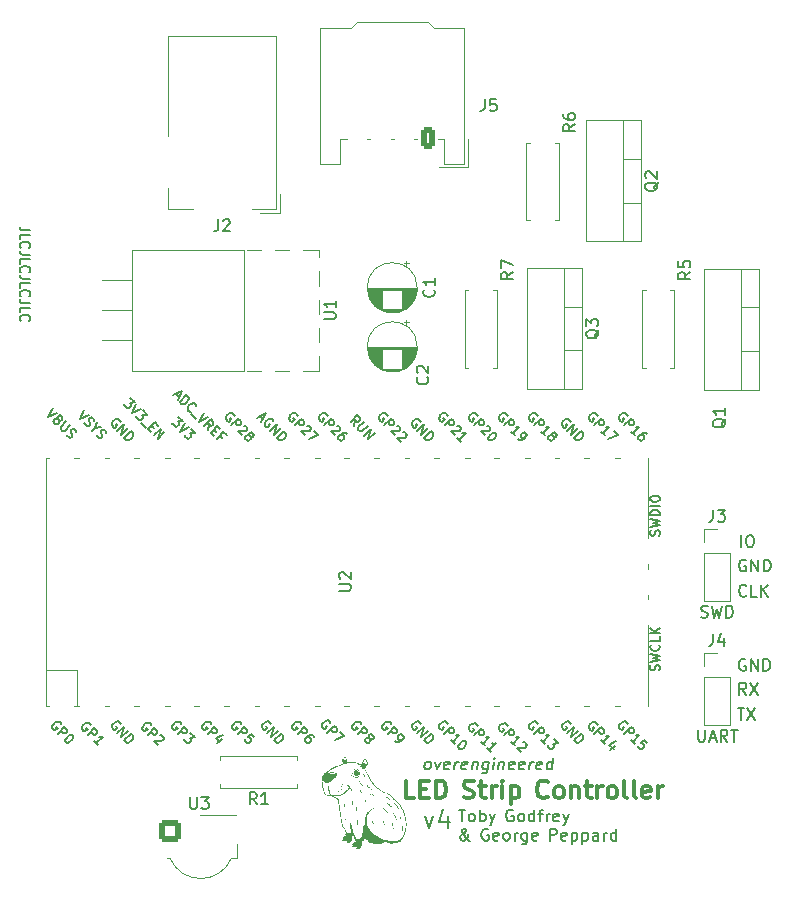
<source format=gto>
%TF.GenerationSoftware,KiCad,Pcbnew,7.0.0-1.fc37*%
%TF.CreationDate,2023-03-02T16:58:32+00:00*%
%TF.ProjectId,led_strip_controller,6c65645f-7374-4726-9970-5f636f6e7472,4*%
%TF.SameCoordinates,Original*%
%TF.FileFunction,Legend,Top*%
%TF.FilePolarity,Positive*%
%FSLAX46Y46*%
G04 Gerber Fmt 4.6, Leading zero omitted, Abs format (unit mm)*
G04 Created by KiCad (PCBNEW 7.0.0-1.fc37) date 2023-03-02 16:58:32*
%MOMM*%
%LPD*%
G01*
G04 APERTURE LIST*
G04 Aperture macros list*
%AMRoundRect*
0 Rectangle with rounded corners*
0 $1 Rounding radius*
0 $2 $3 $4 $5 $6 $7 $8 $9 X,Y pos of 4 corners*
0 Add a 4 corners polygon primitive as box body*
4,1,4,$2,$3,$4,$5,$6,$7,$8,$9,$2,$3,0*
0 Add four circle primitives for the rounded corners*
1,1,$1+$1,$2,$3*
1,1,$1+$1,$4,$5*
1,1,$1+$1,$6,$7*
1,1,$1+$1,$8,$9*
0 Add four rect primitives between the rounded corners*
20,1,$1+$1,$2,$3,$4,$5,0*
20,1,$1+$1,$4,$5,$6,$7,0*
20,1,$1+$1,$6,$7,$8,$9,0*
20,1,$1+$1,$8,$9,$2,$3,0*%
G04 Aperture macros list end*
%ADD10C,0.150000*%
%ADD11C,0.300000*%
%ADD12C,0.187500*%
%ADD13C,0.120000*%
%ADD14R,2.000000X1.905000*%
%ADD15O,2.000000X1.905000*%
%ADD16C,4.000000*%
%ADD17O,3.500000X3.500000*%
%ADD18R,4.400000X1.800000*%
%ADD19O,4.000000X1.800000*%
%ADD20O,1.800000X4.000000*%
%ADD21C,1.600000*%
%ADD22O,1.600000X1.600000*%
%ADD23RoundRect,0.248400X-0.651600X-0.651600X0.651600X-0.651600X0.651600X0.651600X-0.651600X0.651600X0*%
%ADD24C,1.800000*%
%ADD25C,1.200000*%
%ADD26RoundRect,0.250000X0.350000X0.650000X-0.350000X0.650000X-0.350000X-0.650000X0.350000X-0.650000X0*%
%ADD27O,1.200000X1.800000*%
%ADD28R,1.350000X1.350000*%
%ADD29O,1.350000X1.350000*%
%ADD30R,1.200000X1.200000*%
%ADD31O,1.800000X1.800000*%
%ADD32O,1.500000X1.500000*%
%ADD33O,1.700000X1.700000*%
%ADD34R,1.700000X3.500000*%
%ADD35R,1.700000X1.700000*%
%ADD36R,3.500000X1.700000*%
G04 APERTURE END LIST*
D10*
X159251275Y-93464738D02*
X159251275Y-92464738D01*
X159917941Y-92464738D02*
X160108417Y-92464738D01*
X160108417Y-92464738D02*
X160203655Y-92512358D01*
X160203655Y-92512358D02*
X160298893Y-92607596D01*
X160298893Y-92607596D02*
X160346512Y-92798072D01*
X160346512Y-92798072D02*
X160346512Y-93131405D01*
X160346512Y-93131405D02*
X160298893Y-93321881D01*
X160298893Y-93321881D02*
X160203655Y-93417119D01*
X160203655Y-93417119D02*
X160108417Y-93464738D01*
X160108417Y-93464738D02*
X159917941Y-93464738D01*
X159917941Y-93464738D02*
X159822703Y-93417119D01*
X159822703Y-93417119D02*
X159727465Y-93321881D01*
X159727465Y-93321881D02*
X159679846Y-93131405D01*
X159679846Y-93131405D02*
X159679846Y-92798072D01*
X159679846Y-92798072D02*
X159727465Y-92607596D01*
X159727465Y-92607596D02*
X159822703Y-92512358D01*
X159822703Y-92512358D02*
X159917941Y-92464738D01*
X158974801Y-107067217D02*
X159546229Y-107067217D01*
X159260515Y-108067217D02*
X159260515Y-107067217D01*
X159784325Y-107067217D02*
X160450991Y-108067217D01*
X160450991Y-107067217D02*
X159784325Y-108067217D01*
X159660555Y-94573884D02*
X159565317Y-94526264D01*
X159565317Y-94526264D02*
X159422460Y-94526264D01*
X159422460Y-94526264D02*
X159279603Y-94573884D01*
X159279603Y-94573884D02*
X159184365Y-94669122D01*
X159184365Y-94669122D02*
X159136746Y-94764360D01*
X159136746Y-94764360D02*
X159089127Y-94954836D01*
X159089127Y-94954836D02*
X159089127Y-95097693D01*
X159089127Y-95097693D02*
X159136746Y-95288169D01*
X159136746Y-95288169D02*
X159184365Y-95383407D01*
X159184365Y-95383407D02*
X159279603Y-95478645D01*
X159279603Y-95478645D02*
X159422460Y-95526264D01*
X159422460Y-95526264D02*
X159517698Y-95526264D01*
X159517698Y-95526264D02*
X159660555Y-95478645D01*
X159660555Y-95478645D02*
X159708174Y-95431026D01*
X159708174Y-95431026D02*
X159708174Y-95097693D01*
X159708174Y-95097693D02*
X159517698Y-95097693D01*
X160136746Y-95526264D02*
X160136746Y-94526264D01*
X160136746Y-94526264D02*
X160708174Y-95526264D01*
X160708174Y-95526264D02*
X160708174Y-94526264D01*
X161184365Y-95526264D02*
X161184365Y-94526264D01*
X161184365Y-94526264D02*
X161422460Y-94526264D01*
X161422460Y-94526264D02*
X161565317Y-94573884D01*
X161565317Y-94573884D02*
X161660555Y-94669122D01*
X161660555Y-94669122D02*
X161708174Y-94764360D01*
X161708174Y-94764360D02*
X161755793Y-94954836D01*
X161755793Y-94954836D02*
X161755793Y-95097693D01*
X161755793Y-95097693D02*
X161708174Y-95288169D01*
X161708174Y-95288169D02*
X161660555Y-95383407D01*
X161660555Y-95383407D02*
X161565317Y-95478645D01*
X161565317Y-95478645D02*
X161422460Y-95526264D01*
X161422460Y-95526264D02*
X161184365Y-95526264D01*
D11*
X131587244Y-114729119D02*
X130872958Y-114729119D01*
X130872958Y-114729119D02*
X130872958Y-113229119D01*
X132087244Y-113943405D02*
X132587244Y-113943405D01*
X132801530Y-114729119D02*
X132087244Y-114729119D01*
X132087244Y-114729119D02*
X132087244Y-113229119D01*
X132087244Y-113229119D02*
X132801530Y-113229119D01*
X133444387Y-114729119D02*
X133444387Y-113229119D01*
X133444387Y-113229119D02*
X133801530Y-113229119D01*
X133801530Y-113229119D02*
X134015816Y-113300548D01*
X134015816Y-113300548D02*
X134158673Y-113443405D01*
X134158673Y-113443405D02*
X134230102Y-113586262D01*
X134230102Y-113586262D02*
X134301530Y-113871976D01*
X134301530Y-113871976D02*
X134301530Y-114086262D01*
X134301530Y-114086262D02*
X134230102Y-114371976D01*
X134230102Y-114371976D02*
X134158673Y-114514833D01*
X134158673Y-114514833D02*
X134015816Y-114657690D01*
X134015816Y-114657690D02*
X133801530Y-114729119D01*
X133801530Y-114729119D02*
X133444387Y-114729119D01*
X135772959Y-114657690D02*
X135987245Y-114729119D01*
X135987245Y-114729119D02*
X136344387Y-114729119D01*
X136344387Y-114729119D02*
X136487245Y-114657690D01*
X136487245Y-114657690D02*
X136558673Y-114586262D01*
X136558673Y-114586262D02*
X136630102Y-114443405D01*
X136630102Y-114443405D02*
X136630102Y-114300548D01*
X136630102Y-114300548D02*
X136558673Y-114157690D01*
X136558673Y-114157690D02*
X136487245Y-114086262D01*
X136487245Y-114086262D02*
X136344387Y-114014833D01*
X136344387Y-114014833D02*
X136058673Y-113943405D01*
X136058673Y-113943405D02*
X135915816Y-113871976D01*
X135915816Y-113871976D02*
X135844387Y-113800548D01*
X135844387Y-113800548D02*
X135772959Y-113657690D01*
X135772959Y-113657690D02*
X135772959Y-113514833D01*
X135772959Y-113514833D02*
X135844387Y-113371976D01*
X135844387Y-113371976D02*
X135915816Y-113300548D01*
X135915816Y-113300548D02*
X136058673Y-113229119D01*
X136058673Y-113229119D02*
X136415816Y-113229119D01*
X136415816Y-113229119D02*
X136630102Y-113300548D01*
X137058673Y-113729119D02*
X137630101Y-113729119D01*
X137272958Y-113229119D02*
X137272958Y-114514833D01*
X137272958Y-114514833D02*
X137344387Y-114657690D01*
X137344387Y-114657690D02*
X137487244Y-114729119D01*
X137487244Y-114729119D02*
X137630101Y-114729119D01*
X138130101Y-114729119D02*
X138130101Y-113729119D01*
X138130101Y-114014833D02*
X138201530Y-113871976D01*
X138201530Y-113871976D02*
X138272959Y-113800548D01*
X138272959Y-113800548D02*
X138415816Y-113729119D01*
X138415816Y-113729119D02*
X138558673Y-113729119D01*
X139058672Y-114729119D02*
X139058672Y-113729119D01*
X139058672Y-113229119D02*
X138987244Y-113300548D01*
X138987244Y-113300548D02*
X139058672Y-113371976D01*
X139058672Y-113371976D02*
X139130101Y-113300548D01*
X139130101Y-113300548D02*
X139058672Y-113229119D01*
X139058672Y-113229119D02*
X139058672Y-113371976D01*
X139772958Y-113729119D02*
X139772958Y-115229119D01*
X139772958Y-113800548D02*
X139915816Y-113729119D01*
X139915816Y-113729119D02*
X140201530Y-113729119D01*
X140201530Y-113729119D02*
X140344387Y-113800548D01*
X140344387Y-113800548D02*
X140415816Y-113871976D01*
X140415816Y-113871976D02*
X140487244Y-114014833D01*
X140487244Y-114014833D02*
X140487244Y-114443405D01*
X140487244Y-114443405D02*
X140415816Y-114586262D01*
X140415816Y-114586262D02*
X140344387Y-114657690D01*
X140344387Y-114657690D02*
X140201530Y-114729119D01*
X140201530Y-114729119D02*
X139915816Y-114729119D01*
X139915816Y-114729119D02*
X139772958Y-114657690D01*
X142887244Y-114586262D02*
X142815816Y-114657690D01*
X142815816Y-114657690D02*
X142601530Y-114729119D01*
X142601530Y-114729119D02*
X142458673Y-114729119D01*
X142458673Y-114729119D02*
X142244387Y-114657690D01*
X142244387Y-114657690D02*
X142101530Y-114514833D01*
X142101530Y-114514833D02*
X142030101Y-114371976D01*
X142030101Y-114371976D02*
X141958673Y-114086262D01*
X141958673Y-114086262D02*
X141958673Y-113871976D01*
X141958673Y-113871976D02*
X142030101Y-113586262D01*
X142030101Y-113586262D02*
X142101530Y-113443405D01*
X142101530Y-113443405D02*
X142244387Y-113300548D01*
X142244387Y-113300548D02*
X142458673Y-113229119D01*
X142458673Y-113229119D02*
X142601530Y-113229119D01*
X142601530Y-113229119D02*
X142815816Y-113300548D01*
X142815816Y-113300548D02*
X142887244Y-113371976D01*
X143744387Y-114729119D02*
X143601530Y-114657690D01*
X143601530Y-114657690D02*
X143530101Y-114586262D01*
X143530101Y-114586262D02*
X143458673Y-114443405D01*
X143458673Y-114443405D02*
X143458673Y-114014833D01*
X143458673Y-114014833D02*
X143530101Y-113871976D01*
X143530101Y-113871976D02*
X143601530Y-113800548D01*
X143601530Y-113800548D02*
X143744387Y-113729119D01*
X143744387Y-113729119D02*
X143958673Y-113729119D01*
X143958673Y-113729119D02*
X144101530Y-113800548D01*
X144101530Y-113800548D02*
X144172959Y-113871976D01*
X144172959Y-113871976D02*
X144244387Y-114014833D01*
X144244387Y-114014833D02*
X144244387Y-114443405D01*
X144244387Y-114443405D02*
X144172959Y-114586262D01*
X144172959Y-114586262D02*
X144101530Y-114657690D01*
X144101530Y-114657690D02*
X143958673Y-114729119D01*
X143958673Y-114729119D02*
X143744387Y-114729119D01*
X144887244Y-113729119D02*
X144887244Y-114729119D01*
X144887244Y-113871976D02*
X144958673Y-113800548D01*
X144958673Y-113800548D02*
X145101530Y-113729119D01*
X145101530Y-113729119D02*
X145315816Y-113729119D01*
X145315816Y-113729119D02*
X145458673Y-113800548D01*
X145458673Y-113800548D02*
X145530102Y-113943405D01*
X145530102Y-113943405D02*
X145530102Y-114729119D01*
X146030102Y-113729119D02*
X146601530Y-113729119D01*
X146244387Y-113229119D02*
X146244387Y-114514833D01*
X146244387Y-114514833D02*
X146315816Y-114657690D01*
X146315816Y-114657690D02*
X146458673Y-114729119D01*
X146458673Y-114729119D02*
X146601530Y-114729119D01*
X147101530Y-114729119D02*
X147101530Y-113729119D01*
X147101530Y-114014833D02*
X147172959Y-113871976D01*
X147172959Y-113871976D02*
X147244388Y-113800548D01*
X147244388Y-113800548D02*
X147387245Y-113729119D01*
X147387245Y-113729119D02*
X147530102Y-113729119D01*
X148244387Y-114729119D02*
X148101530Y-114657690D01*
X148101530Y-114657690D02*
X148030101Y-114586262D01*
X148030101Y-114586262D02*
X147958673Y-114443405D01*
X147958673Y-114443405D02*
X147958673Y-114014833D01*
X147958673Y-114014833D02*
X148030101Y-113871976D01*
X148030101Y-113871976D02*
X148101530Y-113800548D01*
X148101530Y-113800548D02*
X148244387Y-113729119D01*
X148244387Y-113729119D02*
X148458673Y-113729119D01*
X148458673Y-113729119D02*
X148601530Y-113800548D01*
X148601530Y-113800548D02*
X148672959Y-113871976D01*
X148672959Y-113871976D02*
X148744387Y-114014833D01*
X148744387Y-114014833D02*
X148744387Y-114443405D01*
X148744387Y-114443405D02*
X148672959Y-114586262D01*
X148672959Y-114586262D02*
X148601530Y-114657690D01*
X148601530Y-114657690D02*
X148458673Y-114729119D01*
X148458673Y-114729119D02*
X148244387Y-114729119D01*
X149601530Y-114729119D02*
X149458673Y-114657690D01*
X149458673Y-114657690D02*
X149387244Y-114514833D01*
X149387244Y-114514833D02*
X149387244Y-113229119D01*
X150387244Y-114729119D02*
X150244387Y-114657690D01*
X150244387Y-114657690D02*
X150172958Y-114514833D01*
X150172958Y-114514833D02*
X150172958Y-113229119D01*
X151530101Y-114657690D02*
X151387244Y-114729119D01*
X151387244Y-114729119D02*
X151101530Y-114729119D01*
X151101530Y-114729119D02*
X150958672Y-114657690D01*
X150958672Y-114657690D02*
X150887244Y-114514833D01*
X150887244Y-114514833D02*
X150887244Y-113943405D01*
X150887244Y-113943405D02*
X150958672Y-113800548D01*
X150958672Y-113800548D02*
X151101530Y-113729119D01*
X151101530Y-113729119D02*
X151387244Y-113729119D01*
X151387244Y-113729119D02*
X151530101Y-113800548D01*
X151530101Y-113800548D02*
X151601530Y-113943405D01*
X151601530Y-113943405D02*
X151601530Y-114086262D01*
X151601530Y-114086262D02*
X150887244Y-114229119D01*
X152244386Y-114729119D02*
X152244386Y-113729119D01*
X152244386Y-114014833D02*
X152315815Y-113871976D01*
X152315815Y-113871976D02*
X152387244Y-113800548D01*
X152387244Y-113800548D02*
X152530101Y-113729119D01*
X152530101Y-113729119D02*
X152672958Y-113729119D01*
D10*
X159689086Y-105948426D02*
X159355753Y-105472236D01*
X159117658Y-105948426D02*
X159117658Y-104948426D01*
X159117658Y-104948426D02*
X159498610Y-104948426D01*
X159498610Y-104948426D02*
X159593848Y-104996046D01*
X159593848Y-104996046D02*
X159641467Y-105043665D01*
X159641467Y-105043665D02*
X159689086Y-105138903D01*
X159689086Y-105138903D02*
X159689086Y-105281760D01*
X159689086Y-105281760D02*
X159641467Y-105376998D01*
X159641467Y-105376998D02*
X159593848Y-105424617D01*
X159593848Y-105424617D02*
X159498610Y-105472236D01*
X159498610Y-105472236D02*
X159117658Y-105472236D01*
X160022420Y-104948426D02*
X160689086Y-105948426D01*
X160689086Y-104948426D02*
X160022420Y-105948426D01*
X135344912Y-115684453D02*
X135916340Y-115684453D01*
X135630626Y-116684453D02*
X135630626Y-115684453D01*
X136392531Y-116684453D02*
X136297293Y-116636834D01*
X136297293Y-116636834D02*
X136249674Y-116589215D01*
X136249674Y-116589215D02*
X136202055Y-116493977D01*
X136202055Y-116493977D02*
X136202055Y-116208263D01*
X136202055Y-116208263D02*
X136249674Y-116113025D01*
X136249674Y-116113025D02*
X136297293Y-116065406D01*
X136297293Y-116065406D02*
X136392531Y-116017787D01*
X136392531Y-116017787D02*
X136535388Y-116017787D01*
X136535388Y-116017787D02*
X136630626Y-116065406D01*
X136630626Y-116065406D02*
X136678245Y-116113025D01*
X136678245Y-116113025D02*
X136725864Y-116208263D01*
X136725864Y-116208263D02*
X136725864Y-116493977D01*
X136725864Y-116493977D02*
X136678245Y-116589215D01*
X136678245Y-116589215D02*
X136630626Y-116636834D01*
X136630626Y-116636834D02*
X136535388Y-116684453D01*
X136535388Y-116684453D02*
X136392531Y-116684453D01*
X137154436Y-116684453D02*
X137154436Y-115684453D01*
X137154436Y-116065406D02*
X137249674Y-116017787D01*
X137249674Y-116017787D02*
X137440150Y-116017787D01*
X137440150Y-116017787D02*
X137535388Y-116065406D01*
X137535388Y-116065406D02*
X137583007Y-116113025D01*
X137583007Y-116113025D02*
X137630626Y-116208263D01*
X137630626Y-116208263D02*
X137630626Y-116493977D01*
X137630626Y-116493977D02*
X137583007Y-116589215D01*
X137583007Y-116589215D02*
X137535388Y-116636834D01*
X137535388Y-116636834D02*
X137440150Y-116684453D01*
X137440150Y-116684453D02*
X137249674Y-116684453D01*
X137249674Y-116684453D02*
X137154436Y-116636834D01*
X137963960Y-116017787D02*
X138202055Y-116684453D01*
X138440150Y-116017787D02*
X138202055Y-116684453D01*
X138202055Y-116684453D02*
X138106817Y-116922549D01*
X138106817Y-116922549D02*
X138059198Y-116970168D01*
X138059198Y-116970168D02*
X137963960Y-117017787D01*
X139944912Y-115732073D02*
X139849674Y-115684453D01*
X139849674Y-115684453D02*
X139706817Y-115684453D01*
X139706817Y-115684453D02*
X139563960Y-115732073D01*
X139563960Y-115732073D02*
X139468722Y-115827311D01*
X139468722Y-115827311D02*
X139421103Y-115922549D01*
X139421103Y-115922549D02*
X139373484Y-116113025D01*
X139373484Y-116113025D02*
X139373484Y-116255882D01*
X139373484Y-116255882D02*
X139421103Y-116446358D01*
X139421103Y-116446358D02*
X139468722Y-116541596D01*
X139468722Y-116541596D02*
X139563960Y-116636834D01*
X139563960Y-116636834D02*
X139706817Y-116684453D01*
X139706817Y-116684453D02*
X139802055Y-116684453D01*
X139802055Y-116684453D02*
X139944912Y-116636834D01*
X139944912Y-116636834D02*
X139992531Y-116589215D01*
X139992531Y-116589215D02*
X139992531Y-116255882D01*
X139992531Y-116255882D02*
X139802055Y-116255882D01*
X140563960Y-116684453D02*
X140468722Y-116636834D01*
X140468722Y-116636834D02*
X140421103Y-116589215D01*
X140421103Y-116589215D02*
X140373484Y-116493977D01*
X140373484Y-116493977D02*
X140373484Y-116208263D01*
X140373484Y-116208263D02*
X140421103Y-116113025D01*
X140421103Y-116113025D02*
X140468722Y-116065406D01*
X140468722Y-116065406D02*
X140563960Y-116017787D01*
X140563960Y-116017787D02*
X140706817Y-116017787D01*
X140706817Y-116017787D02*
X140802055Y-116065406D01*
X140802055Y-116065406D02*
X140849674Y-116113025D01*
X140849674Y-116113025D02*
X140897293Y-116208263D01*
X140897293Y-116208263D02*
X140897293Y-116493977D01*
X140897293Y-116493977D02*
X140849674Y-116589215D01*
X140849674Y-116589215D02*
X140802055Y-116636834D01*
X140802055Y-116636834D02*
X140706817Y-116684453D01*
X140706817Y-116684453D02*
X140563960Y-116684453D01*
X141754436Y-116684453D02*
X141754436Y-115684453D01*
X141754436Y-116636834D02*
X141659198Y-116684453D01*
X141659198Y-116684453D02*
X141468722Y-116684453D01*
X141468722Y-116684453D02*
X141373484Y-116636834D01*
X141373484Y-116636834D02*
X141325865Y-116589215D01*
X141325865Y-116589215D02*
X141278246Y-116493977D01*
X141278246Y-116493977D02*
X141278246Y-116208263D01*
X141278246Y-116208263D02*
X141325865Y-116113025D01*
X141325865Y-116113025D02*
X141373484Y-116065406D01*
X141373484Y-116065406D02*
X141468722Y-116017787D01*
X141468722Y-116017787D02*
X141659198Y-116017787D01*
X141659198Y-116017787D02*
X141754436Y-116065406D01*
X142087770Y-116017787D02*
X142468722Y-116017787D01*
X142230627Y-116684453D02*
X142230627Y-115827311D01*
X142230627Y-115827311D02*
X142278246Y-115732073D01*
X142278246Y-115732073D02*
X142373484Y-115684453D01*
X142373484Y-115684453D02*
X142468722Y-115684453D01*
X142802056Y-116684453D02*
X142802056Y-116017787D01*
X142802056Y-116208263D02*
X142849675Y-116113025D01*
X142849675Y-116113025D02*
X142897294Y-116065406D01*
X142897294Y-116065406D02*
X142992532Y-116017787D01*
X142992532Y-116017787D02*
X143087770Y-116017787D01*
X143802056Y-116636834D02*
X143706818Y-116684453D01*
X143706818Y-116684453D02*
X143516342Y-116684453D01*
X143516342Y-116684453D02*
X143421104Y-116636834D01*
X143421104Y-116636834D02*
X143373485Y-116541596D01*
X143373485Y-116541596D02*
X143373485Y-116160644D01*
X143373485Y-116160644D02*
X143421104Y-116065406D01*
X143421104Y-116065406D02*
X143516342Y-116017787D01*
X143516342Y-116017787D02*
X143706818Y-116017787D01*
X143706818Y-116017787D02*
X143802056Y-116065406D01*
X143802056Y-116065406D02*
X143849675Y-116160644D01*
X143849675Y-116160644D02*
X143849675Y-116255882D01*
X143849675Y-116255882D02*
X143373485Y-116351120D01*
X144183009Y-116017787D02*
X144421104Y-116684453D01*
X144659199Y-116017787D02*
X144421104Y-116684453D01*
X144421104Y-116684453D02*
X144325866Y-116922549D01*
X144325866Y-116922549D02*
X144278247Y-116970168D01*
X144278247Y-116970168D02*
X144183009Y-117017787D01*
X136297293Y-118304453D02*
X136249674Y-118304453D01*
X136249674Y-118304453D02*
X136154435Y-118256834D01*
X136154435Y-118256834D02*
X136011578Y-118113977D01*
X136011578Y-118113977D02*
X135773483Y-117828263D01*
X135773483Y-117828263D02*
X135678245Y-117685406D01*
X135678245Y-117685406D02*
X135630626Y-117542549D01*
X135630626Y-117542549D02*
X135630626Y-117447311D01*
X135630626Y-117447311D02*
X135678245Y-117352073D01*
X135678245Y-117352073D02*
X135773483Y-117304453D01*
X135773483Y-117304453D02*
X135821102Y-117304453D01*
X135821102Y-117304453D02*
X135916340Y-117352073D01*
X135916340Y-117352073D02*
X135963959Y-117447311D01*
X135963959Y-117447311D02*
X135963959Y-117494930D01*
X135963959Y-117494930D02*
X135916340Y-117590168D01*
X135916340Y-117590168D02*
X135868721Y-117637787D01*
X135868721Y-117637787D02*
X135583007Y-117828263D01*
X135583007Y-117828263D02*
X135535388Y-117875882D01*
X135535388Y-117875882D02*
X135487769Y-117971120D01*
X135487769Y-117971120D02*
X135487769Y-118113977D01*
X135487769Y-118113977D02*
X135535388Y-118209215D01*
X135535388Y-118209215D02*
X135583007Y-118256834D01*
X135583007Y-118256834D02*
X135678245Y-118304453D01*
X135678245Y-118304453D02*
X135821102Y-118304453D01*
X135821102Y-118304453D02*
X135916340Y-118256834D01*
X135916340Y-118256834D02*
X135963959Y-118209215D01*
X135963959Y-118209215D02*
X136106816Y-118018739D01*
X136106816Y-118018739D02*
X136154435Y-117875882D01*
X136154435Y-117875882D02*
X136154435Y-117780644D01*
X137849673Y-117352073D02*
X137754435Y-117304453D01*
X137754435Y-117304453D02*
X137611578Y-117304453D01*
X137611578Y-117304453D02*
X137468721Y-117352073D01*
X137468721Y-117352073D02*
X137373483Y-117447311D01*
X137373483Y-117447311D02*
X137325864Y-117542549D01*
X137325864Y-117542549D02*
X137278245Y-117733025D01*
X137278245Y-117733025D02*
X137278245Y-117875882D01*
X137278245Y-117875882D02*
X137325864Y-118066358D01*
X137325864Y-118066358D02*
X137373483Y-118161596D01*
X137373483Y-118161596D02*
X137468721Y-118256834D01*
X137468721Y-118256834D02*
X137611578Y-118304453D01*
X137611578Y-118304453D02*
X137706816Y-118304453D01*
X137706816Y-118304453D02*
X137849673Y-118256834D01*
X137849673Y-118256834D02*
X137897292Y-118209215D01*
X137897292Y-118209215D02*
X137897292Y-117875882D01*
X137897292Y-117875882D02*
X137706816Y-117875882D01*
X138706816Y-118256834D02*
X138611578Y-118304453D01*
X138611578Y-118304453D02*
X138421102Y-118304453D01*
X138421102Y-118304453D02*
X138325864Y-118256834D01*
X138325864Y-118256834D02*
X138278245Y-118161596D01*
X138278245Y-118161596D02*
X138278245Y-117780644D01*
X138278245Y-117780644D02*
X138325864Y-117685406D01*
X138325864Y-117685406D02*
X138421102Y-117637787D01*
X138421102Y-117637787D02*
X138611578Y-117637787D01*
X138611578Y-117637787D02*
X138706816Y-117685406D01*
X138706816Y-117685406D02*
X138754435Y-117780644D01*
X138754435Y-117780644D02*
X138754435Y-117875882D01*
X138754435Y-117875882D02*
X138278245Y-117971120D01*
X139325864Y-118304453D02*
X139230626Y-118256834D01*
X139230626Y-118256834D02*
X139183007Y-118209215D01*
X139183007Y-118209215D02*
X139135388Y-118113977D01*
X139135388Y-118113977D02*
X139135388Y-117828263D01*
X139135388Y-117828263D02*
X139183007Y-117733025D01*
X139183007Y-117733025D02*
X139230626Y-117685406D01*
X139230626Y-117685406D02*
X139325864Y-117637787D01*
X139325864Y-117637787D02*
X139468721Y-117637787D01*
X139468721Y-117637787D02*
X139563959Y-117685406D01*
X139563959Y-117685406D02*
X139611578Y-117733025D01*
X139611578Y-117733025D02*
X139659197Y-117828263D01*
X139659197Y-117828263D02*
X139659197Y-118113977D01*
X139659197Y-118113977D02*
X139611578Y-118209215D01*
X139611578Y-118209215D02*
X139563959Y-118256834D01*
X139563959Y-118256834D02*
X139468721Y-118304453D01*
X139468721Y-118304453D02*
X139325864Y-118304453D01*
X140087769Y-118304453D02*
X140087769Y-117637787D01*
X140087769Y-117828263D02*
X140135388Y-117733025D01*
X140135388Y-117733025D02*
X140183007Y-117685406D01*
X140183007Y-117685406D02*
X140278245Y-117637787D01*
X140278245Y-117637787D02*
X140373483Y-117637787D01*
X141135388Y-117637787D02*
X141135388Y-118447311D01*
X141135388Y-118447311D02*
X141087769Y-118542549D01*
X141087769Y-118542549D02*
X141040150Y-118590168D01*
X141040150Y-118590168D02*
X140944912Y-118637787D01*
X140944912Y-118637787D02*
X140802055Y-118637787D01*
X140802055Y-118637787D02*
X140706817Y-118590168D01*
X141135388Y-118256834D02*
X141040150Y-118304453D01*
X141040150Y-118304453D02*
X140849674Y-118304453D01*
X140849674Y-118304453D02*
X140754436Y-118256834D01*
X140754436Y-118256834D02*
X140706817Y-118209215D01*
X140706817Y-118209215D02*
X140659198Y-118113977D01*
X140659198Y-118113977D02*
X140659198Y-117828263D01*
X140659198Y-117828263D02*
X140706817Y-117733025D01*
X140706817Y-117733025D02*
X140754436Y-117685406D01*
X140754436Y-117685406D02*
X140849674Y-117637787D01*
X140849674Y-117637787D02*
X141040150Y-117637787D01*
X141040150Y-117637787D02*
X141135388Y-117685406D01*
X141992531Y-118256834D02*
X141897293Y-118304453D01*
X141897293Y-118304453D02*
X141706817Y-118304453D01*
X141706817Y-118304453D02*
X141611579Y-118256834D01*
X141611579Y-118256834D02*
X141563960Y-118161596D01*
X141563960Y-118161596D02*
X141563960Y-117780644D01*
X141563960Y-117780644D02*
X141611579Y-117685406D01*
X141611579Y-117685406D02*
X141706817Y-117637787D01*
X141706817Y-117637787D02*
X141897293Y-117637787D01*
X141897293Y-117637787D02*
X141992531Y-117685406D01*
X141992531Y-117685406D02*
X142040150Y-117780644D01*
X142040150Y-117780644D02*
X142040150Y-117875882D01*
X142040150Y-117875882D02*
X141563960Y-117971120D01*
X143068722Y-118304453D02*
X143068722Y-117304453D01*
X143068722Y-117304453D02*
X143449674Y-117304453D01*
X143449674Y-117304453D02*
X143544912Y-117352073D01*
X143544912Y-117352073D02*
X143592531Y-117399692D01*
X143592531Y-117399692D02*
X143640150Y-117494930D01*
X143640150Y-117494930D02*
X143640150Y-117637787D01*
X143640150Y-117637787D02*
X143592531Y-117733025D01*
X143592531Y-117733025D02*
X143544912Y-117780644D01*
X143544912Y-117780644D02*
X143449674Y-117828263D01*
X143449674Y-117828263D02*
X143068722Y-117828263D01*
X144449674Y-118256834D02*
X144354436Y-118304453D01*
X144354436Y-118304453D02*
X144163960Y-118304453D01*
X144163960Y-118304453D02*
X144068722Y-118256834D01*
X144068722Y-118256834D02*
X144021103Y-118161596D01*
X144021103Y-118161596D02*
X144021103Y-117780644D01*
X144021103Y-117780644D02*
X144068722Y-117685406D01*
X144068722Y-117685406D02*
X144163960Y-117637787D01*
X144163960Y-117637787D02*
X144354436Y-117637787D01*
X144354436Y-117637787D02*
X144449674Y-117685406D01*
X144449674Y-117685406D02*
X144497293Y-117780644D01*
X144497293Y-117780644D02*
X144497293Y-117875882D01*
X144497293Y-117875882D02*
X144021103Y-117971120D01*
X144925865Y-117637787D02*
X144925865Y-118637787D01*
X144925865Y-117685406D02*
X145021103Y-117637787D01*
X145021103Y-117637787D02*
X145211579Y-117637787D01*
X145211579Y-117637787D02*
X145306817Y-117685406D01*
X145306817Y-117685406D02*
X145354436Y-117733025D01*
X145354436Y-117733025D02*
X145402055Y-117828263D01*
X145402055Y-117828263D02*
X145402055Y-118113977D01*
X145402055Y-118113977D02*
X145354436Y-118209215D01*
X145354436Y-118209215D02*
X145306817Y-118256834D01*
X145306817Y-118256834D02*
X145211579Y-118304453D01*
X145211579Y-118304453D02*
X145021103Y-118304453D01*
X145021103Y-118304453D02*
X144925865Y-118256834D01*
X145830627Y-117637787D02*
X145830627Y-118637787D01*
X145830627Y-117685406D02*
X145925865Y-117637787D01*
X145925865Y-117637787D02*
X146116341Y-117637787D01*
X146116341Y-117637787D02*
X146211579Y-117685406D01*
X146211579Y-117685406D02*
X146259198Y-117733025D01*
X146259198Y-117733025D02*
X146306817Y-117828263D01*
X146306817Y-117828263D02*
X146306817Y-118113977D01*
X146306817Y-118113977D02*
X146259198Y-118209215D01*
X146259198Y-118209215D02*
X146211579Y-118256834D01*
X146211579Y-118256834D02*
X146116341Y-118304453D01*
X146116341Y-118304453D02*
X145925865Y-118304453D01*
X145925865Y-118304453D02*
X145830627Y-118256834D01*
X147163960Y-118304453D02*
X147163960Y-117780644D01*
X147163960Y-117780644D02*
X147116341Y-117685406D01*
X147116341Y-117685406D02*
X147021103Y-117637787D01*
X147021103Y-117637787D02*
X146830627Y-117637787D01*
X146830627Y-117637787D02*
X146735389Y-117685406D01*
X147163960Y-118256834D02*
X147068722Y-118304453D01*
X147068722Y-118304453D02*
X146830627Y-118304453D01*
X146830627Y-118304453D02*
X146735389Y-118256834D01*
X146735389Y-118256834D02*
X146687770Y-118161596D01*
X146687770Y-118161596D02*
X146687770Y-118066358D01*
X146687770Y-118066358D02*
X146735389Y-117971120D01*
X146735389Y-117971120D02*
X146830627Y-117923501D01*
X146830627Y-117923501D02*
X147068722Y-117923501D01*
X147068722Y-117923501D02*
X147163960Y-117875882D01*
X147640151Y-118304453D02*
X147640151Y-117637787D01*
X147640151Y-117828263D02*
X147687770Y-117733025D01*
X147687770Y-117733025D02*
X147735389Y-117685406D01*
X147735389Y-117685406D02*
X147830627Y-117637787D01*
X147830627Y-117637787D02*
X147925865Y-117637787D01*
X148687770Y-118304453D02*
X148687770Y-117304453D01*
X148687770Y-118256834D02*
X148592532Y-118304453D01*
X148592532Y-118304453D02*
X148402056Y-118304453D01*
X148402056Y-118304453D02*
X148306818Y-118256834D01*
X148306818Y-118256834D02*
X148259199Y-118209215D01*
X148259199Y-118209215D02*
X148211580Y-118113977D01*
X148211580Y-118113977D02*
X148211580Y-117828263D01*
X148211580Y-117828263D02*
X148259199Y-117733025D01*
X148259199Y-117733025D02*
X148306818Y-117685406D01*
X148306818Y-117685406D02*
X148402056Y-117637787D01*
X148402056Y-117637787D02*
X148592532Y-117637787D01*
X148592532Y-117637787D02*
X148687770Y-117685406D01*
X132606904Y-112282380D02*
X132517619Y-112234761D01*
X132517619Y-112234761D02*
X132475952Y-112187142D01*
X132475952Y-112187142D02*
X132440238Y-112091904D01*
X132440238Y-112091904D02*
X132475952Y-111806190D01*
X132475952Y-111806190D02*
X132535476Y-111710952D01*
X132535476Y-111710952D02*
X132589047Y-111663333D01*
X132589047Y-111663333D02*
X132690238Y-111615714D01*
X132690238Y-111615714D02*
X132833095Y-111615714D01*
X132833095Y-111615714D02*
X132922380Y-111663333D01*
X132922380Y-111663333D02*
X132964047Y-111710952D01*
X132964047Y-111710952D02*
X132999761Y-111806190D01*
X132999761Y-111806190D02*
X132964047Y-112091904D01*
X132964047Y-112091904D02*
X132904523Y-112187142D01*
X132904523Y-112187142D02*
X132850952Y-112234761D01*
X132850952Y-112234761D02*
X132749761Y-112282380D01*
X132749761Y-112282380D02*
X132606904Y-112282380D01*
X133356904Y-111615714D02*
X133511666Y-112282380D01*
X133511666Y-112282380D02*
X133833095Y-111615714D01*
X134517619Y-112234761D02*
X134416428Y-112282380D01*
X134416428Y-112282380D02*
X134225952Y-112282380D01*
X134225952Y-112282380D02*
X134136667Y-112234761D01*
X134136667Y-112234761D02*
X134100952Y-112139523D01*
X134100952Y-112139523D02*
X134148571Y-111758571D01*
X134148571Y-111758571D02*
X134208095Y-111663333D01*
X134208095Y-111663333D02*
X134309286Y-111615714D01*
X134309286Y-111615714D02*
X134499762Y-111615714D01*
X134499762Y-111615714D02*
X134589047Y-111663333D01*
X134589047Y-111663333D02*
X134624762Y-111758571D01*
X134624762Y-111758571D02*
X134612857Y-111853809D01*
X134612857Y-111853809D02*
X134124762Y-111949047D01*
X134987857Y-112282380D02*
X135071190Y-111615714D01*
X135047381Y-111806190D02*
X135106905Y-111710952D01*
X135106905Y-111710952D02*
X135160476Y-111663333D01*
X135160476Y-111663333D02*
X135261667Y-111615714D01*
X135261667Y-111615714D02*
X135356905Y-111615714D01*
X135993810Y-112234761D02*
X135892619Y-112282380D01*
X135892619Y-112282380D02*
X135702143Y-112282380D01*
X135702143Y-112282380D02*
X135612858Y-112234761D01*
X135612858Y-112234761D02*
X135577143Y-112139523D01*
X135577143Y-112139523D02*
X135624762Y-111758571D01*
X135624762Y-111758571D02*
X135684286Y-111663333D01*
X135684286Y-111663333D02*
X135785477Y-111615714D01*
X135785477Y-111615714D02*
X135975953Y-111615714D01*
X135975953Y-111615714D02*
X136065238Y-111663333D01*
X136065238Y-111663333D02*
X136100953Y-111758571D01*
X136100953Y-111758571D02*
X136089048Y-111853809D01*
X136089048Y-111853809D02*
X135600953Y-111949047D01*
X136547381Y-111615714D02*
X136464048Y-112282380D01*
X136535477Y-111710952D02*
X136589048Y-111663333D01*
X136589048Y-111663333D02*
X136690239Y-111615714D01*
X136690239Y-111615714D02*
X136833096Y-111615714D01*
X136833096Y-111615714D02*
X136922381Y-111663333D01*
X136922381Y-111663333D02*
X136958096Y-111758571D01*
X136958096Y-111758571D02*
X136892620Y-112282380D01*
X137880715Y-111615714D02*
X137779524Y-112425238D01*
X137779524Y-112425238D02*
X137720001Y-112520476D01*
X137720001Y-112520476D02*
X137666429Y-112568095D01*
X137666429Y-112568095D02*
X137565239Y-112615714D01*
X137565239Y-112615714D02*
X137422382Y-112615714D01*
X137422382Y-112615714D02*
X137333096Y-112568095D01*
X137803334Y-112234761D02*
X137702143Y-112282380D01*
X137702143Y-112282380D02*
X137511667Y-112282380D01*
X137511667Y-112282380D02*
X137422382Y-112234761D01*
X137422382Y-112234761D02*
X137380715Y-112187142D01*
X137380715Y-112187142D02*
X137345001Y-112091904D01*
X137345001Y-112091904D02*
X137380715Y-111806190D01*
X137380715Y-111806190D02*
X137440239Y-111710952D01*
X137440239Y-111710952D02*
X137493810Y-111663333D01*
X137493810Y-111663333D02*
X137595001Y-111615714D01*
X137595001Y-111615714D02*
X137785477Y-111615714D01*
X137785477Y-111615714D02*
X137874763Y-111663333D01*
X138237858Y-112282380D02*
X138321191Y-111615714D01*
X138362858Y-111282380D02*
X138309287Y-111330000D01*
X138309287Y-111330000D02*
X138350953Y-111377619D01*
X138350953Y-111377619D02*
X138404525Y-111330000D01*
X138404525Y-111330000D02*
X138362858Y-111282380D01*
X138362858Y-111282380D02*
X138350953Y-111377619D01*
X138797381Y-111615714D02*
X138714048Y-112282380D01*
X138785477Y-111710952D02*
X138839048Y-111663333D01*
X138839048Y-111663333D02*
X138940239Y-111615714D01*
X138940239Y-111615714D02*
X139083096Y-111615714D01*
X139083096Y-111615714D02*
X139172381Y-111663333D01*
X139172381Y-111663333D02*
X139208096Y-111758571D01*
X139208096Y-111758571D02*
X139142620Y-112282380D01*
X140005715Y-112234761D02*
X139904524Y-112282380D01*
X139904524Y-112282380D02*
X139714048Y-112282380D01*
X139714048Y-112282380D02*
X139624763Y-112234761D01*
X139624763Y-112234761D02*
X139589048Y-112139523D01*
X139589048Y-112139523D02*
X139636667Y-111758571D01*
X139636667Y-111758571D02*
X139696191Y-111663333D01*
X139696191Y-111663333D02*
X139797382Y-111615714D01*
X139797382Y-111615714D02*
X139987858Y-111615714D01*
X139987858Y-111615714D02*
X140077143Y-111663333D01*
X140077143Y-111663333D02*
X140112858Y-111758571D01*
X140112858Y-111758571D02*
X140100953Y-111853809D01*
X140100953Y-111853809D02*
X139612858Y-111949047D01*
X140862858Y-112234761D02*
X140761667Y-112282380D01*
X140761667Y-112282380D02*
X140571191Y-112282380D01*
X140571191Y-112282380D02*
X140481906Y-112234761D01*
X140481906Y-112234761D02*
X140446191Y-112139523D01*
X140446191Y-112139523D02*
X140493810Y-111758571D01*
X140493810Y-111758571D02*
X140553334Y-111663333D01*
X140553334Y-111663333D02*
X140654525Y-111615714D01*
X140654525Y-111615714D02*
X140845001Y-111615714D01*
X140845001Y-111615714D02*
X140934286Y-111663333D01*
X140934286Y-111663333D02*
X140970001Y-111758571D01*
X140970001Y-111758571D02*
X140958096Y-111853809D01*
X140958096Y-111853809D02*
X140470001Y-111949047D01*
X141333096Y-112282380D02*
X141416429Y-111615714D01*
X141392620Y-111806190D02*
X141452144Y-111710952D01*
X141452144Y-111710952D02*
X141505715Y-111663333D01*
X141505715Y-111663333D02*
X141606906Y-111615714D01*
X141606906Y-111615714D02*
X141702144Y-111615714D01*
X142339049Y-112234761D02*
X142237858Y-112282380D01*
X142237858Y-112282380D02*
X142047382Y-112282380D01*
X142047382Y-112282380D02*
X141958097Y-112234761D01*
X141958097Y-112234761D02*
X141922382Y-112139523D01*
X141922382Y-112139523D02*
X141970001Y-111758571D01*
X141970001Y-111758571D02*
X142029525Y-111663333D01*
X142029525Y-111663333D02*
X142130716Y-111615714D01*
X142130716Y-111615714D02*
X142321192Y-111615714D01*
X142321192Y-111615714D02*
X142410477Y-111663333D01*
X142410477Y-111663333D02*
X142446192Y-111758571D01*
X142446192Y-111758571D02*
X142434287Y-111853809D01*
X142434287Y-111853809D02*
X141946192Y-111949047D01*
X143237859Y-112282380D02*
X143362859Y-111282380D01*
X143243811Y-112234761D02*
X143142620Y-112282380D01*
X143142620Y-112282380D02*
X142952144Y-112282380D01*
X142952144Y-112282380D02*
X142862859Y-112234761D01*
X142862859Y-112234761D02*
X142821192Y-112187142D01*
X142821192Y-112187142D02*
X142785478Y-112091904D01*
X142785478Y-112091904D02*
X142821192Y-111806190D01*
X142821192Y-111806190D02*
X142880716Y-111710952D01*
X142880716Y-111710952D02*
X142934287Y-111663333D01*
X142934287Y-111663333D02*
X143035478Y-111615714D01*
X143035478Y-111615714D02*
X143225954Y-111615714D01*
X143225954Y-111615714D02*
X143315240Y-111663333D01*
X99083416Y-66630907D02*
X98440559Y-66630907D01*
X98440559Y-66630907D02*
X98311987Y-66592812D01*
X98311987Y-66592812D02*
X98226273Y-66516621D01*
X98226273Y-66516621D02*
X98183416Y-66402336D01*
X98183416Y-66402336D02*
X98183416Y-66326145D01*
X98183416Y-67392812D02*
X98183416Y-67011860D01*
X98183416Y-67011860D02*
X99083416Y-67011860D01*
X98269130Y-68116622D02*
X98226273Y-68078526D01*
X98226273Y-68078526D02*
X98183416Y-67964241D01*
X98183416Y-67964241D02*
X98183416Y-67888050D01*
X98183416Y-67888050D02*
X98226273Y-67773764D01*
X98226273Y-67773764D02*
X98311987Y-67697574D01*
X98311987Y-67697574D02*
X98397701Y-67659479D01*
X98397701Y-67659479D02*
X98569130Y-67621383D01*
X98569130Y-67621383D02*
X98697701Y-67621383D01*
X98697701Y-67621383D02*
X98869130Y-67659479D01*
X98869130Y-67659479D02*
X98954844Y-67697574D01*
X98954844Y-67697574D02*
X99040559Y-67773764D01*
X99040559Y-67773764D02*
X99083416Y-67888050D01*
X99083416Y-67888050D02*
X99083416Y-67964241D01*
X99083416Y-67964241D02*
X99040559Y-68078526D01*
X99040559Y-68078526D02*
X98997701Y-68116622D01*
X99083416Y-68688050D02*
X98440559Y-68688050D01*
X98440559Y-68688050D02*
X98311987Y-68649955D01*
X98311987Y-68649955D02*
X98226273Y-68573764D01*
X98226273Y-68573764D02*
X98183416Y-68459479D01*
X98183416Y-68459479D02*
X98183416Y-68383288D01*
X98183416Y-69449955D02*
X98183416Y-69069003D01*
X98183416Y-69069003D02*
X99083416Y-69069003D01*
X98269130Y-70173765D02*
X98226273Y-70135669D01*
X98226273Y-70135669D02*
X98183416Y-70021384D01*
X98183416Y-70021384D02*
X98183416Y-69945193D01*
X98183416Y-69945193D02*
X98226273Y-69830907D01*
X98226273Y-69830907D02*
X98311987Y-69754717D01*
X98311987Y-69754717D02*
X98397701Y-69716622D01*
X98397701Y-69716622D02*
X98569130Y-69678526D01*
X98569130Y-69678526D02*
X98697701Y-69678526D01*
X98697701Y-69678526D02*
X98869130Y-69716622D01*
X98869130Y-69716622D02*
X98954844Y-69754717D01*
X98954844Y-69754717D02*
X99040559Y-69830907D01*
X99040559Y-69830907D02*
X99083416Y-69945193D01*
X99083416Y-69945193D02*
X99083416Y-70021384D01*
X99083416Y-70021384D02*
X99040559Y-70135669D01*
X99040559Y-70135669D02*
X98997701Y-70173765D01*
X99083416Y-70745193D02*
X98440559Y-70745193D01*
X98440559Y-70745193D02*
X98311987Y-70707098D01*
X98311987Y-70707098D02*
X98226273Y-70630907D01*
X98226273Y-70630907D02*
X98183416Y-70516622D01*
X98183416Y-70516622D02*
X98183416Y-70440431D01*
X98183416Y-71507098D02*
X98183416Y-71126146D01*
X98183416Y-71126146D02*
X99083416Y-71126146D01*
X98269130Y-72230908D02*
X98226273Y-72192812D01*
X98226273Y-72192812D02*
X98183416Y-72078527D01*
X98183416Y-72078527D02*
X98183416Y-72002336D01*
X98183416Y-72002336D02*
X98226273Y-71888050D01*
X98226273Y-71888050D02*
X98311987Y-71811860D01*
X98311987Y-71811860D02*
X98397701Y-71773765D01*
X98397701Y-71773765D02*
X98569130Y-71735669D01*
X98569130Y-71735669D02*
X98697701Y-71735669D01*
X98697701Y-71735669D02*
X98869130Y-71773765D01*
X98869130Y-71773765D02*
X98954844Y-71811860D01*
X98954844Y-71811860D02*
X99040559Y-71888050D01*
X99040559Y-71888050D02*
X99083416Y-72002336D01*
X99083416Y-72002336D02*
X99083416Y-72078527D01*
X99083416Y-72078527D02*
X99040559Y-72192812D01*
X99040559Y-72192812D02*
X98997701Y-72230908D01*
X99083416Y-72802336D02*
X98440559Y-72802336D01*
X98440559Y-72802336D02*
X98311987Y-72764241D01*
X98311987Y-72764241D02*
X98226273Y-72688050D01*
X98226273Y-72688050D02*
X98183416Y-72573765D01*
X98183416Y-72573765D02*
X98183416Y-72497574D01*
X98183416Y-73564241D02*
X98183416Y-73183289D01*
X98183416Y-73183289D02*
X99083416Y-73183289D01*
X98269130Y-74288051D02*
X98226273Y-74249955D01*
X98226273Y-74249955D02*
X98183416Y-74135670D01*
X98183416Y-74135670D02*
X98183416Y-74059479D01*
X98183416Y-74059479D02*
X98226273Y-73945193D01*
X98226273Y-73945193D02*
X98311987Y-73869003D01*
X98311987Y-73869003D02*
X98397701Y-73830908D01*
X98397701Y-73830908D02*
X98569130Y-73792812D01*
X98569130Y-73792812D02*
X98697701Y-73792812D01*
X98697701Y-73792812D02*
X98869130Y-73830908D01*
X98869130Y-73830908D02*
X98954844Y-73869003D01*
X98954844Y-73869003D02*
X99040559Y-73945193D01*
X99040559Y-73945193D02*
X99083416Y-74059479D01*
X99083416Y-74059479D02*
X99083416Y-74135670D01*
X99083416Y-74135670D02*
X99040559Y-74249955D01*
X99040559Y-74249955D02*
X98997701Y-74288051D01*
X159622379Y-102972696D02*
X159527141Y-102925076D01*
X159527141Y-102925076D02*
X159384284Y-102925076D01*
X159384284Y-102925076D02*
X159241427Y-102972696D01*
X159241427Y-102972696D02*
X159146189Y-103067934D01*
X159146189Y-103067934D02*
X159098570Y-103163172D01*
X159098570Y-103163172D02*
X159050951Y-103353648D01*
X159050951Y-103353648D02*
X159050951Y-103496505D01*
X159050951Y-103496505D02*
X159098570Y-103686981D01*
X159098570Y-103686981D02*
X159146189Y-103782219D01*
X159146189Y-103782219D02*
X159241427Y-103877457D01*
X159241427Y-103877457D02*
X159384284Y-103925076D01*
X159384284Y-103925076D02*
X159479522Y-103925076D01*
X159479522Y-103925076D02*
X159622379Y-103877457D01*
X159622379Y-103877457D02*
X159669998Y-103829838D01*
X159669998Y-103829838D02*
X159669998Y-103496505D01*
X159669998Y-103496505D02*
X159479522Y-103496505D01*
X160098570Y-103925076D02*
X160098570Y-102925076D01*
X160098570Y-102925076D02*
X160669998Y-103925076D01*
X160669998Y-103925076D02*
X160669998Y-102925076D01*
X161146189Y-103925076D02*
X161146189Y-102925076D01*
X161146189Y-102925076D02*
X161384284Y-102925076D01*
X161384284Y-102925076D02*
X161527141Y-102972696D01*
X161527141Y-102972696D02*
X161622379Y-103067934D01*
X161622379Y-103067934D02*
X161669998Y-103163172D01*
X161669998Y-103163172D02*
X161717617Y-103353648D01*
X161717617Y-103353648D02*
X161717617Y-103496505D01*
X161717617Y-103496505D02*
X161669998Y-103686981D01*
X161669998Y-103686981D02*
X161622379Y-103782219D01*
X161622379Y-103782219D02*
X161527141Y-103877457D01*
X161527141Y-103877457D02*
X161384284Y-103925076D01*
X161384284Y-103925076D02*
X161146189Y-103925076D01*
X159708174Y-97549817D02*
X159660555Y-97597436D01*
X159660555Y-97597436D02*
X159517698Y-97645055D01*
X159517698Y-97645055D02*
X159422460Y-97645055D01*
X159422460Y-97645055D02*
X159279603Y-97597436D01*
X159279603Y-97597436D02*
X159184365Y-97502198D01*
X159184365Y-97502198D02*
X159136746Y-97406960D01*
X159136746Y-97406960D02*
X159089127Y-97216484D01*
X159089127Y-97216484D02*
X159089127Y-97073627D01*
X159089127Y-97073627D02*
X159136746Y-96883151D01*
X159136746Y-96883151D02*
X159184365Y-96787913D01*
X159184365Y-96787913D02*
X159279603Y-96692675D01*
X159279603Y-96692675D02*
X159422460Y-96645055D01*
X159422460Y-96645055D02*
X159517698Y-96645055D01*
X159517698Y-96645055D02*
X159660555Y-96692675D01*
X159660555Y-96692675D02*
X159708174Y-96740294D01*
X160612936Y-97645055D02*
X160136746Y-97645055D01*
X160136746Y-97645055D02*
X160136746Y-96645055D01*
X160946270Y-97645055D02*
X160946270Y-96645055D01*
X161517698Y-97645055D02*
X161089127Y-97073627D01*
X161517698Y-96645055D02*
X160946270Y-97216484D01*
D12*
X132482001Y-116226508D02*
X132839144Y-117226508D01*
X132839144Y-117226508D02*
X133196287Y-116226508D01*
X134410573Y-116226508D02*
X134410573Y-117226508D01*
X134053430Y-115655079D02*
X133696287Y-116726508D01*
X133696287Y-116726508D02*
X134624858Y-116726508D01*
D10*
X147232619Y-75055238D02*
X147185000Y-75150476D01*
X147185000Y-75150476D02*
X147089761Y-75245714D01*
X147089761Y-75245714D02*
X146946904Y-75388571D01*
X146946904Y-75388571D02*
X146899285Y-75483809D01*
X146899285Y-75483809D02*
X146899285Y-75579047D01*
X147137380Y-75531428D02*
X147089761Y-75626666D01*
X147089761Y-75626666D02*
X146994523Y-75721904D01*
X146994523Y-75721904D02*
X146804047Y-75769523D01*
X146804047Y-75769523D02*
X146470714Y-75769523D01*
X146470714Y-75769523D02*
X146280238Y-75721904D01*
X146280238Y-75721904D02*
X146185000Y-75626666D01*
X146185000Y-75626666D02*
X146137380Y-75531428D01*
X146137380Y-75531428D02*
X146137380Y-75340952D01*
X146137380Y-75340952D02*
X146185000Y-75245714D01*
X146185000Y-75245714D02*
X146280238Y-75150476D01*
X146280238Y-75150476D02*
X146470714Y-75102857D01*
X146470714Y-75102857D02*
X146804047Y-75102857D01*
X146804047Y-75102857D02*
X146994523Y-75150476D01*
X146994523Y-75150476D02*
X147089761Y-75245714D01*
X147089761Y-75245714D02*
X147137380Y-75340952D01*
X147137380Y-75340952D02*
X147137380Y-75531428D01*
X146137380Y-74769523D02*
X146137380Y-74150476D01*
X146137380Y-74150476D02*
X146518333Y-74483809D01*
X146518333Y-74483809D02*
X146518333Y-74340952D01*
X146518333Y-74340952D02*
X146565952Y-74245714D01*
X146565952Y-74245714D02*
X146613571Y-74198095D01*
X146613571Y-74198095D02*
X146708809Y-74150476D01*
X146708809Y-74150476D02*
X146946904Y-74150476D01*
X146946904Y-74150476D02*
X147042142Y-74198095D01*
X147042142Y-74198095D02*
X147089761Y-74245714D01*
X147089761Y-74245714D02*
X147137380Y-74340952D01*
X147137380Y-74340952D02*
X147137380Y-74626666D01*
X147137380Y-74626666D02*
X147089761Y-74721904D01*
X147089761Y-74721904D02*
X147042142Y-74769523D01*
X152232619Y-62555238D02*
X152185000Y-62650476D01*
X152185000Y-62650476D02*
X152089761Y-62745714D01*
X152089761Y-62745714D02*
X151946904Y-62888571D01*
X151946904Y-62888571D02*
X151899285Y-62983809D01*
X151899285Y-62983809D02*
X151899285Y-63079047D01*
X152137380Y-63031428D02*
X152089761Y-63126666D01*
X152089761Y-63126666D02*
X151994523Y-63221904D01*
X151994523Y-63221904D02*
X151804047Y-63269523D01*
X151804047Y-63269523D02*
X151470714Y-63269523D01*
X151470714Y-63269523D02*
X151280238Y-63221904D01*
X151280238Y-63221904D02*
X151185000Y-63126666D01*
X151185000Y-63126666D02*
X151137380Y-63031428D01*
X151137380Y-63031428D02*
X151137380Y-62840952D01*
X151137380Y-62840952D02*
X151185000Y-62745714D01*
X151185000Y-62745714D02*
X151280238Y-62650476D01*
X151280238Y-62650476D02*
X151470714Y-62602857D01*
X151470714Y-62602857D02*
X151804047Y-62602857D01*
X151804047Y-62602857D02*
X151994523Y-62650476D01*
X151994523Y-62650476D02*
X152089761Y-62745714D01*
X152089761Y-62745714D02*
X152137380Y-62840952D01*
X152137380Y-62840952D02*
X152137380Y-63031428D01*
X151232619Y-62221904D02*
X151185000Y-62174285D01*
X151185000Y-62174285D02*
X151137380Y-62079047D01*
X151137380Y-62079047D02*
X151137380Y-61840952D01*
X151137380Y-61840952D02*
X151185000Y-61745714D01*
X151185000Y-61745714D02*
X151232619Y-61698095D01*
X151232619Y-61698095D02*
X151327857Y-61650476D01*
X151327857Y-61650476D02*
X151423095Y-61650476D01*
X151423095Y-61650476D02*
X151565952Y-61698095D01*
X151565952Y-61698095D02*
X152137380Y-62269523D01*
X152137380Y-62269523D02*
X152137380Y-61650476D01*
X157962619Y-82595238D02*
X157915000Y-82690476D01*
X157915000Y-82690476D02*
X157819761Y-82785714D01*
X157819761Y-82785714D02*
X157676904Y-82928571D01*
X157676904Y-82928571D02*
X157629285Y-83023809D01*
X157629285Y-83023809D02*
X157629285Y-83119047D01*
X157867380Y-83071428D02*
X157819761Y-83166666D01*
X157819761Y-83166666D02*
X157724523Y-83261904D01*
X157724523Y-83261904D02*
X157534047Y-83309523D01*
X157534047Y-83309523D02*
X157200714Y-83309523D01*
X157200714Y-83309523D02*
X157010238Y-83261904D01*
X157010238Y-83261904D02*
X156915000Y-83166666D01*
X156915000Y-83166666D02*
X156867380Y-83071428D01*
X156867380Y-83071428D02*
X156867380Y-82880952D01*
X156867380Y-82880952D02*
X156915000Y-82785714D01*
X156915000Y-82785714D02*
X157010238Y-82690476D01*
X157010238Y-82690476D02*
X157200714Y-82642857D01*
X157200714Y-82642857D02*
X157534047Y-82642857D01*
X157534047Y-82642857D02*
X157724523Y-82690476D01*
X157724523Y-82690476D02*
X157819761Y-82785714D01*
X157819761Y-82785714D02*
X157867380Y-82880952D01*
X157867380Y-82880952D02*
X157867380Y-83071428D01*
X157867380Y-81690476D02*
X157867380Y-82261904D01*
X157867380Y-81976190D02*
X156867380Y-81976190D01*
X156867380Y-81976190D02*
X157010238Y-82071428D01*
X157010238Y-82071428D02*
X157105476Y-82166666D01*
X157105476Y-82166666D02*
X157153095Y-82261904D01*
X123926107Y-74154622D02*
X124735631Y-74154622D01*
X124735631Y-74154622D02*
X124830869Y-74107003D01*
X124830869Y-74107003D02*
X124878488Y-74059384D01*
X124878488Y-74059384D02*
X124926107Y-73964146D01*
X124926107Y-73964146D02*
X124926107Y-73773670D01*
X124926107Y-73773670D02*
X124878488Y-73678432D01*
X124878488Y-73678432D02*
X124830869Y-73630813D01*
X124830869Y-73630813D02*
X124735631Y-73583194D01*
X124735631Y-73583194D02*
X123926107Y-73583194D01*
X124926107Y-72583194D02*
X124926107Y-73154622D01*
X124926107Y-72868908D02*
X123926107Y-72868908D01*
X123926107Y-72868908D02*
X124068965Y-72964146D01*
X124068965Y-72964146D02*
X124164203Y-73059384D01*
X124164203Y-73059384D02*
X124211822Y-73154622D01*
X114986666Y-65717380D02*
X114986666Y-66431666D01*
X114986666Y-66431666D02*
X114939047Y-66574523D01*
X114939047Y-66574523D02*
X114843809Y-66669761D01*
X114843809Y-66669761D02*
X114700952Y-66717380D01*
X114700952Y-66717380D02*
X114605714Y-66717380D01*
X115415238Y-65812619D02*
X115462857Y-65765000D01*
X115462857Y-65765000D02*
X115558095Y-65717380D01*
X115558095Y-65717380D02*
X115796190Y-65717380D01*
X115796190Y-65717380D02*
X115891428Y-65765000D01*
X115891428Y-65765000D02*
X115939047Y-65812619D01*
X115939047Y-65812619D02*
X115986666Y-65907857D01*
X115986666Y-65907857D02*
X115986666Y-66003095D01*
X115986666Y-66003095D02*
X115939047Y-66145952D01*
X115939047Y-66145952D02*
X115367619Y-66717380D01*
X115367619Y-66717380D02*
X115986666Y-66717380D01*
X145187173Y-57666666D02*
X144710983Y-57999999D01*
X145187173Y-58238094D02*
X144187173Y-58238094D01*
X144187173Y-58238094D02*
X144187173Y-57857142D01*
X144187173Y-57857142D02*
X144234793Y-57761904D01*
X144234793Y-57761904D02*
X144282412Y-57714285D01*
X144282412Y-57714285D02*
X144377650Y-57666666D01*
X144377650Y-57666666D02*
X144520507Y-57666666D01*
X144520507Y-57666666D02*
X144615745Y-57714285D01*
X144615745Y-57714285D02*
X144663364Y-57761904D01*
X144663364Y-57761904D02*
X144710983Y-57857142D01*
X144710983Y-57857142D02*
X144710983Y-58238094D01*
X144187173Y-56809523D02*
X144187173Y-56999999D01*
X144187173Y-56999999D02*
X144234793Y-57095237D01*
X144234793Y-57095237D02*
X144282412Y-57142856D01*
X144282412Y-57142856D02*
X144425269Y-57238094D01*
X144425269Y-57238094D02*
X144615745Y-57285713D01*
X144615745Y-57285713D02*
X144996697Y-57285713D01*
X144996697Y-57285713D02*
X145091935Y-57238094D01*
X145091935Y-57238094D02*
X145139554Y-57190475D01*
X145139554Y-57190475D02*
X145187173Y-57095237D01*
X145187173Y-57095237D02*
X145187173Y-56904761D01*
X145187173Y-56904761D02*
X145139554Y-56809523D01*
X145139554Y-56809523D02*
X145091935Y-56761904D01*
X145091935Y-56761904D02*
X144996697Y-56714285D01*
X144996697Y-56714285D02*
X144758602Y-56714285D01*
X144758602Y-56714285D02*
X144663364Y-56761904D01*
X144663364Y-56761904D02*
X144615745Y-56809523D01*
X144615745Y-56809523D02*
X144568126Y-56904761D01*
X144568126Y-56904761D02*
X144568126Y-57095237D01*
X144568126Y-57095237D02*
X144615745Y-57190475D01*
X144615745Y-57190475D02*
X144663364Y-57238094D01*
X144663364Y-57238094D02*
X144758602Y-57285713D01*
X112608095Y-114617380D02*
X112608095Y-115426904D01*
X112608095Y-115426904D02*
X112655714Y-115522142D01*
X112655714Y-115522142D02*
X112703333Y-115569761D01*
X112703333Y-115569761D02*
X112798571Y-115617380D01*
X112798571Y-115617380D02*
X112989047Y-115617380D01*
X112989047Y-115617380D02*
X113084285Y-115569761D01*
X113084285Y-115569761D02*
X113131904Y-115522142D01*
X113131904Y-115522142D02*
X113179523Y-115426904D01*
X113179523Y-115426904D02*
X113179523Y-114617380D01*
X113560476Y-114617380D02*
X114179523Y-114617380D01*
X114179523Y-114617380D02*
X113846190Y-114998333D01*
X113846190Y-114998333D02*
X113989047Y-114998333D01*
X113989047Y-114998333D02*
X114084285Y-115045952D01*
X114084285Y-115045952D02*
X114131904Y-115093571D01*
X114131904Y-115093571D02*
X114179523Y-115188809D01*
X114179523Y-115188809D02*
X114179523Y-115426904D01*
X114179523Y-115426904D02*
X114131904Y-115522142D01*
X114131904Y-115522142D02*
X114084285Y-115569761D01*
X114084285Y-115569761D02*
X113989047Y-115617380D01*
X113989047Y-115617380D02*
X113703333Y-115617380D01*
X113703333Y-115617380D02*
X113608095Y-115569761D01*
X113608095Y-115569761D02*
X113560476Y-115522142D01*
X137556477Y-55535188D02*
X137556477Y-56249474D01*
X137556477Y-56249474D02*
X137508858Y-56392331D01*
X137508858Y-56392331D02*
X137413620Y-56487569D01*
X137413620Y-56487569D02*
X137270763Y-56535188D01*
X137270763Y-56535188D02*
X137175525Y-56535188D01*
X138508858Y-55535188D02*
X138032668Y-55535188D01*
X138032668Y-55535188D02*
X137985049Y-56011379D01*
X137985049Y-56011379D02*
X138032668Y-55963760D01*
X138032668Y-55963760D02*
X138127906Y-55916141D01*
X138127906Y-55916141D02*
X138366001Y-55916141D01*
X138366001Y-55916141D02*
X138461239Y-55963760D01*
X138461239Y-55963760D02*
X138508858Y-56011379D01*
X138508858Y-56011379D02*
X138556477Y-56106617D01*
X138556477Y-56106617D02*
X138556477Y-56344712D01*
X138556477Y-56344712D02*
X138508858Y-56439950D01*
X138508858Y-56439950D02*
X138461239Y-56487569D01*
X138461239Y-56487569D02*
X138366001Y-56535188D01*
X138366001Y-56535188D02*
X138127906Y-56535188D01*
X138127906Y-56535188D02*
X138032668Y-56487569D01*
X138032668Y-56487569D02*
X137985049Y-56439950D01*
X156886666Y-100807380D02*
X156886666Y-101521666D01*
X156886666Y-101521666D02*
X156839047Y-101664523D01*
X156839047Y-101664523D02*
X156743809Y-101759761D01*
X156743809Y-101759761D02*
X156600952Y-101807380D01*
X156600952Y-101807380D02*
X156505714Y-101807380D01*
X157791428Y-101140714D02*
X157791428Y-101807380D01*
X157553333Y-100759761D02*
X157315238Y-101474047D01*
X157315238Y-101474047D02*
X157934285Y-101474047D01*
X155624762Y-108927380D02*
X155624762Y-109736904D01*
X155624762Y-109736904D02*
X155672381Y-109832142D01*
X155672381Y-109832142D02*
X155720000Y-109879761D01*
X155720000Y-109879761D02*
X155815238Y-109927380D01*
X155815238Y-109927380D02*
X156005714Y-109927380D01*
X156005714Y-109927380D02*
X156100952Y-109879761D01*
X156100952Y-109879761D02*
X156148571Y-109832142D01*
X156148571Y-109832142D02*
X156196190Y-109736904D01*
X156196190Y-109736904D02*
X156196190Y-108927380D01*
X156624762Y-109641666D02*
X157100952Y-109641666D01*
X156529524Y-109927380D02*
X156862857Y-108927380D01*
X156862857Y-108927380D02*
X157196190Y-109927380D01*
X158100952Y-109927380D02*
X157767619Y-109451190D01*
X157529524Y-109927380D02*
X157529524Y-108927380D01*
X157529524Y-108927380D02*
X157910476Y-108927380D01*
X157910476Y-108927380D02*
X158005714Y-108975000D01*
X158005714Y-108975000D02*
X158053333Y-109022619D01*
X158053333Y-109022619D02*
X158100952Y-109117857D01*
X158100952Y-109117857D02*
X158100952Y-109260714D01*
X158100952Y-109260714D02*
X158053333Y-109355952D01*
X158053333Y-109355952D02*
X158005714Y-109403571D01*
X158005714Y-109403571D02*
X157910476Y-109451190D01*
X157910476Y-109451190D02*
X157529524Y-109451190D01*
X158386667Y-108927380D02*
X158958095Y-108927380D01*
X158672381Y-109927380D02*
X158672381Y-108927380D01*
X132688092Y-79071451D02*
X132735711Y-79119070D01*
X132735711Y-79119070D02*
X132783330Y-79261927D01*
X132783330Y-79261927D02*
X132783330Y-79357165D01*
X132783330Y-79357165D02*
X132735711Y-79500022D01*
X132735711Y-79500022D02*
X132640473Y-79595260D01*
X132640473Y-79595260D02*
X132545235Y-79642879D01*
X132545235Y-79642879D02*
X132354759Y-79690498D01*
X132354759Y-79690498D02*
X132211902Y-79690498D01*
X132211902Y-79690498D02*
X132021426Y-79642879D01*
X132021426Y-79642879D02*
X131926188Y-79595260D01*
X131926188Y-79595260D02*
X131830950Y-79500022D01*
X131830950Y-79500022D02*
X131783330Y-79357165D01*
X131783330Y-79357165D02*
X131783330Y-79261927D01*
X131783330Y-79261927D02*
X131830950Y-79119070D01*
X131830950Y-79119070D02*
X131878569Y-79071451D01*
X131878569Y-78690498D02*
X131830950Y-78642879D01*
X131830950Y-78642879D02*
X131783330Y-78547641D01*
X131783330Y-78547641D02*
X131783330Y-78309546D01*
X131783330Y-78309546D02*
X131830950Y-78214308D01*
X131830950Y-78214308D02*
X131878569Y-78166689D01*
X131878569Y-78166689D02*
X131973807Y-78119070D01*
X131973807Y-78119070D02*
X132069045Y-78119070D01*
X132069045Y-78119070D02*
X132211902Y-78166689D01*
X132211902Y-78166689D02*
X132783330Y-78738117D01*
X132783330Y-78738117D02*
X132783330Y-78119070D01*
X125237380Y-97151904D02*
X126046904Y-97151904D01*
X126046904Y-97151904D02*
X126142142Y-97104285D01*
X126142142Y-97104285D02*
X126189761Y-97056666D01*
X126189761Y-97056666D02*
X126237380Y-96961428D01*
X126237380Y-96961428D02*
X126237380Y-96770952D01*
X126237380Y-96770952D02*
X126189761Y-96675714D01*
X126189761Y-96675714D02*
X126142142Y-96628095D01*
X126142142Y-96628095D02*
X126046904Y-96580476D01*
X126046904Y-96580476D02*
X125237380Y-96580476D01*
X125332619Y-96151904D02*
X125285000Y-96104285D01*
X125285000Y-96104285D02*
X125237380Y-96009047D01*
X125237380Y-96009047D02*
X125237380Y-95770952D01*
X125237380Y-95770952D02*
X125285000Y-95675714D01*
X125285000Y-95675714D02*
X125332619Y-95628095D01*
X125332619Y-95628095D02*
X125427857Y-95580476D01*
X125427857Y-95580476D02*
X125523095Y-95580476D01*
X125523095Y-95580476D02*
X125665952Y-95628095D01*
X125665952Y-95628095D02*
X126237380Y-96199523D01*
X126237380Y-96199523D02*
X126237380Y-95580476D01*
X152325809Y-92485238D02*
X152363904Y-92370952D01*
X152363904Y-92370952D02*
X152363904Y-92180476D01*
X152363904Y-92180476D02*
X152325809Y-92104285D01*
X152325809Y-92104285D02*
X152287714Y-92066190D01*
X152287714Y-92066190D02*
X152211523Y-92028095D01*
X152211523Y-92028095D02*
X152135333Y-92028095D01*
X152135333Y-92028095D02*
X152059142Y-92066190D01*
X152059142Y-92066190D02*
X152021047Y-92104285D01*
X152021047Y-92104285D02*
X151982952Y-92180476D01*
X151982952Y-92180476D02*
X151944857Y-92332857D01*
X151944857Y-92332857D02*
X151906761Y-92409047D01*
X151906761Y-92409047D02*
X151868666Y-92447142D01*
X151868666Y-92447142D02*
X151792476Y-92485238D01*
X151792476Y-92485238D02*
X151716285Y-92485238D01*
X151716285Y-92485238D02*
X151640095Y-92447142D01*
X151640095Y-92447142D02*
X151602000Y-92409047D01*
X151602000Y-92409047D02*
X151563904Y-92332857D01*
X151563904Y-92332857D02*
X151563904Y-92142380D01*
X151563904Y-92142380D02*
X151602000Y-92028095D01*
X151563904Y-91761428D02*
X152363904Y-91570952D01*
X152363904Y-91570952D02*
X151792476Y-91418571D01*
X151792476Y-91418571D02*
X152363904Y-91266190D01*
X152363904Y-91266190D02*
X151563904Y-91075714D01*
X152363904Y-90770951D02*
X151563904Y-90770951D01*
X151563904Y-90770951D02*
X151563904Y-90580475D01*
X151563904Y-90580475D02*
X151602000Y-90466189D01*
X151602000Y-90466189D02*
X151678190Y-90389999D01*
X151678190Y-90389999D02*
X151754380Y-90351904D01*
X151754380Y-90351904D02*
X151906761Y-90313808D01*
X151906761Y-90313808D02*
X152021047Y-90313808D01*
X152021047Y-90313808D02*
X152173428Y-90351904D01*
X152173428Y-90351904D02*
X152249619Y-90389999D01*
X152249619Y-90389999D02*
X152325809Y-90466189D01*
X152325809Y-90466189D02*
X152363904Y-90580475D01*
X152363904Y-90580475D02*
X152363904Y-90770951D01*
X152363904Y-89970951D02*
X151563904Y-89970951D01*
X151563904Y-89437618D02*
X151563904Y-89285237D01*
X151563904Y-89285237D02*
X151602000Y-89209047D01*
X151602000Y-89209047D02*
X151678190Y-89132856D01*
X151678190Y-89132856D02*
X151830571Y-89094761D01*
X151830571Y-89094761D02*
X152097238Y-89094761D01*
X152097238Y-89094761D02*
X152249619Y-89132856D01*
X152249619Y-89132856D02*
X152325809Y-89209047D01*
X152325809Y-89209047D02*
X152363904Y-89285237D01*
X152363904Y-89285237D02*
X152363904Y-89437618D01*
X152363904Y-89437618D02*
X152325809Y-89513809D01*
X152325809Y-89513809D02*
X152249619Y-89589999D01*
X152249619Y-89589999D02*
X152097238Y-89628095D01*
X152097238Y-89628095D02*
X151830571Y-89628095D01*
X151830571Y-89628095D02*
X151678190Y-89589999D01*
X151678190Y-89589999D02*
X151602000Y-89513809D01*
X151602000Y-89513809D02*
X151563904Y-89437618D01*
X127066865Y-108455013D02*
X127039927Y-108374201D01*
X127039927Y-108374201D02*
X126959115Y-108293388D01*
X126959115Y-108293388D02*
X126851366Y-108239514D01*
X126851366Y-108239514D02*
X126743616Y-108239514D01*
X126743616Y-108239514D02*
X126662804Y-108266451D01*
X126662804Y-108266451D02*
X126528117Y-108347263D01*
X126528117Y-108347263D02*
X126447304Y-108428075D01*
X126447304Y-108428075D02*
X126366492Y-108562762D01*
X126366492Y-108562762D02*
X126339555Y-108643575D01*
X126339555Y-108643575D02*
X126339555Y-108751324D01*
X126339555Y-108751324D02*
X126393430Y-108859074D01*
X126393430Y-108859074D02*
X126447304Y-108912949D01*
X126447304Y-108912949D02*
X126555054Y-108966823D01*
X126555054Y-108966823D02*
X126608929Y-108966823D01*
X126608929Y-108966823D02*
X126797491Y-108778262D01*
X126797491Y-108778262D02*
X126689741Y-108670512D01*
X126797491Y-109263135D02*
X127363176Y-108697449D01*
X127363176Y-108697449D02*
X127578675Y-108912949D01*
X127578675Y-108912949D02*
X127605613Y-108993761D01*
X127605613Y-108993761D02*
X127605613Y-109047636D01*
X127605613Y-109047636D02*
X127578675Y-109128448D01*
X127578675Y-109128448D02*
X127497863Y-109209260D01*
X127497863Y-109209260D02*
X127417051Y-109236197D01*
X127417051Y-109236197D02*
X127363176Y-109236197D01*
X127363176Y-109236197D02*
X127282364Y-109209260D01*
X127282364Y-109209260D02*
X127066865Y-108993761D01*
X127767237Y-109586384D02*
X127740300Y-109505571D01*
X127740300Y-109505571D02*
X127740300Y-109451697D01*
X127740300Y-109451697D02*
X127767237Y-109370884D01*
X127767237Y-109370884D02*
X127794175Y-109343947D01*
X127794175Y-109343947D02*
X127874987Y-109317010D01*
X127874987Y-109317010D02*
X127928862Y-109317010D01*
X127928862Y-109317010D02*
X128009674Y-109343947D01*
X128009674Y-109343947D02*
X128117423Y-109451697D01*
X128117423Y-109451697D02*
X128144361Y-109532509D01*
X128144361Y-109532509D02*
X128144361Y-109586384D01*
X128144361Y-109586384D02*
X128117423Y-109667196D01*
X128117423Y-109667196D02*
X128090486Y-109694133D01*
X128090486Y-109694133D02*
X128009674Y-109721071D01*
X128009674Y-109721071D02*
X127955799Y-109721071D01*
X127955799Y-109721071D02*
X127874987Y-109694133D01*
X127874987Y-109694133D02*
X127767237Y-109586384D01*
X127767237Y-109586384D02*
X127686425Y-109559446D01*
X127686425Y-109559446D02*
X127632550Y-109559446D01*
X127632550Y-109559446D02*
X127551738Y-109586384D01*
X127551738Y-109586384D02*
X127443988Y-109694133D01*
X127443988Y-109694133D02*
X127417051Y-109774945D01*
X127417051Y-109774945D02*
X127417051Y-109828820D01*
X127417051Y-109828820D02*
X127443988Y-109909632D01*
X127443988Y-109909632D02*
X127551738Y-110017382D01*
X127551738Y-110017382D02*
X127632550Y-110044319D01*
X127632550Y-110044319D02*
X127686425Y-110044319D01*
X127686425Y-110044319D02*
X127767237Y-110017382D01*
X127767237Y-110017382D02*
X127874987Y-109909632D01*
X127874987Y-109909632D02*
X127901924Y-109828820D01*
X127901924Y-109828820D02*
X127901924Y-109774945D01*
X127901924Y-109774945D02*
X127874987Y-109694133D01*
X118477119Y-82385514D02*
X118746493Y-82654888D01*
X118261619Y-82493263D02*
X119015867Y-82116140D01*
X119015867Y-82116140D02*
X118638743Y-82870387D01*
X119662364Y-82816512D02*
X119635427Y-82735700D01*
X119635427Y-82735700D02*
X119554614Y-82654888D01*
X119554614Y-82654888D02*
X119446865Y-82601013D01*
X119446865Y-82601013D02*
X119339115Y-82601013D01*
X119339115Y-82601013D02*
X119258303Y-82627950D01*
X119258303Y-82627950D02*
X119123616Y-82708762D01*
X119123616Y-82708762D02*
X119042804Y-82789575D01*
X119042804Y-82789575D02*
X118961992Y-82924262D01*
X118961992Y-82924262D02*
X118935054Y-83005074D01*
X118935054Y-83005074D02*
X118935054Y-83112823D01*
X118935054Y-83112823D02*
X118988929Y-83220573D01*
X118988929Y-83220573D02*
X119042804Y-83274448D01*
X119042804Y-83274448D02*
X119150553Y-83328323D01*
X119150553Y-83328323D02*
X119204428Y-83328323D01*
X119204428Y-83328323D02*
X119392990Y-83139761D01*
X119392990Y-83139761D02*
X119285240Y-83032011D01*
X119392990Y-83624634D02*
X119958675Y-83058949D01*
X119958675Y-83058949D02*
X119716239Y-83947883D01*
X119716239Y-83947883D02*
X120281924Y-83382197D01*
X119985613Y-84217257D02*
X120551298Y-83651571D01*
X120551298Y-83651571D02*
X120685985Y-83786258D01*
X120685985Y-83786258D02*
X120739860Y-83894008D01*
X120739860Y-83894008D02*
X120739860Y-84001758D01*
X120739860Y-84001758D02*
X120712922Y-84082570D01*
X120712922Y-84082570D02*
X120632110Y-84217257D01*
X120632110Y-84217257D02*
X120551298Y-84298069D01*
X120551298Y-84298069D02*
X120416611Y-84378881D01*
X120416611Y-84378881D02*
X120335799Y-84405819D01*
X120335799Y-84405819D02*
X120228049Y-84405819D01*
X120228049Y-84405819D02*
X120120300Y-84351944D01*
X120120300Y-84351944D02*
X119985613Y-84217257D01*
X144819927Y-108428076D02*
X144792990Y-108347263D01*
X144792990Y-108347263D02*
X144712178Y-108266451D01*
X144712178Y-108266451D02*
X144604428Y-108212576D01*
X144604428Y-108212576D02*
X144496679Y-108212576D01*
X144496679Y-108212576D02*
X144415866Y-108239514D01*
X144415866Y-108239514D02*
X144281179Y-108320326D01*
X144281179Y-108320326D02*
X144200367Y-108401138D01*
X144200367Y-108401138D02*
X144119555Y-108535825D01*
X144119555Y-108535825D02*
X144092618Y-108616637D01*
X144092618Y-108616637D02*
X144092618Y-108724387D01*
X144092618Y-108724387D02*
X144146492Y-108832137D01*
X144146492Y-108832137D02*
X144200367Y-108886011D01*
X144200367Y-108886011D02*
X144308117Y-108939886D01*
X144308117Y-108939886D02*
X144361992Y-108939886D01*
X144361992Y-108939886D02*
X144550553Y-108751324D01*
X144550553Y-108751324D02*
X144442804Y-108643575D01*
X144550553Y-109236198D02*
X145116239Y-108670512D01*
X145116239Y-108670512D02*
X144873802Y-109559446D01*
X144873802Y-109559446D02*
X145439488Y-108993761D01*
X145143176Y-109828820D02*
X145708862Y-109263135D01*
X145708862Y-109263135D02*
X145843549Y-109397822D01*
X145843549Y-109397822D02*
X145897423Y-109505571D01*
X145897423Y-109505571D02*
X145897423Y-109613321D01*
X145897423Y-109613321D02*
X145870486Y-109694133D01*
X145870486Y-109694133D02*
X145789674Y-109828820D01*
X145789674Y-109828820D02*
X145708862Y-109909632D01*
X145708862Y-109909632D02*
X145574175Y-109990445D01*
X145574175Y-109990445D02*
X145493362Y-110017382D01*
X145493362Y-110017382D02*
X145385613Y-110017382D01*
X145385613Y-110017382D02*
X145277863Y-109963507D01*
X145277863Y-109963507D02*
X145143176Y-109828820D01*
X147117490Y-82331638D02*
X147090553Y-82250826D01*
X147090553Y-82250826D02*
X147009741Y-82170014D01*
X147009741Y-82170014D02*
X146901991Y-82116139D01*
X146901991Y-82116139D02*
X146794241Y-82116139D01*
X146794241Y-82116139D02*
X146713429Y-82143077D01*
X146713429Y-82143077D02*
X146578742Y-82223889D01*
X146578742Y-82223889D02*
X146497930Y-82304701D01*
X146497930Y-82304701D02*
X146417118Y-82439388D01*
X146417118Y-82439388D02*
X146390180Y-82520200D01*
X146390180Y-82520200D02*
X146390180Y-82627950D01*
X146390180Y-82627950D02*
X146444055Y-82735699D01*
X146444055Y-82735699D02*
X146497930Y-82789574D01*
X146497930Y-82789574D02*
X146605680Y-82843449D01*
X146605680Y-82843449D02*
X146659554Y-82843449D01*
X146659554Y-82843449D02*
X146848116Y-82654887D01*
X146848116Y-82654887D02*
X146740367Y-82547138D01*
X146848116Y-83139760D02*
X147413802Y-82574075D01*
X147413802Y-82574075D02*
X147629301Y-82789574D01*
X147629301Y-82789574D02*
X147656238Y-82870386D01*
X147656238Y-82870386D02*
X147656238Y-82924261D01*
X147656238Y-82924261D02*
X147629301Y-83005073D01*
X147629301Y-83005073D02*
X147548489Y-83085886D01*
X147548489Y-83085886D02*
X147467676Y-83112823D01*
X147467676Y-83112823D02*
X147413802Y-83112823D01*
X147413802Y-83112823D02*
X147332989Y-83085886D01*
X147332989Y-83085886D02*
X147117490Y-82870386D01*
X147710113Y-84001757D02*
X147386864Y-83678508D01*
X147548489Y-83840133D02*
X148114174Y-83274447D01*
X148114174Y-83274447D02*
X147979487Y-83301385D01*
X147979487Y-83301385D02*
X147871738Y-83301385D01*
X147871738Y-83301385D02*
X147790925Y-83274447D01*
X148464361Y-83624634D02*
X148841484Y-84001757D01*
X148841484Y-84001757D02*
X148033362Y-84325006D01*
X129337490Y-82331638D02*
X129310553Y-82250826D01*
X129310553Y-82250826D02*
X129229741Y-82170014D01*
X129229741Y-82170014D02*
X129121991Y-82116139D01*
X129121991Y-82116139D02*
X129014241Y-82116139D01*
X129014241Y-82116139D02*
X128933429Y-82143077D01*
X128933429Y-82143077D02*
X128798742Y-82223889D01*
X128798742Y-82223889D02*
X128717930Y-82304701D01*
X128717930Y-82304701D02*
X128637118Y-82439388D01*
X128637118Y-82439388D02*
X128610180Y-82520200D01*
X128610180Y-82520200D02*
X128610180Y-82627950D01*
X128610180Y-82627950D02*
X128664055Y-82735699D01*
X128664055Y-82735699D02*
X128717930Y-82789574D01*
X128717930Y-82789574D02*
X128825680Y-82843449D01*
X128825680Y-82843449D02*
X128879554Y-82843449D01*
X128879554Y-82843449D02*
X129068116Y-82654887D01*
X129068116Y-82654887D02*
X128960367Y-82547138D01*
X129068116Y-83139760D02*
X129633802Y-82574075D01*
X129633802Y-82574075D02*
X129849301Y-82789574D01*
X129849301Y-82789574D02*
X129876238Y-82870386D01*
X129876238Y-82870386D02*
X129876238Y-82924261D01*
X129876238Y-82924261D02*
X129849301Y-83005073D01*
X129849301Y-83005073D02*
X129768489Y-83085886D01*
X129768489Y-83085886D02*
X129687676Y-83112823D01*
X129687676Y-83112823D02*
X129633802Y-83112823D01*
X129633802Y-83112823D02*
X129552989Y-83085886D01*
X129552989Y-83085886D02*
X129337490Y-82870386D01*
X130118675Y-83166698D02*
X130172550Y-83166698D01*
X130172550Y-83166698D02*
X130253362Y-83193635D01*
X130253362Y-83193635D02*
X130388049Y-83328322D01*
X130388049Y-83328322D02*
X130414986Y-83409134D01*
X130414986Y-83409134D02*
X130414986Y-83463009D01*
X130414986Y-83463009D02*
X130388049Y-83543821D01*
X130388049Y-83543821D02*
X130334174Y-83597696D01*
X130334174Y-83597696D02*
X130226425Y-83651571D01*
X130226425Y-83651571D02*
X129579927Y-83651571D01*
X129579927Y-83651571D02*
X129930113Y-84001757D01*
X130657423Y-83705446D02*
X130711298Y-83705446D01*
X130711298Y-83705446D02*
X130792110Y-83732383D01*
X130792110Y-83732383D02*
X130926797Y-83867070D01*
X130926797Y-83867070D02*
X130953735Y-83947883D01*
X130953735Y-83947883D02*
X130953735Y-84001757D01*
X130953735Y-84001757D02*
X130926797Y-84082570D01*
X130926797Y-84082570D02*
X130872922Y-84136444D01*
X130872922Y-84136444D02*
X130765173Y-84190319D01*
X130765173Y-84190319D02*
X130118675Y-84190319D01*
X130118675Y-84190319D02*
X130468861Y-84540505D01*
X111627490Y-82431764D02*
X111977677Y-82781950D01*
X111977677Y-82781950D02*
X111573616Y-82808887D01*
X111573616Y-82808887D02*
X111654428Y-82889699D01*
X111654428Y-82889699D02*
X111681365Y-82970512D01*
X111681365Y-82970512D02*
X111681365Y-83024386D01*
X111681365Y-83024386D02*
X111654428Y-83105199D01*
X111654428Y-83105199D02*
X111519741Y-83239886D01*
X111519741Y-83239886D02*
X111438929Y-83266823D01*
X111438929Y-83266823D02*
X111385054Y-83266823D01*
X111385054Y-83266823D02*
X111304242Y-83239886D01*
X111304242Y-83239886D02*
X111142617Y-83078261D01*
X111142617Y-83078261D02*
X111115680Y-82997449D01*
X111115680Y-82997449D02*
X111115680Y-82943574D01*
X112139301Y-82943574D02*
X111762178Y-83697822D01*
X111762178Y-83697822D02*
X112516425Y-83320698D01*
X112651112Y-83455385D02*
X113001298Y-83805571D01*
X113001298Y-83805571D02*
X112597237Y-83832508D01*
X112597237Y-83832508D02*
X112678049Y-83913321D01*
X112678049Y-83913321D02*
X112704986Y-83994133D01*
X112704986Y-83994133D02*
X112704986Y-84048008D01*
X112704986Y-84048008D02*
X112678049Y-84128820D01*
X112678049Y-84128820D02*
X112543362Y-84263507D01*
X112543362Y-84263507D02*
X112462550Y-84290444D01*
X112462550Y-84290444D02*
X112408675Y-84290444D01*
X112408675Y-84290444D02*
X112327863Y-84263507D01*
X112327863Y-84263507D02*
X112166238Y-84101882D01*
X112166238Y-84101882D02*
X112139301Y-84021070D01*
X112139301Y-84021070D02*
X112139301Y-83967195D01*
X124496865Y-108355013D02*
X124469927Y-108274201D01*
X124469927Y-108274201D02*
X124389115Y-108193388D01*
X124389115Y-108193388D02*
X124281366Y-108139514D01*
X124281366Y-108139514D02*
X124173616Y-108139514D01*
X124173616Y-108139514D02*
X124092804Y-108166451D01*
X124092804Y-108166451D02*
X123958117Y-108247263D01*
X123958117Y-108247263D02*
X123877304Y-108328075D01*
X123877304Y-108328075D02*
X123796492Y-108462762D01*
X123796492Y-108462762D02*
X123769555Y-108543575D01*
X123769555Y-108543575D02*
X123769555Y-108651324D01*
X123769555Y-108651324D02*
X123823430Y-108759074D01*
X123823430Y-108759074D02*
X123877304Y-108812949D01*
X123877304Y-108812949D02*
X123985054Y-108866823D01*
X123985054Y-108866823D02*
X124038929Y-108866823D01*
X124038929Y-108866823D02*
X124227491Y-108678262D01*
X124227491Y-108678262D02*
X124119741Y-108570512D01*
X124227491Y-109163135D02*
X124793176Y-108597449D01*
X124793176Y-108597449D02*
X125008675Y-108812949D01*
X125008675Y-108812949D02*
X125035613Y-108893761D01*
X125035613Y-108893761D02*
X125035613Y-108947636D01*
X125035613Y-108947636D02*
X125008675Y-109028448D01*
X125008675Y-109028448D02*
X124927863Y-109109260D01*
X124927863Y-109109260D02*
X124847051Y-109136197D01*
X124847051Y-109136197D02*
X124793176Y-109136197D01*
X124793176Y-109136197D02*
X124712364Y-109109260D01*
X124712364Y-109109260D02*
X124496865Y-108893761D01*
X125304987Y-109109260D02*
X125682110Y-109486384D01*
X125682110Y-109486384D02*
X124873988Y-109809632D01*
X126514648Y-83180292D02*
X126595460Y-82722356D01*
X126191399Y-82857043D02*
X126757085Y-82291358D01*
X126757085Y-82291358D02*
X126972584Y-82506857D01*
X126972584Y-82506857D02*
X126999521Y-82587669D01*
X126999521Y-82587669D02*
X126999521Y-82641544D01*
X126999521Y-82641544D02*
X126972584Y-82722356D01*
X126972584Y-82722356D02*
X126891772Y-82803168D01*
X126891772Y-82803168D02*
X126810959Y-82830106D01*
X126810959Y-82830106D02*
X126757085Y-82830106D01*
X126757085Y-82830106D02*
X126676272Y-82803168D01*
X126676272Y-82803168D02*
X126460773Y-82587669D01*
X127322770Y-82857043D02*
X126864834Y-83314979D01*
X126864834Y-83314979D02*
X126837897Y-83395791D01*
X126837897Y-83395791D02*
X126837897Y-83449666D01*
X126837897Y-83449666D02*
X126864834Y-83530478D01*
X126864834Y-83530478D02*
X126972584Y-83638228D01*
X126972584Y-83638228D02*
X127053396Y-83665165D01*
X127053396Y-83665165D02*
X127107271Y-83665165D01*
X127107271Y-83665165D02*
X127188083Y-83638228D01*
X127188083Y-83638228D02*
X127646019Y-83180292D01*
X127349707Y-84015351D02*
X127915393Y-83449666D01*
X127915393Y-83449666D02*
X127672956Y-84338600D01*
X127672956Y-84338600D02*
X128238641Y-83772915D01*
X139497490Y-82331638D02*
X139470553Y-82250826D01*
X139470553Y-82250826D02*
X139389741Y-82170014D01*
X139389741Y-82170014D02*
X139281991Y-82116139D01*
X139281991Y-82116139D02*
X139174241Y-82116139D01*
X139174241Y-82116139D02*
X139093429Y-82143077D01*
X139093429Y-82143077D02*
X138958742Y-82223889D01*
X138958742Y-82223889D02*
X138877930Y-82304701D01*
X138877930Y-82304701D02*
X138797118Y-82439388D01*
X138797118Y-82439388D02*
X138770180Y-82520200D01*
X138770180Y-82520200D02*
X138770180Y-82627950D01*
X138770180Y-82627950D02*
X138824055Y-82735699D01*
X138824055Y-82735699D02*
X138877930Y-82789574D01*
X138877930Y-82789574D02*
X138985680Y-82843449D01*
X138985680Y-82843449D02*
X139039554Y-82843449D01*
X139039554Y-82843449D02*
X139228116Y-82654887D01*
X139228116Y-82654887D02*
X139120367Y-82547138D01*
X139228116Y-83139760D02*
X139793802Y-82574075D01*
X139793802Y-82574075D02*
X140009301Y-82789574D01*
X140009301Y-82789574D02*
X140036238Y-82870386D01*
X140036238Y-82870386D02*
X140036238Y-82924261D01*
X140036238Y-82924261D02*
X140009301Y-83005073D01*
X140009301Y-83005073D02*
X139928489Y-83085886D01*
X139928489Y-83085886D02*
X139847676Y-83112823D01*
X139847676Y-83112823D02*
X139793802Y-83112823D01*
X139793802Y-83112823D02*
X139712989Y-83085886D01*
X139712989Y-83085886D02*
X139497490Y-82870386D01*
X140090113Y-84001757D02*
X139766864Y-83678508D01*
X139928489Y-83840133D02*
X140494174Y-83274447D01*
X140494174Y-83274447D02*
X140359487Y-83301385D01*
X140359487Y-83301385D02*
X140251738Y-83301385D01*
X140251738Y-83301385D02*
X140170925Y-83274447D01*
X140359487Y-84271131D02*
X140467237Y-84378881D01*
X140467237Y-84378881D02*
X140548049Y-84405818D01*
X140548049Y-84405818D02*
X140601924Y-84405818D01*
X140601924Y-84405818D02*
X140736611Y-84378881D01*
X140736611Y-84378881D02*
X140871298Y-84298069D01*
X140871298Y-84298069D02*
X141086797Y-84082570D01*
X141086797Y-84082570D02*
X141113735Y-84001757D01*
X141113735Y-84001757D02*
X141113735Y-83947883D01*
X141113735Y-83947883D02*
X141086797Y-83867070D01*
X141086797Y-83867070D02*
X140979048Y-83759321D01*
X140979048Y-83759321D02*
X140898235Y-83732383D01*
X140898235Y-83732383D02*
X140844361Y-83732383D01*
X140844361Y-83732383D02*
X140763548Y-83759321D01*
X140763548Y-83759321D02*
X140628861Y-83894008D01*
X140628861Y-83894008D02*
X140601924Y-83974820D01*
X140601924Y-83974820D02*
X140601924Y-84028695D01*
X140601924Y-84028695D02*
X140628861Y-84109507D01*
X140628861Y-84109507D02*
X140736611Y-84217257D01*
X140736611Y-84217257D02*
X140817423Y-84244194D01*
X140817423Y-84244194D02*
X140871298Y-84244194D01*
X140871298Y-84244194D02*
X140952110Y-84217257D01*
X121986865Y-108455013D02*
X121959927Y-108374201D01*
X121959927Y-108374201D02*
X121879115Y-108293388D01*
X121879115Y-108293388D02*
X121771366Y-108239514D01*
X121771366Y-108239514D02*
X121663616Y-108239514D01*
X121663616Y-108239514D02*
X121582804Y-108266451D01*
X121582804Y-108266451D02*
X121448117Y-108347263D01*
X121448117Y-108347263D02*
X121367304Y-108428075D01*
X121367304Y-108428075D02*
X121286492Y-108562762D01*
X121286492Y-108562762D02*
X121259555Y-108643575D01*
X121259555Y-108643575D02*
X121259555Y-108751324D01*
X121259555Y-108751324D02*
X121313430Y-108859074D01*
X121313430Y-108859074D02*
X121367304Y-108912949D01*
X121367304Y-108912949D02*
X121475054Y-108966823D01*
X121475054Y-108966823D02*
X121528929Y-108966823D01*
X121528929Y-108966823D02*
X121717491Y-108778262D01*
X121717491Y-108778262D02*
X121609741Y-108670512D01*
X121717491Y-109263135D02*
X122283176Y-108697449D01*
X122283176Y-108697449D02*
X122498675Y-108912949D01*
X122498675Y-108912949D02*
X122525613Y-108993761D01*
X122525613Y-108993761D02*
X122525613Y-109047636D01*
X122525613Y-109047636D02*
X122498675Y-109128448D01*
X122498675Y-109128448D02*
X122417863Y-109209260D01*
X122417863Y-109209260D02*
X122337051Y-109236197D01*
X122337051Y-109236197D02*
X122283176Y-109236197D01*
X122283176Y-109236197D02*
X122202364Y-109209260D01*
X122202364Y-109209260D02*
X121986865Y-108993761D01*
X123091298Y-109505571D02*
X122983549Y-109397822D01*
X122983549Y-109397822D02*
X122902736Y-109370884D01*
X122902736Y-109370884D02*
X122848862Y-109370884D01*
X122848862Y-109370884D02*
X122714175Y-109397822D01*
X122714175Y-109397822D02*
X122579488Y-109478634D01*
X122579488Y-109478634D02*
X122363988Y-109694133D01*
X122363988Y-109694133D02*
X122337051Y-109774945D01*
X122337051Y-109774945D02*
X122337051Y-109828820D01*
X122337051Y-109828820D02*
X122363988Y-109909632D01*
X122363988Y-109909632D02*
X122471738Y-110017382D01*
X122471738Y-110017382D02*
X122552550Y-110044319D01*
X122552550Y-110044319D02*
X122606425Y-110044319D01*
X122606425Y-110044319D02*
X122687237Y-110017382D01*
X122687237Y-110017382D02*
X122821924Y-109882695D01*
X122821924Y-109882695D02*
X122848862Y-109801883D01*
X122848862Y-109801883D02*
X122848862Y-109748008D01*
X122848862Y-109748008D02*
X122821924Y-109667196D01*
X122821924Y-109667196D02*
X122714175Y-109559446D01*
X122714175Y-109559446D02*
X122633362Y-109532509D01*
X122633362Y-109532509D02*
X122579488Y-109532509D01*
X122579488Y-109532509D02*
X122498675Y-109559446D01*
X103668116Y-81862390D02*
X103290993Y-82616637D01*
X103290993Y-82616637D02*
X104045240Y-82239513D01*
X103668116Y-82939886D02*
X103721991Y-83047635D01*
X103721991Y-83047635D02*
X103856678Y-83182322D01*
X103856678Y-83182322D02*
X103937490Y-83209260D01*
X103937490Y-83209260D02*
X103991365Y-83209260D01*
X103991365Y-83209260D02*
X104072177Y-83182322D01*
X104072177Y-83182322D02*
X104126052Y-83128447D01*
X104126052Y-83128447D02*
X104152989Y-83047635D01*
X104152989Y-83047635D02*
X104152989Y-82993760D01*
X104152989Y-82993760D02*
X104126052Y-82912948D01*
X104126052Y-82912948D02*
X104045240Y-82778261D01*
X104045240Y-82778261D02*
X104018302Y-82697449D01*
X104018302Y-82697449D02*
X104018302Y-82643574D01*
X104018302Y-82643574D02*
X104045240Y-82562762D01*
X104045240Y-82562762D02*
X104099115Y-82508887D01*
X104099115Y-82508887D02*
X104179927Y-82481950D01*
X104179927Y-82481950D02*
X104233802Y-82481950D01*
X104233802Y-82481950D02*
X104314614Y-82508887D01*
X104314614Y-82508887D02*
X104449301Y-82643574D01*
X104449301Y-82643574D02*
X104503176Y-82751324D01*
X104583988Y-83370884D02*
X104314614Y-83640258D01*
X104691738Y-82886011D02*
X104583988Y-83370884D01*
X104583988Y-83370884D02*
X105068861Y-83263135D01*
X104691737Y-83963507D02*
X104745612Y-84071256D01*
X104745612Y-84071256D02*
X104880299Y-84205943D01*
X104880299Y-84205943D02*
X104961111Y-84232881D01*
X104961111Y-84232881D02*
X105014986Y-84232881D01*
X105014986Y-84232881D02*
X105095798Y-84205943D01*
X105095798Y-84205943D02*
X105149673Y-84152069D01*
X105149673Y-84152069D02*
X105176611Y-84071256D01*
X105176611Y-84071256D02*
X105176611Y-84017382D01*
X105176611Y-84017382D02*
X105149673Y-83936569D01*
X105149673Y-83936569D02*
X105068861Y-83801882D01*
X105068861Y-83801882D02*
X105041924Y-83721070D01*
X105041924Y-83721070D02*
X105041924Y-83667195D01*
X105041924Y-83667195D02*
X105068861Y-83586383D01*
X105068861Y-83586383D02*
X105122736Y-83532508D01*
X105122736Y-83532508D02*
X105203548Y-83505571D01*
X105203548Y-83505571D02*
X105257423Y-83505571D01*
X105257423Y-83505571D02*
X105338235Y-83532508D01*
X105338235Y-83532508D02*
X105472922Y-83667195D01*
X105472922Y-83667195D02*
X105526797Y-83774945D01*
X132119927Y-82828076D02*
X132092990Y-82747263D01*
X132092990Y-82747263D02*
X132012178Y-82666451D01*
X132012178Y-82666451D02*
X131904428Y-82612576D01*
X131904428Y-82612576D02*
X131796679Y-82612576D01*
X131796679Y-82612576D02*
X131715866Y-82639514D01*
X131715866Y-82639514D02*
X131581179Y-82720326D01*
X131581179Y-82720326D02*
X131500367Y-82801138D01*
X131500367Y-82801138D02*
X131419555Y-82935825D01*
X131419555Y-82935825D02*
X131392618Y-83016637D01*
X131392618Y-83016637D02*
X131392618Y-83124387D01*
X131392618Y-83124387D02*
X131446492Y-83232137D01*
X131446492Y-83232137D02*
X131500367Y-83286011D01*
X131500367Y-83286011D02*
X131608117Y-83339886D01*
X131608117Y-83339886D02*
X131661992Y-83339886D01*
X131661992Y-83339886D02*
X131850553Y-83151324D01*
X131850553Y-83151324D02*
X131742804Y-83043575D01*
X131850553Y-83636198D02*
X132416239Y-83070512D01*
X132416239Y-83070512D02*
X132173802Y-83959446D01*
X132173802Y-83959446D02*
X132739488Y-83393761D01*
X132443176Y-84228820D02*
X133008862Y-83663135D01*
X133008862Y-83663135D02*
X133143549Y-83797822D01*
X133143549Y-83797822D02*
X133197423Y-83905571D01*
X133197423Y-83905571D02*
X133197423Y-84013321D01*
X133197423Y-84013321D02*
X133170486Y-84094133D01*
X133170486Y-84094133D02*
X133089674Y-84228820D01*
X133089674Y-84228820D02*
X133008862Y-84309632D01*
X133008862Y-84309632D02*
X132874175Y-84390445D01*
X132874175Y-84390445D02*
X132793362Y-84417382D01*
X132793362Y-84417382D02*
X132685613Y-84417382D01*
X132685613Y-84417382D02*
X132577863Y-84363507D01*
X132577863Y-84363507D02*
X132443176Y-84228820D01*
X142037490Y-82331638D02*
X142010553Y-82250826D01*
X142010553Y-82250826D02*
X141929741Y-82170014D01*
X141929741Y-82170014D02*
X141821991Y-82116139D01*
X141821991Y-82116139D02*
X141714241Y-82116139D01*
X141714241Y-82116139D02*
X141633429Y-82143077D01*
X141633429Y-82143077D02*
X141498742Y-82223889D01*
X141498742Y-82223889D02*
X141417930Y-82304701D01*
X141417930Y-82304701D02*
X141337118Y-82439388D01*
X141337118Y-82439388D02*
X141310180Y-82520200D01*
X141310180Y-82520200D02*
X141310180Y-82627950D01*
X141310180Y-82627950D02*
X141364055Y-82735699D01*
X141364055Y-82735699D02*
X141417930Y-82789574D01*
X141417930Y-82789574D02*
X141525680Y-82843449D01*
X141525680Y-82843449D02*
X141579554Y-82843449D01*
X141579554Y-82843449D02*
X141768116Y-82654887D01*
X141768116Y-82654887D02*
X141660367Y-82547138D01*
X141768116Y-83139760D02*
X142333802Y-82574075D01*
X142333802Y-82574075D02*
X142549301Y-82789574D01*
X142549301Y-82789574D02*
X142576238Y-82870386D01*
X142576238Y-82870386D02*
X142576238Y-82924261D01*
X142576238Y-82924261D02*
X142549301Y-83005073D01*
X142549301Y-83005073D02*
X142468489Y-83085886D01*
X142468489Y-83085886D02*
X142387676Y-83112823D01*
X142387676Y-83112823D02*
X142333802Y-83112823D01*
X142333802Y-83112823D02*
X142252989Y-83085886D01*
X142252989Y-83085886D02*
X142037490Y-82870386D01*
X142630113Y-84001757D02*
X142306864Y-83678508D01*
X142468489Y-83840133D02*
X143034174Y-83274447D01*
X143034174Y-83274447D02*
X142899487Y-83301385D01*
X142899487Y-83301385D02*
X142791738Y-83301385D01*
X142791738Y-83301385D02*
X142710925Y-83274447D01*
X143276611Y-84001757D02*
X143249673Y-83920945D01*
X143249673Y-83920945D02*
X143249673Y-83867070D01*
X143249673Y-83867070D02*
X143276611Y-83786258D01*
X143276611Y-83786258D02*
X143303548Y-83759321D01*
X143303548Y-83759321D02*
X143384361Y-83732383D01*
X143384361Y-83732383D02*
X143438235Y-83732383D01*
X143438235Y-83732383D02*
X143519048Y-83759321D01*
X143519048Y-83759321D02*
X143626797Y-83867070D01*
X143626797Y-83867070D02*
X143653735Y-83947883D01*
X143653735Y-83947883D02*
X143653735Y-84001757D01*
X143653735Y-84001757D02*
X143626797Y-84082570D01*
X143626797Y-84082570D02*
X143599860Y-84109507D01*
X143599860Y-84109507D02*
X143519048Y-84136444D01*
X143519048Y-84136444D02*
X143465173Y-84136444D01*
X143465173Y-84136444D02*
X143384361Y-84109507D01*
X143384361Y-84109507D02*
X143276611Y-84001757D01*
X143276611Y-84001757D02*
X143195799Y-83974820D01*
X143195799Y-83974820D02*
X143141924Y-83974820D01*
X143141924Y-83974820D02*
X143061112Y-84001757D01*
X143061112Y-84001757D02*
X142953362Y-84109507D01*
X142953362Y-84109507D02*
X142926425Y-84190319D01*
X142926425Y-84190319D02*
X142926425Y-84244194D01*
X142926425Y-84244194D02*
X142953362Y-84325006D01*
X142953362Y-84325006D02*
X143061112Y-84432756D01*
X143061112Y-84432756D02*
X143141924Y-84459693D01*
X143141924Y-84459693D02*
X143195799Y-84459693D01*
X143195799Y-84459693D02*
X143276611Y-84432756D01*
X143276611Y-84432756D02*
X143384361Y-84325006D01*
X143384361Y-84325006D02*
X143411298Y-84244194D01*
X143411298Y-84244194D02*
X143411298Y-84190319D01*
X143411298Y-84190319D02*
X143384361Y-84109507D01*
X116383490Y-82331638D02*
X116356553Y-82250826D01*
X116356553Y-82250826D02*
X116275741Y-82170014D01*
X116275741Y-82170014D02*
X116167991Y-82116139D01*
X116167991Y-82116139D02*
X116060241Y-82116139D01*
X116060241Y-82116139D02*
X115979429Y-82143077D01*
X115979429Y-82143077D02*
X115844742Y-82223889D01*
X115844742Y-82223889D02*
X115763930Y-82304701D01*
X115763930Y-82304701D02*
X115683118Y-82439388D01*
X115683118Y-82439388D02*
X115656180Y-82520200D01*
X115656180Y-82520200D02*
X115656180Y-82627950D01*
X115656180Y-82627950D02*
X115710055Y-82735699D01*
X115710055Y-82735699D02*
X115763930Y-82789574D01*
X115763930Y-82789574D02*
X115871680Y-82843449D01*
X115871680Y-82843449D02*
X115925554Y-82843449D01*
X115925554Y-82843449D02*
X116114116Y-82654887D01*
X116114116Y-82654887D02*
X116006367Y-82547138D01*
X116114116Y-83139760D02*
X116679802Y-82574075D01*
X116679802Y-82574075D02*
X116895301Y-82789574D01*
X116895301Y-82789574D02*
X116922238Y-82870386D01*
X116922238Y-82870386D02*
X116922238Y-82924261D01*
X116922238Y-82924261D02*
X116895301Y-83005073D01*
X116895301Y-83005073D02*
X116814489Y-83085886D01*
X116814489Y-83085886D02*
X116733676Y-83112823D01*
X116733676Y-83112823D02*
X116679802Y-83112823D01*
X116679802Y-83112823D02*
X116598989Y-83085886D01*
X116598989Y-83085886D02*
X116383490Y-82870386D01*
X117164675Y-83166698D02*
X117218550Y-83166698D01*
X117218550Y-83166698D02*
X117299362Y-83193635D01*
X117299362Y-83193635D02*
X117434049Y-83328322D01*
X117434049Y-83328322D02*
X117460986Y-83409134D01*
X117460986Y-83409134D02*
X117460986Y-83463009D01*
X117460986Y-83463009D02*
X117434049Y-83543821D01*
X117434049Y-83543821D02*
X117380174Y-83597696D01*
X117380174Y-83597696D02*
X117272425Y-83651571D01*
X117272425Y-83651571D02*
X116625927Y-83651571D01*
X116625927Y-83651571D02*
X116976113Y-84001757D01*
X117622611Y-84001757D02*
X117595673Y-83920945D01*
X117595673Y-83920945D02*
X117595673Y-83867070D01*
X117595673Y-83867070D02*
X117622611Y-83786258D01*
X117622611Y-83786258D02*
X117649548Y-83759321D01*
X117649548Y-83759321D02*
X117730361Y-83732383D01*
X117730361Y-83732383D02*
X117784235Y-83732383D01*
X117784235Y-83732383D02*
X117865048Y-83759321D01*
X117865048Y-83759321D02*
X117972797Y-83867070D01*
X117972797Y-83867070D02*
X117999735Y-83947883D01*
X117999735Y-83947883D02*
X117999735Y-84001757D01*
X117999735Y-84001757D02*
X117972797Y-84082570D01*
X117972797Y-84082570D02*
X117945860Y-84109507D01*
X117945860Y-84109507D02*
X117865048Y-84136444D01*
X117865048Y-84136444D02*
X117811173Y-84136444D01*
X117811173Y-84136444D02*
X117730361Y-84109507D01*
X117730361Y-84109507D02*
X117622611Y-84001757D01*
X117622611Y-84001757D02*
X117541799Y-83974820D01*
X117541799Y-83974820D02*
X117487924Y-83974820D01*
X117487924Y-83974820D02*
X117407112Y-84001757D01*
X117407112Y-84001757D02*
X117299362Y-84109507D01*
X117299362Y-84109507D02*
X117272425Y-84190319D01*
X117272425Y-84190319D02*
X117272425Y-84244194D01*
X117272425Y-84244194D02*
X117299362Y-84325006D01*
X117299362Y-84325006D02*
X117407112Y-84432756D01*
X117407112Y-84432756D02*
X117487924Y-84459693D01*
X117487924Y-84459693D02*
X117541799Y-84459693D01*
X117541799Y-84459693D02*
X117622611Y-84432756D01*
X117622611Y-84432756D02*
X117730361Y-84325006D01*
X117730361Y-84325006D02*
X117757298Y-84244194D01*
X117757298Y-84244194D02*
X117757298Y-84190319D01*
X117757298Y-84190319D02*
X117730361Y-84109507D01*
X121727490Y-82331638D02*
X121700553Y-82250826D01*
X121700553Y-82250826D02*
X121619741Y-82170014D01*
X121619741Y-82170014D02*
X121511991Y-82116139D01*
X121511991Y-82116139D02*
X121404241Y-82116139D01*
X121404241Y-82116139D02*
X121323429Y-82143077D01*
X121323429Y-82143077D02*
X121188742Y-82223889D01*
X121188742Y-82223889D02*
X121107930Y-82304701D01*
X121107930Y-82304701D02*
X121027118Y-82439388D01*
X121027118Y-82439388D02*
X121000180Y-82520200D01*
X121000180Y-82520200D02*
X121000180Y-82627950D01*
X121000180Y-82627950D02*
X121054055Y-82735699D01*
X121054055Y-82735699D02*
X121107930Y-82789574D01*
X121107930Y-82789574D02*
X121215680Y-82843449D01*
X121215680Y-82843449D02*
X121269554Y-82843449D01*
X121269554Y-82843449D02*
X121458116Y-82654887D01*
X121458116Y-82654887D02*
X121350367Y-82547138D01*
X121458116Y-83139760D02*
X122023802Y-82574075D01*
X122023802Y-82574075D02*
X122239301Y-82789574D01*
X122239301Y-82789574D02*
X122266238Y-82870386D01*
X122266238Y-82870386D02*
X122266238Y-82924261D01*
X122266238Y-82924261D02*
X122239301Y-83005073D01*
X122239301Y-83005073D02*
X122158489Y-83085886D01*
X122158489Y-83085886D02*
X122077676Y-83112823D01*
X122077676Y-83112823D02*
X122023802Y-83112823D01*
X122023802Y-83112823D02*
X121942989Y-83085886D01*
X121942989Y-83085886D02*
X121727490Y-82870386D01*
X122508675Y-83166698D02*
X122562550Y-83166698D01*
X122562550Y-83166698D02*
X122643362Y-83193635D01*
X122643362Y-83193635D02*
X122778049Y-83328322D01*
X122778049Y-83328322D02*
X122804986Y-83409134D01*
X122804986Y-83409134D02*
X122804986Y-83463009D01*
X122804986Y-83463009D02*
X122778049Y-83543821D01*
X122778049Y-83543821D02*
X122724174Y-83597696D01*
X122724174Y-83597696D02*
X122616425Y-83651571D01*
X122616425Y-83651571D02*
X121969927Y-83651571D01*
X121969927Y-83651571D02*
X122320113Y-84001757D01*
X123074361Y-83624634D02*
X123451484Y-84001757D01*
X123451484Y-84001757D02*
X122643362Y-84325006D01*
X119419927Y-108428076D02*
X119392990Y-108347263D01*
X119392990Y-108347263D02*
X119312178Y-108266451D01*
X119312178Y-108266451D02*
X119204428Y-108212576D01*
X119204428Y-108212576D02*
X119096679Y-108212576D01*
X119096679Y-108212576D02*
X119015866Y-108239514D01*
X119015866Y-108239514D02*
X118881179Y-108320326D01*
X118881179Y-108320326D02*
X118800367Y-108401138D01*
X118800367Y-108401138D02*
X118719555Y-108535825D01*
X118719555Y-108535825D02*
X118692618Y-108616637D01*
X118692618Y-108616637D02*
X118692618Y-108724387D01*
X118692618Y-108724387D02*
X118746492Y-108832137D01*
X118746492Y-108832137D02*
X118800367Y-108886011D01*
X118800367Y-108886011D02*
X118908117Y-108939886D01*
X118908117Y-108939886D02*
X118961992Y-108939886D01*
X118961992Y-108939886D02*
X119150553Y-108751324D01*
X119150553Y-108751324D02*
X119042804Y-108643575D01*
X119150553Y-109236198D02*
X119716239Y-108670512D01*
X119716239Y-108670512D02*
X119473802Y-109559446D01*
X119473802Y-109559446D02*
X120039488Y-108993761D01*
X119743176Y-109828820D02*
X120308862Y-109263135D01*
X120308862Y-109263135D02*
X120443549Y-109397822D01*
X120443549Y-109397822D02*
X120497423Y-109505571D01*
X120497423Y-109505571D02*
X120497423Y-109613321D01*
X120497423Y-109613321D02*
X120470486Y-109694133D01*
X120470486Y-109694133D02*
X120389674Y-109828820D01*
X120389674Y-109828820D02*
X120308862Y-109909632D01*
X120308862Y-109909632D02*
X120174175Y-109990445D01*
X120174175Y-109990445D02*
X120093362Y-110017382D01*
X120093362Y-110017382D02*
X119985613Y-110017382D01*
X119985613Y-110017382D02*
X119877863Y-109963507D01*
X119877863Y-109963507D02*
X119743176Y-109828820D01*
X152325809Y-103899524D02*
X152363904Y-103785238D01*
X152363904Y-103785238D02*
X152363904Y-103594762D01*
X152363904Y-103594762D02*
X152325809Y-103518571D01*
X152325809Y-103518571D02*
X152287714Y-103480476D01*
X152287714Y-103480476D02*
X152211523Y-103442381D01*
X152211523Y-103442381D02*
X152135333Y-103442381D01*
X152135333Y-103442381D02*
X152059142Y-103480476D01*
X152059142Y-103480476D02*
X152021047Y-103518571D01*
X152021047Y-103518571D02*
X151982952Y-103594762D01*
X151982952Y-103594762D02*
X151944857Y-103747143D01*
X151944857Y-103747143D02*
X151906761Y-103823333D01*
X151906761Y-103823333D02*
X151868666Y-103861428D01*
X151868666Y-103861428D02*
X151792476Y-103899524D01*
X151792476Y-103899524D02*
X151716285Y-103899524D01*
X151716285Y-103899524D02*
X151640095Y-103861428D01*
X151640095Y-103861428D02*
X151602000Y-103823333D01*
X151602000Y-103823333D02*
X151563904Y-103747143D01*
X151563904Y-103747143D02*
X151563904Y-103556666D01*
X151563904Y-103556666D02*
X151602000Y-103442381D01*
X151563904Y-103175714D02*
X152363904Y-102985238D01*
X152363904Y-102985238D02*
X151792476Y-102832857D01*
X151792476Y-102832857D02*
X152363904Y-102680476D01*
X152363904Y-102680476D02*
X151563904Y-102490000D01*
X152287714Y-101728094D02*
X152325809Y-101766190D01*
X152325809Y-101766190D02*
X152363904Y-101880475D01*
X152363904Y-101880475D02*
X152363904Y-101956666D01*
X152363904Y-101956666D02*
X152325809Y-102070952D01*
X152325809Y-102070952D02*
X152249619Y-102147142D01*
X152249619Y-102147142D02*
X152173428Y-102185237D01*
X152173428Y-102185237D02*
X152021047Y-102223333D01*
X152021047Y-102223333D02*
X151906761Y-102223333D01*
X151906761Y-102223333D02*
X151754380Y-102185237D01*
X151754380Y-102185237D02*
X151678190Y-102147142D01*
X151678190Y-102147142D02*
X151602000Y-102070952D01*
X151602000Y-102070952D02*
X151563904Y-101956666D01*
X151563904Y-101956666D02*
X151563904Y-101880475D01*
X151563904Y-101880475D02*
X151602000Y-101766190D01*
X151602000Y-101766190D02*
X151640095Y-101728094D01*
X152363904Y-101004285D02*
X152363904Y-101385237D01*
X152363904Y-101385237D02*
X151563904Y-101385237D01*
X152363904Y-100737618D02*
X151563904Y-100737618D01*
X152363904Y-100280475D02*
X151906761Y-100623333D01*
X151563904Y-100280475D02*
X152021047Y-100737618D01*
X116906865Y-108455013D02*
X116879927Y-108374201D01*
X116879927Y-108374201D02*
X116799115Y-108293388D01*
X116799115Y-108293388D02*
X116691366Y-108239514D01*
X116691366Y-108239514D02*
X116583616Y-108239514D01*
X116583616Y-108239514D02*
X116502804Y-108266451D01*
X116502804Y-108266451D02*
X116368117Y-108347263D01*
X116368117Y-108347263D02*
X116287304Y-108428075D01*
X116287304Y-108428075D02*
X116206492Y-108562762D01*
X116206492Y-108562762D02*
X116179555Y-108643575D01*
X116179555Y-108643575D02*
X116179555Y-108751324D01*
X116179555Y-108751324D02*
X116233430Y-108859074D01*
X116233430Y-108859074D02*
X116287304Y-108912949D01*
X116287304Y-108912949D02*
X116395054Y-108966823D01*
X116395054Y-108966823D02*
X116448929Y-108966823D01*
X116448929Y-108966823D02*
X116637491Y-108778262D01*
X116637491Y-108778262D02*
X116529741Y-108670512D01*
X116637491Y-109263135D02*
X117203176Y-108697449D01*
X117203176Y-108697449D02*
X117418675Y-108912949D01*
X117418675Y-108912949D02*
X117445613Y-108993761D01*
X117445613Y-108993761D02*
X117445613Y-109047636D01*
X117445613Y-109047636D02*
X117418675Y-109128448D01*
X117418675Y-109128448D02*
X117337863Y-109209260D01*
X117337863Y-109209260D02*
X117257051Y-109236197D01*
X117257051Y-109236197D02*
X117203176Y-109236197D01*
X117203176Y-109236197D02*
X117122364Y-109209260D01*
X117122364Y-109209260D02*
X116906865Y-108993761D01*
X118038236Y-109532509D02*
X117768862Y-109263135D01*
X117768862Y-109263135D02*
X117472550Y-109505571D01*
X117472550Y-109505571D02*
X117526425Y-109505571D01*
X117526425Y-109505571D02*
X117607237Y-109532509D01*
X117607237Y-109532509D02*
X117741924Y-109667196D01*
X117741924Y-109667196D02*
X117768862Y-109748008D01*
X117768862Y-109748008D02*
X117768862Y-109801883D01*
X117768862Y-109801883D02*
X117741924Y-109882695D01*
X117741924Y-109882695D02*
X117607237Y-110017382D01*
X117607237Y-110017382D02*
X117526425Y-110044319D01*
X117526425Y-110044319D02*
X117472550Y-110044319D01*
X117472550Y-110044319D02*
X117391738Y-110017382D01*
X117391738Y-110017382D02*
X117257051Y-109882695D01*
X117257051Y-109882695D02*
X117230114Y-109801883D01*
X117230114Y-109801883D02*
X117230114Y-109748008D01*
X100990773Y-81695046D02*
X100613649Y-82449294D01*
X100613649Y-82449294D02*
X101367897Y-82072170D01*
X101475646Y-82718667D02*
X101529521Y-82826417D01*
X101529521Y-82826417D02*
X101529521Y-82880292D01*
X101529521Y-82880292D02*
X101502583Y-82961104D01*
X101502583Y-82961104D02*
X101421771Y-83041916D01*
X101421771Y-83041916D02*
X101340959Y-83068854D01*
X101340959Y-83068854D02*
X101287084Y-83068854D01*
X101287084Y-83068854D02*
X101206272Y-83041916D01*
X101206272Y-83041916D02*
X100990773Y-82826417D01*
X100990773Y-82826417D02*
X101556458Y-82260732D01*
X101556458Y-82260732D02*
X101745020Y-82449293D01*
X101745020Y-82449293D02*
X101771957Y-82530106D01*
X101771957Y-82530106D02*
X101771957Y-82583980D01*
X101771957Y-82583980D02*
X101745020Y-82664793D01*
X101745020Y-82664793D02*
X101691145Y-82718667D01*
X101691145Y-82718667D02*
X101610333Y-82745605D01*
X101610333Y-82745605D02*
X101556458Y-82745605D01*
X101556458Y-82745605D02*
X101475646Y-82718667D01*
X101475646Y-82718667D02*
X101287084Y-82530106D01*
X102122144Y-82826417D02*
X101664208Y-83284353D01*
X101664208Y-83284353D02*
X101637270Y-83365165D01*
X101637270Y-83365165D02*
X101637270Y-83419040D01*
X101637270Y-83419040D02*
X101664208Y-83499852D01*
X101664208Y-83499852D02*
X101771957Y-83607602D01*
X101771957Y-83607602D02*
X101852770Y-83634539D01*
X101852770Y-83634539D02*
X101906644Y-83634539D01*
X101906644Y-83634539D02*
X101987457Y-83607602D01*
X101987457Y-83607602D02*
X102445392Y-83149666D01*
X102149081Y-83930850D02*
X102202956Y-84038600D01*
X102202956Y-84038600D02*
X102337643Y-84173287D01*
X102337643Y-84173287D02*
X102418455Y-84200224D01*
X102418455Y-84200224D02*
X102472330Y-84200224D01*
X102472330Y-84200224D02*
X102553142Y-84173287D01*
X102553142Y-84173287D02*
X102607017Y-84119412D01*
X102607017Y-84119412D02*
X102633954Y-84038600D01*
X102633954Y-84038600D02*
X102633954Y-83984725D01*
X102633954Y-83984725D02*
X102607017Y-83903913D01*
X102607017Y-83903913D02*
X102526205Y-83769226D01*
X102526205Y-83769226D02*
X102499267Y-83688414D01*
X102499267Y-83688414D02*
X102499267Y-83634539D01*
X102499267Y-83634539D02*
X102526205Y-83553727D01*
X102526205Y-83553727D02*
X102580079Y-83499852D01*
X102580079Y-83499852D02*
X102660892Y-83472914D01*
X102660892Y-83472914D02*
X102714766Y-83472914D01*
X102714766Y-83472914D02*
X102795579Y-83499852D01*
X102795579Y-83499852D02*
X102930266Y-83634539D01*
X102930266Y-83634539D02*
X102984140Y-83742288D01*
X109286865Y-108555013D02*
X109259927Y-108474201D01*
X109259927Y-108474201D02*
X109179115Y-108393388D01*
X109179115Y-108393388D02*
X109071366Y-108339514D01*
X109071366Y-108339514D02*
X108963616Y-108339514D01*
X108963616Y-108339514D02*
X108882804Y-108366451D01*
X108882804Y-108366451D02*
X108748117Y-108447263D01*
X108748117Y-108447263D02*
X108667304Y-108528075D01*
X108667304Y-108528075D02*
X108586492Y-108662762D01*
X108586492Y-108662762D02*
X108559555Y-108743575D01*
X108559555Y-108743575D02*
X108559555Y-108851324D01*
X108559555Y-108851324D02*
X108613430Y-108959074D01*
X108613430Y-108959074D02*
X108667304Y-109012949D01*
X108667304Y-109012949D02*
X108775054Y-109066823D01*
X108775054Y-109066823D02*
X108828929Y-109066823D01*
X108828929Y-109066823D02*
X109017491Y-108878262D01*
X109017491Y-108878262D02*
X108909741Y-108770512D01*
X109017491Y-109363135D02*
X109583176Y-108797449D01*
X109583176Y-108797449D02*
X109798675Y-109012949D01*
X109798675Y-109012949D02*
X109825613Y-109093761D01*
X109825613Y-109093761D02*
X109825613Y-109147636D01*
X109825613Y-109147636D02*
X109798675Y-109228448D01*
X109798675Y-109228448D02*
X109717863Y-109309260D01*
X109717863Y-109309260D02*
X109637051Y-109336197D01*
X109637051Y-109336197D02*
X109583176Y-109336197D01*
X109583176Y-109336197D02*
X109502364Y-109309260D01*
X109502364Y-109309260D02*
X109286865Y-109093761D01*
X110068049Y-109390072D02*
X110121924Y-109390072D01*
X110121924Y-109390072D02*
X110202736Y-109417010D01*
X110202736Y-109417010D02*
X110337423Y-109551697D01*
X110337423Y-109551697D02*
X110364361Y-109632509D01*
X110364361Y-109632509D02*
X110364361Y-109686384D01*
X110364361Y-109686384D02*
X110337423Y-109767196D01*
X110337423Y-109767196D02*
X110283549Y-109821071D01*
X110283549Y-109821071D02*
X110175799Y-109874945D01*
X110175799Y-109874945D02*
X109529301Y-109874945D01*
X109529301Y-109874945D02*
X109879488Y-110225132D01*
X106719927Y-108428076D02*
X106692990Y-108347263D01*
X106692990Y-108347263D02*
X106612178Y-108266451D01*
X106612178Y-108266451D02*
X106504428Y-108212576D01*
X106504428Y-108212576D02*
X106396679Y-108212576D01*
X106396679Y-108212576D02*
X106315866Y-108239514D01*
X106315866Y-108239514D02*
X106181179Y-108320326D01*
X106181179Y-108320326D02*
X106100367Y-108401138D01*
X106100367Y-108401138D02*
X106019555Y-108535825D01*
X106019555Y-108535825D02*
X105992618Y-108616637D01*
X105992618Y-108616637D02*
X105992618Y-108724387D01*
X105992618Y-108724387D02*
X106046492Y-108832137D01*
X106046492Y-108832137D02*
X106100367Y-108886011D01*
X106100367Y-108886011D02*
X106208117Y-108939886D01*
X106208117Y-108939886D02*
X106261992Y-108939886D01*
X106261992Y-108939886D02*
X106450553Y-108751324D01*
X106450553Y-108751324D02*
X106342804Y-108643575D01*
X106450553Y-109236198D02*
X107016239Y-108670512D01*
X107016239Y-108670512D02*
X106773802Y-109559446D01*
X106773802Y-109559446D02*
X107339488Y-108993761D01*
X107043176Y-109828820D02*
X107608862Y-109263135D01*
X107608862Y-109263135D02*
X107743549Y-109397822D01*
X107743549Y-109397822D02*
X107797423Y-109505571D01*
X107797423Y-109505571D02*
X107797423Y-109613321D01*
X107797423Y-109613321D02*
X107770486Y-109694133D01*
X107770486Y-109694133D02*
X107689674Y-109828820D01*
X107689674Y-109828820D02*
X107608862Y-109909632D01*
X107608862Y-109909632D02*
X107474175Y-109990445D01*
X107474175Y-109990445D02*
X107393362Y-110017382D01*
X107393362Y-110017382D02*
X107285613Y-110017382D01*
X107285613Y-110017382D02*
X107177863Y-109963507D01*
X107177863Y-109963507D02*
X107043176Y-109828820D01*
X134427490Y-82331638D02*
X134400553Y-82250826D01*
X134400553Y-82250826D02*
X134319741Y-82170014D01*
X134319741Y-82170014D02*
X134211991Y-82116139D01*
X134211991Y-82116139D02*
X134104241Y-82116139D01*
X134104241Y-82116139D02*
X134023429Y-82143077D01*
X134023429Y-82143077D02*
X133888742Y-82223889D01*
X133888742Y-82223889D02*
X133807930Y-82304701D01*
X133807930Y-82304701D02*
X133727118Y-82439388D01*
X133727118Y-82439388D02*
X133700180Y-82520200D01*
X133700180Y-82520200D02*
X133700180Y-82627950D01*
X133700180Y-82627950D02*
X133754055Y-82735699D01*
X133754055Y-82735699D02*
X133807930Y-82789574D01*
X133807930Y-82789574D02*
X133915680Y-82843449D01*
X133915680Y-82843449D02*
X133969554Y-82843449D01*
X133969554Y-82843449D02*
X134158116Y-82654887D01*
X134158116Y-82654887D02*
X134050367Y-82547138D01*
X134158116Y-83139760D02*
X134723802Y-82574075D01*
X134723802Y-82574075D02*
X134939301Y-82789574D01*
X134939301Y-82789574D02*
X134966238Y-82870386D01*
X134966238Y-82870386D02*
X134966238Y-82924261D01*
X134966238Y-82924261D02*
X134939301Y-83005073D01*
X134939301Y-83005073D02*
X134858489Y-83085886D01*
X134858489Y-83085886D02*
X134777676Y-83112823D01*
X134777676Y-83112823D02*
X134723802Y-83112823D01*
X134723802Y-83112823D02*
X134642989Y-83085886D01*
X134642989Y-83085886D02*
X134427490Y-82870386D01*
X135208675Y-83166698D02*
X135262550Y-83166698D01*
X135262550Y-83166698D02*
X135343362Y-83193635D01*
X135343362Y-83193635D02*
X135478049Y-83328322D01*
X135478049Y-83328322D02*
X135504986Y-83409134D01*
X135504986Y-83409134D02*
X135504986Y-83463009D01*
X135504986Y-83463009D02*
X135478049Y-83543821D01*
X135478049Y-83543821D02*
X135424174Y-83597696D01*
X135424174Y-83597696D02*
X135316425Y-83651571D01*
X135316425Y-83651571D02*
X134669927Y-83651571D01*
X134669927Y-83651571D02*
X135020113Y-84001757D01*
X135558861Y-84540505D02*
X135235612Y-84217257D01*
X135397237Y-84378881D02*
X135962922Y-83813196D01*
X135962922Y-83813196D02*
X135828235Y-83840133D01*
X135828235Y-83840133D02*
X135720486Y-83840133D01*
X135720486Y-83840133D02*
X135639673Y-83813196D01*
X136957490Y-108585638D02*
X136930553Y-108504826D01*
X136930553Y-108504826D02*
X136849741Y-108424014D01*
X136849741Y-108424014D02*
X136741991Y-108370139D01*
X136741991Y-108370139D02*
X136634241Y-108370139D01*
X136634241Y-108370139D02*
X136553429Y-108397077D01*
X136553429Y-108397077D02*
X136418742Y-108477889D01*
X136418742Y-108477889D02*
X136337930Y-108558701D01*
X136337930Y-108558701D02*
X136257118Y-108693388D01*
X136257118Y-108693388D02*
X136230180Y-108774200D01*
X136230180Y-108774200D02*
X136230180Y-108881950D01*
X136230180Y-108881950D02*
X136284055Y-108989699D01*
X136284055Y-108989699D02*
X136337930Y-109043574D01*
X136337930Y-109043574D02*
X136445680Y-109097449D01*
X136445680Y-109097449D02*
X136499554Y-109097449D01*
X136499554Y-109097449D02*
X136688116Y-108908887D01*
X136688116Y-108908887D02*
X136580367Y-108801138D01*
X136688116Y-109393760D02*
X137253802Y-108828075D01*
X137253802Y-108828075D02*
X137469301Y-109043574D01*
X137469301Y-109043574D02*
X137496238Y-109124386D01*
X137496238Y-109124386D02*
X137496238Y-109178261D01*
X137496238Y-109178261D02*
X137469301Y-109259073D01*
X137469301Y-109259073D02*
X137388489Y-109339886D01*
X137388489Y-109339886D02*
X137307676Y-109366823D01*
X137307676Y-109366823D02*
X137253802Y-109366823D01*
X137253802Y-109366823D02*
X137172989Y-109339886D01*
X137172989Y-109339886D02*
X136957490Y-109124386D01*
X137550113Y-110255757D02*
X137226864Y-109932508D01*
X137388489Y-110094133D02*
X137954174Y-109528447D01*
X137954174Y-109528447D02*
X137819487Y-109555385D01*
X137819487Y-109555385D02*
X137711738Y-109555385D01*
X137711738Y-109555385D02*
X137630925Y-109528447D01*
X138088861Y-110794505D02*
X137765612Y-110471257D01*
X137927237Y-110632881D02*
X138492922Y-110067196D01*
X138492922Y-110067196D02*
X138358235Y-110094133D01*
X138358235Y-110094133D02*
X138250486Y-110094133D01*
X138250486Y-110094133D02*
X138169673Y-110067196D01*
X124257490Y-82331638D02*
X124230553Y-82250826D01*
X124230553Y-82250826D02*
X124149741Y-82170014D01*
X124149741Y-82170014D02*
X124041991Y-82116139D01*
X124041991Y-82116139D02*
X123934241Y-82116139D01*
X123934241Y-82116139D02*
X123853429Y-82143077D01*
X123853429Y-82143077D02*
X123718742Y-82223889D01*
X123718742Y-82223889D02*
X123637930Y-82304701D01*
X123637930Y-82304701D02*
X123557118Y-82439388D01*
X123557118Y-82439388D02*
X123530180Y-82520200D01*
X123530180Y-82520200D02*
X123530180Y-82627950D01*
X123530180Y-82627950D02*
X123584055Y-82735699D01*
X123584055Y-82735699D02*
X123637930Y-82789574D01*
X123637930Y-82789574D02*
X123745680Y-82843449D01*
X123745680Y-82843449D02*
X123799554Y-82843449D01*
X123799554Y-82843449D02*
X123988116Y-82654887D01*
X123988116Y-82654887D02*
X123880367Y-82547138D01*
X123988116Y-83139760D02*
X124553802Y-82574075D01*
X124553802Y-82574075D02*
X124769301Y-82789574D01*
X124769301Y-82789574D02*
X124796238Y-82870386D01*
X124796238Y-82870386D02*
X124796238Y-82924261D01*
X124796238Y-82924261D02*
X124769301Y-83005073D01*
X124769301Y-83005073D02*
X124688489Y-83085886D01*
X124688489Y-83085886D02*
X124607676Y-83112823D01*
X124607676Y-83112823D02*
X124553802Y-83112823D01*
X124553802Y-83112823D02*
X124472989Y-83085886D01*
X124472989Y-83085886D02*
X124257490Y-82870386D01*
X125038675Y-83166698D02*
X125092550Y-83166698D01*
X125092550Y-83166698D02*
X125173362Y-83193635D01*
X125173362Y-83193635D02*
X125308049Y-83328322D01*
X125308049Y-83328322D02*
X125334986Y-83409134D01*
X125334986Y-83409134D02*
X125334986Y-83463009D01*
X125334986Y-83463009D02*
X125308049Y-83543821D01*
X125308049Y-83543821D02*
X125254174Y-83597696D01*
X125254174Y-83597696D02*
X125146425Y-83651571D01*
X125146425Y-83651571D02*
X124499927Y-83651571D01*
X124499927Y-83651571D02*
X124850113Y-84001757D01*
X125900672Y-83920945D02*
X125792922Y-83813196D01*
X125792922Y-83813196D02*
X125712110Y-83786258D01*
X125712110Y-83786258D02*
X125658235Y-83786258D01*
X125658235Y-83786258D02*
X125523548Y-83813196D01*
X125523548Y-83813196D02*
X125388861Y-83894008D01*
X125388861Y-83894008D02*
X125173362Y-84109507D01*
X125173362Y-84109507D02*
X125146425Y-84190319D01*
X125146425Y-84190319D02*
X125146425Y-84244194D01*
X125146425Y-84244194D02*
X125173362Y-84325006D01*
X125173362Y-84325006D02*
X125281112Y-84432756D01*
X125281112Y-84432756D02*
X125361924Y-84459693D01*
X125361924Y-84459693D02*
X125415799Y-84459693D01*
X125415799Y-84459693D02*
X125496611Y-84432756D01*
X125496611Y-84432756D02*
X125631298Y-84298069D01*
X125631298Y-84298069D02*
X125658235Y-84217257D01*
X125658235Y-84217257D02*
X125658235Y-84163382D01*
X125658235Y-84163382D02*
X125631298Y-84082570D01*
X125631298Y-84082570D02*
X125523548Y-83974820D01*
X125523548Y-83974820D02*
X125442736Y-83947883D01*
X125442736Y-83947883D02*
X125388861Y-83947883D01*
X125388861Y-83947883D02*
X125308049Y-83974820D01*
X134417490Y-108439638D02*
X134390553Y-108358826D01*
X134390553Y-108358826D02*
X134309741Y-108278014D01*
X134309741Y-108278014D02*
X134201991Y-108224139D01*
X134201991Y-108224139D02*
X134094241Y-108224139D01*
X134094241Y-108224139D02*
X134013429Y-108251077D01*
X134013429Y-108251077D02*
X133878742Y-108331889D01*
X133878742Y-108331889D02*
X133797930Y-108412701D01*
X133797930Y-108412701D02*
X133717118Y-108547388D01*
X133717118Y-108547388D02*
X133690180Y-108628200D01*
X133690180Y-108628200D02*
X133690180Y-108735950D01*
X133690180Y-108735950D02*
X133744055Y-108843699D01*
X133744055Y-108843699D02*
X133797930Y-108897574D01*
X133797930Y-108897574D02*
X133905680Y-108951449D01*
X133905680Y-108951449D02*
X133959554Y-108951449D01*
X133959554Y-108951449D02*
X134148116Y-108762887D01*
X134148116Y-108762887D02*
X134040367Y-108655138D01*
X134148116Y-109247760D02*
X134713802Y-108682075D01*
X134713802Y-108682075D02*
X134929301Y-108897574D01*
X134929301Y-108897574D02*
X134956238Y-108978386D01*
X134956238Y-108978386D02*
X134956238Y-109032261D01*
X134956238Y-109032261D02*
X134929301Y-109113073D01*
X134929301Y-109113073D02*
X134848489Y-109193886D01*
X134848489Y-109193886D02*
X134767676Y-109220823D01*
X134767676Y-109220823D02*
X134713802Y-109220823D01*
X134713802Y-109220823D02*
X134632989Y-109193886D01*
X134632989Y-109193886D02*
X134417490Y-108978386D01*
X135010113Y-110109757D02*
X134686864Y-109786508D01*
X134848489Y-109948133D02*
X135414174Y-109382447D01*
X135414174Y-109382447D02*
X135279487Y-109409385D01*
X135279487Y-109409385D02*
X135171738Y-109409385D01*
X135171738Y-109409385D02*
X135090925Y-109382447D01*
X135925985Y-109894258D02*
X135979860Y-109948133D01*
X135979860Y-109948133D02*
X136006797Y-110028945D01*
X136006797Y-110028945D02*
X136006797Y-110082820D01*
X136006797Y-110082820D02*
X135979860Y-110163632D01*
X135979860Y-110163632D02*
X135899048Y-110298319D01*
X135899048Y-110298319D02*
X135764361Y-110433006D01*
X135764361Y-110433006D02*
X135629673Y-110513818D01*
X135629673Y-110513818D02*
X135548861Y-110540756D01*
X135548861Y-110540756D02*
X135494986Y-110540756D01*
X135494986Y-110540756D02*
X135414174Y-110513818D01*
X135414174Y-110513818D02*
X135360299Y-110459944D01*
X135360299Y-110459944D02*
X135333362Y-110379131D01*
X135333362Y-110379131D02*
X135333362Y-110325257D01*
X135333362Y-110325257D02*
X135360299Y-110244444D01*
X135360299Y-110244444D02*
X135441112Y-110109757D01*
X135441112Y-110109757D02*
X135575799Y-109975070D01*
X135575799Y-109975070D02*
X135710486Y-109894258D01*
X135710486Y-109894258D02*
X135791298Y-109867321D01*
X135791298Y-109867321D02*
X135845173Y-109867321D01*
X135845173Y-109867321D02*
X135925985Y-109894258D01*
X101666865Y-108455013D02*
X101639927Y-108374201D01*
X101639927Y-108374201D02*
X101559115Y-108293388D01*
X101559115Y-108293388D02*
X101451366Y-108239514D01*
X101451366Y-108239514D02*
X101343616Y-108239514D01*
X101343616Y-108239514D02*
X101262804Y-108266451D01*
X101262804Y-108266451D02*
X101128117Y-108347263D01*
X101128117Y-108347263D02*
X101047304Y-108428075D01*
X101047304Y-108428075D02*
X100966492Y-108562762D01*
X100966492Y-108562762D02*
X100939555Y-108643575D01*
X100939555Y-108643575D02*
X100939555Y-108751324D01*
X100939555Y-108751324D02*
X100993430Y-108859074D01*
X100993430Y-108859074D02*
X101047304Y-108912949D01*
X101047304Y-108912949D02*
X101155054Y-108966823D01*
X101155054Y-108966823D02*
X101208929Y-108966823D01*
X101208929Y-108966823D02*
X101397491Y-108778262D01*
X101397491Y-108778262D02*
X101289741Y-108670512D01*
X101397491Y-109263135D02*
X101963176Y-108697449D01*
X101963176Y-108697449D02*
X102178675Y-108912949D01*
X102178675Y-108912949D02*
X102205613Y-108993761D01*
X102205613Y-108993761D02*
X102205613Y-109047636D01*
X102205613Y-109047636D02*
X102178675Y-109128448D01*
X102178675Y-109128448D02*
X102097863Y-109209260D01*
X102097863Y-109209260D02*
X102017051Y-109236197D01*
X102017051Y-109236197D02*
X101963176Y-109236197D01*
X101963176Y-109236197D02*
X101882364Y-109209260D01*
X101882364Y-109209260D02*
X101666865Y-108993761D01*
X102636611Y-109370884D02*
X102690486Y-109424759D01*
X102690486Y-109424759D02*
X102717423Y-109505571D01*
X102717423Y-109505571D02*
X102717423Y-109559446D01*
X102717423Y-109559446D02*
X102690486Y-109640258D01*
X102690486Y-109640258D02*
X102609674Y-109774945D01*
X102609674Y-109774945D02*
X102474987Y-109909632D01*
X102474987Y-109909632D02*
X102340300Y-109990445D01*
X102340300Y-109990445D02*
X102259488Y-110017382D01*
X102259488Y-110017382D02*
X102205613Y-110017382D01*
X102205613Y-110017382D02*
X102124801Y-109990445D01*
X102124801Y-109990445D02*
X102070926Y-109936570D01*
X102070926Y-109936570D02*
X102043988Y-109855758D01*
X102043988Y-109855758D02*
X102043988Y-109801883D01*
X102043988Y-109801883D02*
X102070926Y-109721071D01*
X102070926Y-109721071D02*
X102151738Y-109586384D01*
X102151738Y-109586384D02*
X102286425Y-109451697D01*
X102286425Y-109451697D02*
X102421112Y-109370884D01*
X102421112Y-109370884D02*
X102501924Y-109343947D01*
X102501924Y-109343947D02*
X102555799Y-109343947D01*
X102555799Y-109343947D02*
X102636611Y-109370884D01*
X111826865Y-108455013D02*
X111799927Y-108374201D01*
X111799927Y-108374201D02*
X111719115Y-108293388D01*
X111719115Y-108293388D02*
X111611366Y-108239514D01*
X111611366Y-108239514D02*
X111503616Y-108239514D01*
X111503616Y-108239514D02*
X111422804Y-108266451D01*
X111422804Y-108266451D02*
X111288117Y-108347263D01*
X111288117Y-108347263D02*
X111207304Y-108428075D01*
X111207304Y-108428075D02*
X111126492Y-108562762D01*
X111126492Y-108562762D02*
X111099555Y-108643575D01*
X111099555Y-108643575D02*
X111099555Y-108751324D01*
X111099555Y-108751324D02*
X111153430Y-108859074D01*
X111153430Y-108859074D02*
X111207304Y-108912949D01*
X111207304Y-108912949D02*
X111315054Y-108966823D01*
X111315054Y-108966823D02*
X111368929Y-108966823D01*
X111368929Y-108966823D02*
X111557491Y-108778262D01*
X111557491Y-108778262D02*
X111449741Y-108670512D01*
X111557491Y-109263135D02*
X112123176Y-108697449D01*
X112123176Y-108697449D02*
X112338675Y-108912949D01*
X112338675Y-108912949D02*
X112365613Y-108993761D01*
X112365613Y-108993761D02*
X112365613Y-109047636D01*
X112365613Y-109047636D02*
X112338675Y-109128448D01*
X112338675Y-109128448D02*
X112257863Y-109209260D01*
X112257863Y-109209260D02*
X112177051Y-109236197D01*
X112177051Y-109236197D02*
X112123176Y-109236197D01*
X112123176Y-109236197D02*
X112042364Y-109209260D01*
X112042364Y-109209260D02*
X111826865Y-108993761D01*
X112634987Y-109209260D02*
X112985173Y-109559446D01*
X112985173Y-109559446D02*
X112581112Y-109586384D01*
X112581112Y-109586384D02*
X112661924Y-109667196D01*
X112661924Y-109667196D02*
X112688862Y-109748008D01*
X112688862Y-109748008D02*
X112688862Y-109801883D01*
X112688862Y-109801883D02*
X112661924Y-109882695D01*
X112661924Y-109882695D02*
X112527237Y-110017382D01*
X112527237Y-110017382D02*
X112446425Y-110044319D01*
X112446425Y-110044319D02*
X112392550Y-110044319D01*
X112392550Y-110044319D02*
X112311738Y-110017382D01*
X112311738Y-110017382D02*
X112150114Y-109855758D01*
X112150114Y-109855758D02*
X112123176Y-109774945D01*
X112123176Y-109774945D02*
X112123176Y-109721071D01*
X114366865Y-108455013D02*
X114339927Y-108374201D01*
X114339927Y-108374201D02*
X114259115Y-108293388D01*
X114259115Y-108293388D02*
X114151366Y-108239514D01*
X114151366Y-108239514D02*
X114043616Y-108239514D01*
X114043616Y-108239514D02*
X113962804Y-108266451D01*
X113962804Y-108266451D02*
X113828117Y-108347263D01*
X113828117Y-108347263D02*
X113747304Y-108428075D01*
X113747304Y-108428075D02*
X113666492Y-108562762D01*
X113666492Y-108562762D02*
X113639555Y-108643575D01*
X113639555Y-108643575D02*
X113639555Y-108751324D01*
X113639555Y-108751324D02*
X113693430Y-108859074D01*
X113693430Y-108859074D02*
X113747304Y-108912949D01*
X113747304Y-108912949D02*
X113855054Y-108966823D01*
X113855054Y-108966823D02*
X113908929Y-108966823D01*
X113908929Y-108966823D02*
X114097491Y-108778262D01*
X114097491Y-108778262D02*
X113989741Y-108670512D01*
X114097491Y-109263135D02*
X114663176Y-108697449D01*
X114663176Y-108697449D02*
X114878675Y-108912949D01*
X114878675Y-108912949D02*
X114905613Y-108993761D01*
X114905613Y-108993761D02*
X114905613Y-109047636D01*
X114905613Y-109047636D02*
X114878675Y-109128448D01*
X114878675Y-109128448D02*
X114797863Y-109209260D01*
X114797863Y-109209260D02*
X114717051Y-109236197D01*
X114717051Y-109236197D02*
X114663176Y-109236197D01*
X114663176Y-109236197D02*
X114582364Y-109209260D01*
X114582364Y-109209260D02*
X114366865Y-108993761D01*
X115282736Y-109694133D02*
X114905613Y-110071257D01*
X115363549Y-109343947D02*
X114824801Y-109613321D01*
X114824801Y-109613321D02*
X115174987Y-109963507D01*
X149657490Y-82331638D02*
X149630553Y-82250826D01*
X149630553Y-82250826D02*
X149549741Y-82170014D01*
X149549741Y-82170014D02*
X149441991Y-82116139D01*
X149441991Y-82116139D02*
X149334241Y-82116139D01*
X149334241Y-82116139D02*
X149253429Y-82143077D01*
X149253429Y-82143077D02*
X149118742Y-82223889D01*
X149118742Y-82223889D02*
X149037930Y-82304701D01*
X149037930Y-82304701D02*
X148957118Y-82439388D01*
X148957118Y-82439388D02*
X148930180Y-82520200D01*
X148930180Y-82520200D02*
X148930180Y-82627950D01*
X148930180Y-82627950D02*
X148984055Y-82735699D01*
X148984055Y-82735699D02*
X149037930Y-82789574D01*
X149037930Y-82789574D02*
X149145680Y-82843449D01*
X149145680Y-82843449D02*
X149199554Y-82843449D01*
X149199554Y-82843449D02*
X149388116Y-82654887D01*
X149388116Y-82654887D02*
X149280367Y-82547138D01*
X149388116Y-83139760D02*
X149953802Y-82574075D01*
X149953802Y-82574075D02*
X150169301Y-82789574D01*
X150169301Y-82789574D02*
X150196238Y-82870386D01*
X150196238Y-82870386D02*
X150196238Y-82924261D01*
X150196238Y-82924261D02*
X150169301Y-83005073D01*
X150169301Y-83005073D02*
X150088489Y-83085886D01*
X150088489Y-83085886D02*
X150007676Y-83112823D01*
X150007676Y-83112823D02*
X149953802Y-83112823D01*
X149953802Y-83112823D02*
X149872989Y-83085886D01*
X149872989Y-83085886D02*
X149657490Y-82870386D01*
X150250113Y-84001757D02*
X149926864Y-83678508D01*
X150088489Y-83840133D02*
X150654174Y-83274447D01*
X150654174Y-83274447D02*
X150519487Y-83301385D01*
X150519487Y-83301385D02*
X150411738Y-83301385D01*
X150411738Y-83301385D02*
X150330925Y-83274447D01*
X151300672Y-83920945D02*
X151192922Y-83813196D01*
X151192922Y-83813196D02*
X151112110Y-83786258D01*
X151112110Y-83786258D02*
X151058235Y-83786258D01*
X151058235Y-83786258D02*
X150923548Y-83813196D01*
X150923548Y-83813196D02*
X150788861Y-83894008D01*
X150788861Y-83894008D02*
X150573362Y-84109507D01*
X150573362Y-84109507D02*
X150546425Y-84190319D01*
X150546425Y-84190319D02*
X150546425Y-84244194D01*
X150546425Y-84244194D02*
X150573362Y-84325006D01*
X150573362Y-84325006D02*
X150681112Y-84432756D01*
X150681112Y-84432756D02*
X150761924Y-84459693D01*
X150761924Y-84459693D02*
X150815799Y-84459693D01*
X150815799Y-84459693D02*
X150896611Y-84432756D01*
X150896611Y-84432756D02*
X151031298Y-84298069D01*
X151031298Y-84298069D02*
X151058235Y-84217257D01*
X151058235Y-84217257D02*
X151058235Y-84163382D01*
X151058235Y-84163382D02*
X151031298Y-84082570D01*
X151031298Y-84082570D02*
X150923548Y-83974820D01*
X150923548Y-83974820D02*
X150842736Y-83947883D01*
X150842736Y-83947883D02*
X150788861Y-83947883D01*
X150788861Y-83947883D02*
X150708049Y-83974820D01*
X106719927Y-82828076D02*
X106692990Y-82747263D01*
X106692990Y-82747263D02*
X106612178Y-82666451D01*
X106612178Y-82666451D02*
X106504428Y-82612576D01*
X106504428Y-82612576D02*
X106396679Y-82612576D01*
X106396679Y-82612576D02*
X106315866Y-82639514D01*
X106315866Y-82639514D02*
X106181179Y-82720326D01*
X106181179Y-82720326D02*
X106100367Y-82801138D01*
X106100367Y-82801138D02*
X106019555Y-82935825D01*
X106019555Y-82935825D02*
X105992618Y-83016637D01*
X105992618Y-83016637D02*
X105992618Y-83124387D01*
X105992618Y-83124387D02*
X106046492Y-83232137D01*
X106046492Y-83232137D02*
X106100367Y-83286011D01*
X106100367Y-83286011D02*
X106208117Y-83339886D01*
X106208117Y-83339886D02*
X106261992Y-83339886D01*
X106261992Y-83339886D02*
X106450553Y-83151324D01*
X106450553Y-83151324D02*
X106342804Y-83043575D01*
X106450553Y-83636198D02*
X107016239Y-83070512D01*
X107016239Y-83070512D02*
X106773802Y-83959446D01*
X106773802Y-83959446D02*
X107339488Y-83393761D01*
X107043176Y-84228820D02*
X107608862Y-83663135D01*
X107608862Y-83663135D02*
X107743549Y-83797822D01*
X107743549Y-83797822D02*
X107797423Y-83905571D01*
X107797423Y-83905571D02*
X107797423Y-84013321D01*
X107797423Y-84013321D02*
X107770486Y-84094133D01*
X107770486Y-84094133D02*
X107689674Y-84228820D01*
X107689674Y-84228820D02*
X107608862Y-84309632D01*
X107608862Y-84309632D02*
X107474175Y-84390445D01*
X107474175Y-84390445D02*
X107393362Y-84417382D01*
X107393362Y-84417382D02*
X107285613Y-84417382D01*
X107285613Y-84417382D02*
X107177863Y-84363507D01*
X107177863Y-84363507D02*
X107043176Y-84228820D01*
X144819927Y-82828076D02*
X144792990Y-82747263D01*
X144792990Y-82747263D02*
X144712178Y-82666451D01*
X144712178Y-82666451D02*
X144604428Y-82612576D01*
X144604428Y-82612576D02*
X144496679Y-82612576D01*
X144496679Y-82612576D02*
X144415866Y-82639514D01*
X144415866Y-82639514D02*
X144281179Y-82720326D01*
X144281179Y-82720326D02*
X144200367Y-82801138D01*
X144200367Y-82801138D02*
X144119555Y-82935825D01*
X144119555Y-82935825D02*
X144092618Y-83016637D01*
X144092618Y-83016637D02*
X144092618Y-83124387D01*
X144092618Y-83124387D02*
X144146492Y-83232137D01*
X144146492Y-83232137D02*
X144200367Y-83286011D01*
X144200367Y-83286011D02*
X144308117Y-83339886D01*
X144308117Y-83339886D02*
X144361992Y-83339886D01*
X144361992Y-83339886D02*
X144550553Y-83151324D01*
X144550553Y-83151324D02*
X144442804Y-83043575D01*
X144550553Y-83636198D02*
X145116239Y-83070512D01*
X145116239Y-83070512D02*
X144873802Y-83959446D01*
X144873802Y-83959446D02*
X145439488Y-83393761D01*
X145143176Y-84228820D02*
X145708862Y-83663135D01*
X145708862Y-83663135D02*
X145843549Y-83797822D01*
X145843549Y-83797822D02*
X145897423Y-83905571D01*
X145897423Y-83905571D02*
X145897423Y-84013321D01*
X145897423Y-84013321D02*
X145870486Y-84094133D01*
X145870486Y-84094133D02*
X145789674Y-84228820D01*
X145789674Y-84228820D02*
X145708862Y-84309632D01*
X145708862Y-84309632D02*
X145574175Y-84390445D01*
X145574175Y-84390445D02*
X145493362Y-84417382D01*
X145493362Y-84417382D02*
X145385613Y-84417382D01*
X145385613Y-84417382D02*
X145277863Y-84363507D01*
X145277863Y-84363507D02*
X145143176Y-84228820D01*
X132119927Y-108428076D02*
X132092990Y-108347263D01*
X132092990Y-108347263D02*
X132012178Y-108266451D01*
X132012178Y-108266451D02*
X131904428Y-108212576D01*
X131904428Y-108212576D02*
X131796679Y-108212576D01*
X131796679Y-108212576D02*
X131715866Y-108239514D01*
X131715866Y-108239514D02*
X131581179Y-108320326D01*
X131581179Y-108320326D02*
X131500367Y-108401138D01*
X131500367Y-108401138D02*
X131419555Y-108535825D01*
X131419555Y-108535825D02*
X131392618Y-108616637D01*
X131392618Y-108616637D02*
X131392618Y-108724387D01*
X131392618Y-108724387D02*
X131446492Y-108832137D01*
X131446492Y-108832137D02*
X131500367Y-108886011D01*
X131500367Y-108886011D02*
X131608117Y-108939886D01*
X131608117Y-108939886D02*
X131661992Y-108939886D01*
X131661992Y-108939886D02*
X131850553Y-108751324D01*
X131850553Y-108751324D02*
X131742804Y-108643575D01*
X131850553Y-109236198D02*
X132416239Y-108670512D01*
X132416239Y-108670512D02*
X132173802Y-109559446D01*
X132173802Y-109559446D02*
X132739488Y-108993761D01*
X132443176Y-109828820D02*
X133008862Y-109263135D01*
X133008862Y-109263135D02*
X133143549Y-109397822D01*
X133143549Y-109397822D02*
X133197423Y-109505571D01*
X133197423Y-109505571D02*
X133197423Y-109613321D01*
X133197423Y-109613321D02*
X133170486Y-109694133D01*
X133170486Y-109694133D02*
X133089674Y-109828820D01*
X133089674Y-109828820D02*
X133008862Y-109909632D01*
X133008862Y-109909632D02*
X132874175Y-109990445D01*
X132874175Y-109990445D02*
X132793362Y-110017382D01*
X132793362Y-110017382D02*
X132685613Y-110017382D01*
X132685613Y-110017382D02*
X132577863Y-109963507D01*
X132577863Y-109963507D02*
X132443176Y-109828820D01*
X111384309Y-80496704D02*
X111653683Y-80766078D01*
X111168810Y-80604454D02*
X111923057Y-80227330D01*
X111923057Y-80227330D02*
X111545933Y-80981578D01*
X111734495Y-81170139D02*
X112300180Y-80604454D01*
X112300180Y-80604454D02*
X112434867Y-80739141D01*
X112434867Y-80739141D02*
X112488742Y-80846890D01*
X112488742Y-80846890D02*
X112488742Y-80954640D01*
X112488742Y-80954640D02*
X112461805Y-81035452D01*
X112461805Y-81035452D02*
X112380993Y-81170139D01*
X112380993Y-81170139D02*
X112300180Y-81250951D01*
X112300180Y-81250951D02*
X112165493Y-81331764D01*
X112165493Y-81331764D02*
X112084681Y-81358701D01*
X112084681Y-81358701D02*
X111976932Y-81358701D01*
X111976932Y-81358701D02*
X111869182Y-81304826D01*
X111869182Y-81304826D02*
X111734495Y-81170139D01*
X112677304Y-82005199D02*
X112623429Y-82005199D01*
X112623429Y-82005199D02*
X112515680Y-81951324D01*
X112515680Y-81951324D02*
X112461805Y-81897449D01*
X112461805Y-81897449D02*
X112407930Y-81789699D01*
X112407930Y-81789699D02*
X112407930Y-81681950D01*
X112407930Y-81681950D02*
X112434867Y-81601138D01*
X112434867Y-81601138D02*
X112515680Y-81466451D01*
X112515680Y-81466451D02*
X112596492Y-81385638D01*
X112596492Y-81385638D02*
X112731179Y-81304826D01*
X112731179Y-81304826D02*
X112811991Y-81277889D01*
X112811991Y-81277889D02*
X112919741Y-81277889D01*
X112919741Y-81277889D02*
X113027490Y-81331764D01*
X113027490Y-81331764D02*
X113081365Y-81385638D01*
X113081365Y-81385638D02*
X113135240Y-81493388D01*
X113135240Y-81493388D02*
X113135240Y-81547263D01*
X112677304Y-82220698D02*
X113108303Y-82651696D01*
X113781738Y-82086011D02*
X113404614Y-82840258D01*
X113404614Y-82840258D02*
X114158861Y-82463135D01*
X114104986Y-83540630D02*
X114185798Y-83082695D01*
X113781737Y-83217382D02*
X114347423Y-82651696D01*
X114347423Y-82651696D02*
X114562922Y-82867195D01*
X114562922Y-82867195D02*
X114589860Y-82948008D01*
X114589860Y-82948008D02*
X114589860Y-83001882D01*
X114589860Y-83001882D02*
X114562922Y-83082695D01*
X114562922Y-83082695D02*
X114482110Y-83163507D01*
X114482110Y-83163507D02*
X114401298Y-83190444D01*
X114401298Y-83190444D02*
X114347423Y-83190444D01*
X114347423Y-83190444D02*
X114266611Y-83163507D01*
X114266611Y-83163507D02*
X114051111Y-82948008D01*
X114643734Y-83486756D02*
X114832296Y-83675317D01*
X114616797Y-84052441D02*
X114347423Y-83783067D01*
X114347423Y-83783067D02*
X114913108Y-83217382D01*
X114913108Y-83217382D02*
X115182482Y-83486756D01*
X115344107Y-84187128D02*
X115155545Y-83998567D01*
X114859234Y-84294878D02*
X115424919Y-83729193D01*
X115424919Y-83729193D02*
X115694293Y-83998567D01*
X104196865Y-108555013D02*
X104169927Y-108474201D01*
X104169927Y-108474201D02*
X104089115Y-108393388D01*
X104089115Y-108393388D02*
X103981366Y-108339514D01*
X103981366Y-108339514D02*
X103873616Y-108339514D01*
X103873616Y-108339514D02*
X103792804Y-108366451D01*
X103792804Y-108366451D02*
X103658117Y-108447263D01*
X103658117Y-108447263D02*
X103577304Y-108528075D01*
X103577304Y-108528075D02*
X103496492Y-108662762D01*
X103496492Y-108662762D02*
X103469555Y-108743575D01*
X103469555Y-108743575D02*
X103469555Y-108851324D01*
X103469555Y-108851324D02*
X103523430Y-108959074D01*
X103523430Y-108959074D02*
X103577304Y-109012949D01*
X103577304Y-109012949D02*
X103685054Y-109066823D01*
X103685054Y-109066823D02*
X103738929Y-109066823D01*
X103738929Y-109066823D02*
X103927491Y-108878262D01*
X103927491Y-108878262D02*
X103819741Y-108770512D01*
X103927491Y-109363135D02*
X104493176Y-108797449D01*
X104493176Y-108797449D02*
X104708675Y-109012949D01*
X104708675Y-109012949D02*
X104735613Y-109093761D01*
X104735613Y-109093761D02*
X104735613Y-109147636D01*
X104735613Y-109147636D02*
X104708675Y-109228448D01*
X104708675Y-109228448D02*
X104627863Y-109309260D01*
X104627863Y-109309260D02*
X104547051Y-109336197D01*
X104547051Y-109336197D02*
X104493176Y-109336197D01*
X104493176Y-109336197D02*
X104412364Y-109309260D01*
X104412364Y-109309260D02*
X104196865Y-109093761D01*
X104789488Y-110225132D02*
X104466239Y-109901883D01*
X104627863Y-110063507D02*
X105193549Y-109497822D01*
X105193549Y-109497822D02*
X105058862Y-109524759D01*
X105058862Y-109524759D02*
X104951112Y-109524759D01*
X104951112Y-109524759D02*
X104870300Y-109497822D01*
X142037490Y-108439638D02*
X142010553Y-108358826D01*
X142010553Y-108358826D02*
X141929741Y-108278014D01*
X141929741Y-108278014D02*
X141821991Y-108224139D01*
X141821991Y-108224139D02*
X141714241Y-108224139D01*
X141714241Y-108224139D02*
X141633429Y-108251077D01*
X141633429Y-108251077D02*
X141498742Y-108331889D01*
X141498742Y-108331889D02*
X141417930Y-108412701D01*
X141417930Y-108412701D02*
X141337118Y-108547388D01*
X141337118Y-108547388D02*
X141310180Y-108628200D01*
X141310180Y-108628200D02*
X141310180Y-108735950D01*
X141310180Y-108735950D02*
X141364055Y-108843699D01*
X141364055Y-108843699D02*
X141417930Y-108897574D01*
X141417930Y-108897574D02*
X141525680Y-108951449D01*
X141525680Y-108951449D02*
X141579554Y-108951449D01*
X141579554Y-108951449D02*
X141768116Y-108762887D01*
X141768116Y-108762887D02*
X141660367Y-108655138D01*
X141768116Y-109247760D02*
X142333802Y-108682075D01*
X142333802Y-108682075D02*
X142549301Y-108897574D01*
X142549301Y-108897574D02*
X142576238Y-108978386D01*
X142576238Y-108978386D02*
X142576238Y-109032261D01*
X142576238Y-109032261D02*
X142549301Y-109113073D01*
X142549301Y-109113073D02*
X142468489Y-109193886D01*
X142468489Y-109193886D02*
X142387676Y-109220823D01*
X142387676Y-109220823D02*
X142333802Y-109220823D01*
X142333802Y-109220823D02*
X142252989Y-109193886D01*
X142252989Y-109193886D02*
X142037490Y-108978386D01*
X142630113Y-110109757D02*
X142306864Y-109786508D01*
X142468489Y-109948133D02*
X143034174Y-109382447D01*
X143034174Y-109382447D02*
X142899487Y-109409385D01*
X142899487Y-109409385D02*
X142791738Y-109409385D01*
X142791738Y-109409385D02*
X142710925Y-109382447D01*
X143384361Y-109732634D02*
X143734547Y-110082820D01*
X143734547Y-110082820D02*
X143330486Y-110109757D01*
X143330486Y-110109757D02*
X143411298Y-110190570D01*
X143411298Y-110190570D02*
X143438235Y-110271382D01*
X143438235Y-110271382D02*
X143438235Y-110325257D01*
X143438235Y-110325257D02*
X143411298Y-110406069D01*
X143411298Y-110406069D02*
X143276611Y-110540756D01*
X143276611Y-110540756D02*
X143195799Y-110567693D01*
X143195799Y-110567693D02*
X143141924Y-110567693D01*
X143141924Y-110567693D02*
X143061112Y-110540756D01*
X143061112Y-110540756D02*
X142899487Y-110379131D01*
X142899487Y-110379131D02*
X142872550Y-110298319D01*
X142872550Y-110298319D02*
X142872550Y-110244444D01*
X107559775Y-80864048D02*
X107909961Y-81214234D01*
X107909961Y-81214234D02*
X107505900Y-81241172D01*
X107505900Y-81241172D02*
X107586712Y-81321984D01*
X107586712Y-81321984D02*
X107613649Y-81402796D01*
X107613649Y-81402796D02*
X107613649Y-81456671D01*
X107613649Y-81456671D02*
X107586712Y-81537483D01*
X107586712Y-81537483D02*
X107452025Y-81672170D01*
X107452025Y-81672170D02*
X107371213Y-81699107D01*
X107371213Y-81699107D02*
X107317338Y-81699107D01*
X107317338Y-81699107D02*
X107236526Y-81672170D01*
X107236526Y-81672170D02*
X107074901Y-81510546D01*
X107074901Y-81510546D02*
X107047964Y-81429733D01*
X107047964Y-81429733D02*
X107047964Y-81375859D01*
X108071585Y-81375859D02*
X107694462Y-82130106D01*
X107694462Y-82130106D02*
X108448709Y-81752982D01*
X108583396Y-81887669D02*
X108933582Y-82237855D01*
X108933582Y-82237855D02*
X108529521Y-82264793D01*
X108529521Y-82264793D02*
X108610333Y-82345605D01*
X108610333Y-82345605D02*
X108637271Y-82426417D01*
X108637271Y-82426417D02*
X108637271Y-82480292D01*
X108637271Y-82480292D02*
X108610333Y-82561104D01*
X108610333Y-82561104D02*
X108475646Y-82695791D01*
X108475646Y-82695791D02*
X108394834Y-82722729D01*
X108394834Y-82722729D02*
X108340959Y-82722729D01*
X108340959Y-82722729D02*
X108260147Y-82695791D01*
X108260147Y-82695791D02*
X108098523Y-82534167D01*
X108098523Y-82534167D02*
X108071585Y-82453355D01*
X108071585Y-82453355D02*
X108071585Y-82399480D01*
X108421772Y-82965165D02*
X108852770Y-83396164D01*
X109337643Y-83180665D02*
X109526205Y-83369226D01*
X109310706Y-83746350D02*
X109041332Y-83476976D01*
X109041332Y-83476976D02*
X109607017Y-82911291D01*
X109607017Y-82911291D02*
X109876391Y-83180665D01*
X109553143Y-83988787D02*
X110118828Y-83423102D01*
X110118828Y-83423102D02*
X109876392Y-84312036D01*
X109876392Y-84312036D02*
X110442077Y-83746350D01*
X136957490Y-82331638D02*
X136930553Y-82250826D01*
X136930553Y-82250826D02*
X136849741Y-82170014D01*
X136849741Y-82170014D02*
X136741991Y-82116139D01*
X136741991Y-82116139D02*
X136634241Y-82116139D01*
X136634241Y-82116139D02*
X136553429Y-82143077D01*
X136553429Y-82143077D02*
X136418742Y-82223889D01*
X136418742Y-82223889D02*
X136337930Y-82304701D01*
X136337930Y-82304701D02*
X136257118Y-82439388D01*
X136257118Y-82439388D02*
X136230180Y-82520200D01*
X136230180Y-82520200D02*
X136230180Y-82627950D01*
X136230180Y-82627950D02*
X136284055Y-82735699D01*
X136284055Y-82735699D02*
X136337930Y-82789574D01*
X136337930Y-82789574D02*
X136445680Y-82843449D01*
X136445680Y-82843449D02*
X136499554Y-82843449D01*
X136499554Y-82843449D02*
X136688116Y-82654887D01*
X136688116Y-82654887D02*
X136580367Y-82547138D01*
X136688116Y-83139760D02*
X137253802Y-82574075D01*
X137253802Y-82574075D02*
X137469301Y-82789574D01*
X137469301Y-82789574D02*
X137496238Y-82870386D01*
X137496238Y-82870386D02*
X137496238Y-82924261D01*
X137496238Y-82924261D02*
X137469301Y-83005073D01*
X137469301Y-83005073D02*
X137388489Y-83085886D01*
X137388489Y-83085886D02*
X137307676Y-83112823D01*
X137307676Y-83112823D02*
X137253802Y-83112823D01*
X137253802Y-83112823D02*
X137172989Y-83085886D01*
X137172989Y-83085886D02*
X136957490Y-82870386D01*
X137738675Y-83166698D02*
X137792550Y-83166698D01*
X137792550Y-83166698D02*
X137873362Y-83193635D01*
X137873362Y-83193635D02*
X138008049Y-83328322D01*
X138008049Y-83328322D02*
X138034986Y-83409134D01*
X138034986Y-83409134D02*
X138034986Y-83463009D01*
X138034986Y-83463009D02*
X138008049Y-83543821D01*
X138008049Y-83543821D02*
X137954174Y-83597696D01*
X137954174Y-83597696D02*
X137846425Y-83651571D01*
X137846425Y-83651571D02*
X137199927Y-83651571D01*
X137199927Y-83651571D02*
X137550113Y-84001757D01*
X138465985Y-83786258D02*
X138519860Y-83840133D01*
X138519860Y-83840133D02*
X138546797Y-83920945D01*
X138546797Y-83920945D02*
X138546797Y-83974820D01*
X138546797Y-83974820D02*
X138519860Y-84055632D01*
X138519860Y-84055632D02*
X138439048Y-84190319D01*
X138439048Y-84190319D02*
X138304361Y-84325006D01*
X138304361Y-84325006D02*
X138169673Y-84405818D01*
X138169673Y-84405818D02*
X138088861Y-84432756D01*
X138088861Y-84432756D02*
X138034986Y-84432756D01*
X138034986Y-84432756D02*
X137954174Y-84405818D01*
X137954174Y-84405818D02*
X137900299Y-84351944D01*
X137900299Y-84351944D02*
X137873362Y-84271131D01*
X137873362Y-84271131D02*
X137873362Y-84217257D01*
X137873362Y-84217257D02*
X137900299Y-84136444D01*
X137900299Y-84136444D02*
X137981112Y-84001757D01*
X137981112Y-84001757D02*
X138115799Y-83867070D01*
X138115799Y-83867070D02*
X138250486Y-83786258D01*
X138250486Y-83786258D02*
X138331298Y-83759321D01*
X138331298Y-83759321D02*
X138385173Y-83759321D01*
X138385173Y-83759321D02*
X138465985Y-83786258D01*
X129606865Y-108455013D02*
X129579927Y-108374201D01*
X129579927Y-108374201D02*
X129499115Y-108293388D01*
X129499115Y-108293388D02*
X129391366Y-108239514D01*
X129391366Y-108239514D02*
X129283616Y-108239514D01*
X129283616Y-108239514D02*
X129202804Y-108266451D01*
X129202804Y-108266451D02*
X129068117Y-108347263D01*
X129068117Y-108347263D02*
X128987304Y-108428075D01*
X128987304Y-108428075D02*
X128906492Y-108562762D01*
X128906492Y-108562762D02*
X128879555Y-108643575D01*
X128879555Y-108643575D02*
X128879555Y-108751324D01*
X128879555Y-108751324D02*
X128933430Y-108859074D01*
X128933430Y-108859074D02*
X128987304Y-108912949D01*
X128987304Y-108912949D02*
X129095054Y-108966823D01*
X129095054Y-108966823D02*
X129148929Y-108966823D01*
X129148929Y-108966823D02*
X129337491Y-108778262D01*
X129337491Y-108778262D02*
X129229741Y-108670512D01*
X129337491Y-109263135D02*
X129903176Y-108697449D01*
X129903176Y-108697449D02*
X130118675Y-108912949D01*
X130118675Y-108912949D02*
X130145613Y-108993761D01*
X130145613Y-108993761D02*
X130145613Y-109047636D01*
X130145613Y-109047636D02*
X130118675Y-109128448D01*
X130118675Y-109128448D02*
X130037863Y-109209260D01*
X130037863Y-109209260D02*
X129957051Y-109236197D01*
X129957051Y-109236197D02*
X129903176Y-109236197D01*
X129903176Y-109236197D02*
X129822364Y-109209260D01*
X129822364Y-109209260D02*
X129606865Y-108993761D01*
X129930114Y-109855758D02*
X130037863Y-109963507D01*
X130037863Y-109963507D02*
X130118675Y-109990445D01*
X130118675Y-109990445D02*
X130172550Y-109990445D01*
X130172550Y-109990445D02*
X130307237Y-109963507D01*
X130307237Y-109963507D02*
X130441924Y-109882695D01*
X130441924Y-109882695D02*
X130657423Y-109667196D01*
X130657423Y-109667196D02*
X130684361Y-109586384D01*
X130684361Y-109586384D02*
X130684361Y-109532509D01*
X130684361Y-109532509D02*
X130657423Y-109451697D01*
X130657423Y-109451697D02*
X130549674Y-109343947D01*
X130549674Y-109343947D02*
X130468862Y-109317010D01*
X130468862Y-109317010D02*
X130414987Y-109317010D01*
X130414987Y-109317010D02*
X130334175Y-109343947D01*
X130334175Y-109343947D02*
X130199488Y-109478634D01*
X130199488Y-109478634D02*
X130172550Y-109559446D01*
X130172550Y-109559446D02*
X130172550Y-109613321D01*
X130172550Y-109613321D02*
X130199488Y-109694133D01*
X130199488Y-109694133D02*
X130307237Y-109801883D01*
X130307237Y-109801883D02*
X130388049Y-109828820D01*
X130388049Y-109828820D02*
X130441924Y-109828820D01*
X130441924Y-109828820D02*
X130522736Y-109801883D01*
X147117490Y-108485638D02*
X147090553Y-108404826D01*
X147090553Y-108404826D02*
X147009741Y-108324014D01*
X147009741Y-108324014D02*
X146901991Y-108270139D01*
X146901991Y-108270139D02*
X146794241Y-108270139D01*
X146794241Y-108270139D02*
X146713429Y-108297077D01*
X146713429Y-108297077D02*
X146578742Y-108377889D01*
X146578742Y-108377889D02*
X146497930Y-108458701D01*
X146497930Y-108458701D02*
X146417118Y-108593388D01*
X146417118Y-108593388D02*
X146390180Y-108674200D01*
X146390180Y-108674200D02*
X146390180Y-108781950D01*
X146390180Y-108781950D02*
X146444055Y-108889699D01*
X146444055Y-108889699D02*
X146497930Y-108943574D01*
X146497930Y-108943574D02*
X146605680Y-108997449D01*
X146605680Y-108997449D02*
X146659554Y-108997449D01*
X146659554Y-108997449D02*
X146848116Y-108808887D01*
X146848116Y-108808887D02*
X146740367Y-108701138D01*
X146848116Y-109293760D02*
X147413802Y-108728075D01*
X147413802Y-108728075D02*
X147629301Y-108943574D01*
X147629301Y-108943574D02*
X147656238Y-109024386D01*
X147656238Y-109024386D02*
X147656238Y-109078261D01*
X147656238Y-109078261D02*
X147629301Y-109159073D01*
X147629301Y-109159073D02*
X147548489Y-109239886D01*
X147548489Y-109239886D02*
X147467676Y-109266823D01*
X147467676Y-109266823D02*
X147413802Y-109266823D01*
X147413802Y-109266823D02*
X147332989Y-109239886D01*
X147332989Y-109239886D02*
X147117490Y-109024386D01*
X147710113Y-110155757D02*
X147386864Y-109832508D01*
X147548489Y-109994133D02*
X148114174Y-109428447D01*
X148114174Y-109428447D02*
X147979487Y-109455385D01*
X147979487Y-109455385D02*
X147871738Y-109455385D01*
X147871738Y-109455385D02*
X147790925Y-109428447D01*
X148572110Y-110263507D02*
X148194986Y-110640631D01*
X148652922Y-109913321D02*
X148114174Y-110182695D01*
X148114174Y-110182695D02*
X148464361Y-110532881D01*
X139497490Y-108585638D02*
X139470553Y-108504826D01*
X139470553Y-108504826D02*
X139389741Y-108424014D01*
X139389741Y-108424014D02*
X139281991Y-108370139D01*
X139281991Y-108370139D02*
X139174241Y-108370139D01*
X139174241Y-108370139D02*
X139093429Y-108397077D01*
X139093429Y-108397077D02*
X138958742Y-108477889D01*
X138958742Y-108477889D02*
X138877930Y-108558701D01*
X138877930Y-108558701D02*
X138797118Y-108693388D01*
X138797118Y-108693388D02*
X138770180Y-108774200D01*
X138770180Y-108774200D02*
X138770180Y-108881950D01*
X138770180Y-108881950D02*
X138824055Y-108989699D01*
X138824055Y-108989699D02*
X138877930Y-109043574D01*
X138877930Y-109043574D02*
X138985680Y-109097449D01*
X138985680Y-109097449D02*
X139039554Y-109097449D01*
X139039554Y-109097449D02*
X139228116Y-108908887D01*
X139228116Y-108908887D02*
X139120367Y-108801138D01*
X139228116Y-109393760D02*
X139793802Y-108828075D01*
X139793802Y-108828075D02*
X140009301Y-109043574D01*
X140009301Y-109043574D02*
X140036238Y-109124386D01*
X140036238Y-109124386D02*
X140036238Y-109178261D01*
X140036238Y-109178261D02*
X140009301Y-109259073D01*
X140009301Y-109259073D02*
X139928489Y-109339886D01*
X139928489Y-109339886D02*
X139847676Y-109366823D01*
X139847676Y-109366823D02*
X139793802Y-109366823D01*
X139793802Y-109366823D02*
X139712989Y-109339886D01*
X139712989Y-109339886D02*
X139497490Y-109124386D01*
X140090113Y-110255757D02*
X139766864Y-109932508D01*
X139928489Y-110094133D02*
X140494174Y-109528447D01*
X140494174Y-109528447D02*
X140359487Y-109555385D01*
X140359487Y-109555385D02*
X140251738Y-109555385D01*
X140251738Y-109555385D02*
X140170925Y-109528447D01*
X140817423Y-109959446D02*
X140871298Y-109959446D01*
X140871298Y-109959446D02*
X140952110Y-109986383D01*
X140952110Y-109986383D02*
X141086797Y-110121070D01*
X141086797Y-110121070D02*
X141113735Y-110201883D01*
X141113735Y-110201883D02*
X141113735Y-110255757D01*
X141113735Y-110255757D02*
X141086797Y-110336570D01*
X141086797Y-110336570D02*
X141032922Y-110390444D01*
X141032922Y-110390444D02*
X140925173Y-110444319D01*
X140925173Y-110444319D02*
X140278675Y-110444319D01*
X140278675Y-110444319D02*
X140628861Y-110794505D01*
X149657490Y-108439638D02*
X149630553Y-108358826D01*
X149630553Y-108358826D02*
X149549741Y-108278014D01*
X149549741Y-108278014D02*
X149441991Y-108224139D01*
X149441991Y-108224139D02*
X149334241Y-108224139D01*
X149334241Y-108224139D02*
X149253429Y-108251077D01*
X149253429Y-108251077D02*
X149118742Y-108331889D01*
X149118742Y-108331889D02*
X149037930Y-108412701D01*
X149037930Y-108412701D02*
X148957118Y-108547388D01*
X148957118Y-108547388D02*
X148930180Y-108628200D01*
X148930180Y-108628200D02*
X148930180Y-108735950D01*
X148930180Y-108735950D02*
X148984055Y-108843699D01*
X148984055Y-108843699D02*
X149037930Y-108897574D01*
X149037930Y-108897574D02*
X149145680Y-108951449D01*
X149145680Y-108951449D02*
X149199554Y-108951449D01*
X149199554Y-108951449D02*
X149388116Y-108762887D01*
X149388116Y-108762887D02*
X149280367Y-108655138D01*
X149388116Y-109247760D02*
X149953802Y-108682075D01*
X149953802Y-108682075D02*
X150169301Y-108897574D01*
X150169301Y-108897574D02*
X150196238Y-108978386D01*
X150196238Y-108978386D02*
X150196238Y-109032261D01*
X150196238Y-109032261D02*
X150169301Y-109113073D01*
X150169301Y-109113073D02*
X150088489Y-109193886D01*
X150088489Y-109193886D02*
X150007676Y-109220823D01*
X150007676Y-109220823D02*
X149953802Y-109220823D01*
X149953802Y-109220823D02*
X149872989Y-109193886D01*
X149872989Y-109193886D02*
X149657490Y-108978386D01*
X150250113Y-110109757D02*
X149926864Y-109786508D01*
X150088489Y-109948133D02*
X150654174Y-109382447D01*
X150654174Y-109382447D02*
X150519487Y-109409385D01*
X150519487Y-109409385D02*
X150411738Y-109409385D01*
X150411738Y-109409385D02*
X150330925Y-109382447D01*
X151327609Y-110055883D02*
X151058235Y-109786509D01*
X151058235Y-109786509D02*
X150761924Y-110028945D01*
X150761924Y-110028945D02*
X150815799Y-110028945D01*
X150815799Y-110028945D02*
X150896611Y-110055883D01*
X150896611Y-110055883D02*
X151031298Y-110190570D01*
X151031298Y-110190570D02*
X151058235Y-110271382D01*
X151058235Y-110271382D02*
X151058235Y-110325257D01*
X151058235Y-110325257D02*
X151031298Y-110406069D01*
X151031298Y-110406069D02*
X150896611Y-110540756D01*
X150896611Y-110540756D02*
X150815799Y-110567693D01*
X150815799Y-110567693D02*
X150761924Y-110567693D01*
X150761924Y-110567693D02*
X150681112Y-110540756D01*
X150681112Y-110540756D02*
X150546425Y-110406069D01*
X150546425Y-110406069D02*
X150519487Y-110325257D01*
X150519487Y-110325257D02*
X150519487Y-110271382D01*
X154957380Y-70166666D02*
X154481190Y-70499999D01*
X154957380Y-70738094D02*
X153957380Y-70738094D01*
X153957380Y-70738094D02*
X153957380Y-70357142D01*
X153957380Y-70357142D02*
X154005000Y-70261904D01*
X154005000Y-70261904D02*
X154052619Y-70214285D01*
X154052619Y-70214285D02*
X154147857Y-70166666D01*
X154147857Y-70166666D02*
X154290714Y-70166666D01*
X154290714Y-70166666D02*
X154385952Y-70214285D01*
X154385952Y-70214285D02*
X154433571Y-70261904D01*
X154433571Y-70261904D02*
X154481190Y-70357142D01*
X154481190Y-70357142D02*
X154481190Y-70738094D01*
X153957380Y-69261904D02*
X153957380Y-69738094D01*
X153957380Y-69738094D02*
X154433571Y-69785713D01*
X154433571Y-69785713D02*
X154385952Y-69738094D01*
X154385952Y-69738094D02*
X154338333Y-69642856D01*
X154338333Y-69642856D02*
X154338333Y-69404761D01*
X154338333Y-69404761D02*
X154385952Y-69309523D01*
X154385952Y-69309523D02*
X154433571Y-69261904D01*
X154433571Y-69261904D02*
X154528809Y-69214285D01*
X154528809Y-69214285D02*
X154766904Y-69214285D01*
X154766904Y-69214285D02*
X154862142Y-69261904D01*
X154862142Y-69261904D02*
X154909761Y-69309523D01*
X154909761Y-69309523D02*
X154957380Y-69404761D01*
X154957380Y-69404761D02*
X154957380Y-69642856D01*
X154957380Y-69642856D02*
X154909761Y-69738094D01*
X154909761Y-69738094D02*
X154862142Y-69785713D01*
X133242142Y-71666666D02*
X133289761Y-71714285D01*
X133289761Y-71714285D02*
X133337380Y-71857142D01*
X133337380Y-71857142D02*
X133337380Y-71952380D01*
X133337380Y-71952380D02*
X133289761Y-72095237D01*
X133289761Y-72095237D02*
X133194523Y-72190475D01*
X133194523Y-72190475D02*
X133099285Y-72238094D01*
X133099285Y-72238094D02*
X132908809Y-72285713D01*
X132908809Y-72285713D02*
X132765952Y-72285713D01*
X132765952Y-72285713D02*
X132575476Y-72238094D01*
X132575476Y-72238094D02*
X132480238Y-72190475D01*
X132480238Y-72190475D02*
X132385000Y-72095237D01*
X132385000Y-72095237D02*
X132337380Y-71952380D01*
X132337380Y-71952380D02*
X132337380Y-71857142D01*
X132337380Y-71857142D02*
X132385000Y-71714285D01*
X132385000Y-71714285D02*
X132432619Y-71666666D01*
X133337380Y-70714285D02*
X133337380Y-71285713D01*
X133337380Y-70999999D02*
X132337380Y-70999999D01*
X132337380Y-70999999D02*
X132480238Y-71095237D01*
X132480238Y-71095237D02*
X132575476Y-71190475D01*
X132575476Y-71190475D02*
X132623095Y-71285713D01*
X118243333Y-115237380D02*
X117910000Y-114761190D01*
X117671905Y-115237380D02*
X117671905Y-114237380D01*
X117671905Y-114237380D02*
X118052857Y-114237380D01*
X118052857Y-114237380D02*
X118148095Y-114285000D01*
X118148095Y-114285000D02*
X118195714Y-114332619D01*
X118195714Y-114332619D02*
X118243333Y-114427857D01*
X118243333Y-114427857D02*
X118243333Y-114570714D01*
X118243333Y-114570714D02*
X118195714Y-114665952D01*
X118195714Y-114665952D02*
X118148095Y-114713571D01*
X118148095Y-114713571D02*
X118052857Y-114761190D01*
X118052857Y-114761190D02*
X117671905Y-114761190D01*
X119195714Y-115237380D02*
X118624286Y-115237380D01*
X118910000Y-115237380D02*
X118910000Y-114237380D01*
X118910000Y-114237380D02*
X118814762Y-114380238D01*
X118814762Y-114380238D02*
X118719524Y-114475476D01*
X118719524Y-114475476D02*
X118624286Y-114523095D01*
X139957380Y-70166666D02*
X139481190Y-70499999D01*
X139957380Y-70738094D02*
X138957380Y-70738094D01*
X138957380Y-70738094D02*
X138957380Y-70357142D01*
X138957380Y-70357142D02*
X139005000Y-70261904D01*
X139005000Y-70261904D02*
X139052619Y-70214285D01*
X139052619Y-70214285D02*
X139147857Y-70166666D01*
X139147857Y-70166666D02*
X139290714Y-70166666D01*
X139290714Y-70166666D02*
X139385952Y-70214285D01*
X139385952Y-70214285D02*
X139433571Y-70261904D01*
X139433571Y-70261904D02*
X139481190Y-70357142D01*
X139481190Y-70357142D02*
X139481190Y-70738094D01*
X138957380Y-69833332D02*
X138957380Y-69166666D01*
X138957380Y-69166666D02*
X139957380Y-69595237D01*
X156886666Y-90307380D02*
X156886666Y-91021666D01*
X156886666Y-91021666D02*
X156839047Y-91164523D01*
X156839047Y-91164523D02*
X156743809Y-91259761D01*
X156743809Y-91259761D02*
X156600952Y-91307380D01*
X156600952Y-91307380D02*
X156505714Y-91307380D01*
X157267619Y-90307380D02*
X157886666Y-90307380D01*
X157886666Y-90307380D02*
X157553333Y-90688333D01*
X157553333Y-90688333D02*
X157696190Y-90688333D01*
X157696190Y-90688333D02*
X157791428Y-90735952D01*
X157791428Y-90735952D02*
X157839047Y-90783571D01*
X157839047Y-90783571D02*
X157886666Y-90878809D01*
X157886666Y-90878809D02*
X157886666Y-91116904D01*
X157886666Y-91116904D02*
X157839047Y-91212142D01*
X157839047Y-91212142D02*
X157791428Y-91259761D01*
X157791428Y-91259761D02*
X157696190Y-91307380D01*
X157696190Y-91307380D02*
X157410476Y-91307380D01*
X157410476Y-91307380D02*
X157315238Y-91259761D01*
X157315238Y-91259761D02*
X157267619Y-91212142D01*
X155862857Y-99379761D02*
X156005714Y-99427380D01*
X156005714Y-99427380D02*
X156243809Y-99427380D01*
X156243809Y-99427380D02*
X156339047Y-99379761D01*
X156339047Y-99379761D02*
X156386666Y-99332142D01*
X156386666Y-99332142D02*
X156434285Y-99236904D01*
X156434285Y-99236904D02*
X156434285Y-99141666D01*
X156434285Y-99141666D02*
X156386666Y-99046428D01*
X156386666Y-99046428D02*
X156339047Y-98998809D01*
X156339047Y-98998809D02*
X156243809Y-98951190D01*
X156243809Y-98951190D02*
X156053333Y-98903571D01*
X156053333Y-98903571D02*
X155958095Y-98855952D01*
X155958095Y-98855952D02*
X155910476Y-98808333D01*
X155910476Y-98808333D02*
X155862857Y-98713095D01*
X155862857Y-98713095D02*
X155862857Y-98617857D01*
X155862857Y-98617857D02*
X155910476Y-98522619D01*
X155910476Y-98522619D02*
X155958095Y-98475000D01*
X155958095Y-98475000D02*
X156053333Y-98427380D01*
X156053333Y-98427380D02*
X156291428Y-98427380D01*
X156291428Y-98427380D02*
X156434285Y-98475000D01*
X156767619Y-98427380D02*
X157005714Y-99427380D01*
X157005714Y-99427380D02*
X157196190Y-98713095D01*
X157196190Y-98713095D02*
X157386666Y-99427380D01*
X157386666Y-99427380D02*
X157624762Y-98427380D01*
X158005714Y-99427380D02*
X158005714Y-98427380D01*
X158005714Y-98427380D02*
X158243809Y-98427380D01*
X158243809Y-98427380D02*
X158386666Y-98475000D01*
X158386666Y-98475000D02*
X158481904Y-98570238D01*
X158481904Y-98570238D02*
X158529523Y-98665476D01*
X158529523Y-98665476D02*
X158577142Y-98855952D01*
X158577142Y-98855952D02*
X158577142Y-98998809D01*
X158577142Y-98998809D02*
X158529523Y-99189285D01*
X158529523Y-99189285D02*
X158481904Y-99284523D01*
X158481904Y-99284523D02*
X158386666Y-99379761D01*
X158386666Y-99379761D02*
X158243809Y-99427380D01*
X158243809Y-99427380D02*
X158005714Y-99427380D01*
D13*
X145770000Y-69840000D02*
X145770000Y-80080000D01*
X145770000Y-73110000D02*
X144260000Y-73110000D01*
X145770000Y-76811000D02*
X144260000Y-76811000D01*
X145770000Y-69840000D02*
X141129000Y-69840000D01*
X141129000Y-69840000D02*
X141129000Y-80080000D01*
X145770000Y-80080000D02*
X141129000Y-80080000D01*
X144260000Y-69840000D02*
X144260000Y-80080000D01*
X150770000Y-57340000D02*
X150770000Y-67580000D01*
X150770000Y-60610000D02*
X149260000Y-60610000D01*
X150770000Y-64311000D02*
X149260000Y-64311000D01*
X150770000Y-57340000D02*
X146129000Y-57340000D01*
X146129000Y-57340000D02*
X146129000Y-67580000D01*
X150770000Y-67580000D02*
X146129000Y-67580000D01*
X149260000Y-57340000D02*
X149260000Y-67580000D01*
X160770000Y-69880000D02*
X160770000Y-80120000D01*
X160770000Y-73150000D02*
X159260000Y-73150000D01*
X160770000Y-76851000D02*
X159260000Y-76851000D01*
X160770000Y-69880000D02*
X156129000Y-69880000D01*
X156129000Y-69880000D02*
X156129000Y-80120000D01*
X160770000Y-80120000D02*
X156129000Y-80120000D01*
X159260000Y-69880000D02*
X159260000Y-80120000D01*
X107668727Y-78512718D02*
X117158727Y-78512718D01*
X107668727Y-78512718D02*
X107668727Y-68272718D01*
X117158727Y-78512718D02*
X117158727Y-68272718D01*
X117398727Y-78512718D02*
X118598727Y-78512718D01*
X119798727Y-78512718D02*
X120998727Y-78512718D01*
X122198727Y-78512718D02*
X123398727Y-78512718D01*
X123558727Y-78512718D02*
X123558727Y-77312718D01*
X123558727Y-76113718D02*
X123558727Y-74912718D01*
X105128727Y-75932718D02*
X107668727Y-75932718D01*
X123558727Y-73712718D02*
X123558727Y-72512718D01*
X105128727Y-73392718D02*
X107668727Y-73392718D01*
X123558727Y-71312718D02*
X123558727Y-70112718D01*
X105128727Y-70852718D02*
X107668727Y-70852718D01*
X123558727Y-68912718D02*
X123558727Y-68272718D01*
X107668727Y-68272718D02*
X117158727Y-68272718D01*
X117398727Y-68272718D02*
X118598727Y-68272718D01*
X119798727Y-68272718D02*
X120998727Y-68272718D01*
X122198727Y-68272718D02*
X123398727Y-68272718D01*
X120220000Y-65150000D02*
X120220000Y-63550000D01*
X119920000Y-64850000D02*
X117820000Y-64850000D01*
X119920000Y-50150000D02*
X119920000Y-64850000D01*
X118520000Y-65150000D02*
X120220000Y-65150000D01*
X112820000Y-64850000D02*
X110720000Y-64850000D01*
X110720000Y-64850000D02*
X110720000Y-63050000D01*
X110720000Y-58650000D02*
X110720000Y-50150000D01*
X110720000Y-50150000D02*
X119920000Y-50150000D01*
X143819793Y-59224866D02*
X143819793Y-65764866D01*
X143489793Y-59224866D02*
X143819793Y-59224866D01*
X141409793Y-59224866D02*
X141079793Y-59224866D01*
X141079793Y-59224866D02*
X141079793Y-65764866D01*
X143819793Y-65764866D02*
X143489793Y-65764866D01*
X141079793Y-65764866D02*
X141409793Y-65764866D01*
X110910000Y-119800000D02*
X110690000Y-119800000D01*
X116490000Y-116140000D02*
X113410000Y-116140000D01*
X116570000Y-119800000D02*
X116110000Y-119800000D01*
X116570000Y-119800000D02*
X116570000Y-118600000D01*
X110910001Y-119800000D02*
G75*
G03*
X116109999Y-119800000I2599999J1100000D01*
G01*
X136130000Y-61285000D02*
X133720000Y-61285000D01*
X136130000Y-58875000D02*
X136130000Y-61285000D01*
X135830000Y-60985000D02*
X134110000Y-60985000D01*
X135830000Y-49515000D02*
X135830000Y-60985000D01*
X134110000Y-60985000D02*
X134110000Y-58935000D01*
X134110000Y-58935000D02*
X133580000Y-58935000D01*
X133220000Y-49515000D02*
X135830000Y-49515000D01*
X132720000Y-49015000D02*
X133220000Y-49515000D01*
X131860000Y-58935000D02*
X131580000Y-58935000D01*
X129860000Y-58935000D02*
X129580000Y-58935000D01*
X129720000Y-49015000D02*
X132720000Y-49015000D01*
X129720000Y-49015000D02*
X126720000Y-49015000D01*
X127860000Y-58935000D02*
X127580000Y-58935000D01*
X126720000Y-49015000D02*
X126220000Y-49515000D01*
X126220000Y-49515000D02*
X123610000Y-49515000D01*
X125330000Y-60985000D02*
X125330000Y-58935000D01*
X125330000Y-58935000D02*
X125860000Y-58935000D01*
X123610000Y-60985000D02*
X125330000Y-60985000D01*
X123610000Y-49515000D02*
X123610000Y-60985000D01*
G36*
X124016396Y-113978443D02*
G01*
X124008224Y-113986615D01*
X124000051Y-113978443D01*
X124008224Y-113970270D01*
X124016396Y-113978443D01*
G37*
G36*
X124032741Y-114190927D02*
G01*
X124024569Y-114199099D01*
X124016396Y-114190927D01*
X124024569Y-114182754D01*
X124032741Y-114190927D01*
G37*
G36*
X124163501Y-114370721D02*
G01*
X124155328Y-114378893D01*
X124147156Y-114370721D01*
X124155328Y-114362548D01*
X124163501Y-114370721D01*
G37*
G36*
X124245225Y-112540090D02*
G01*
X124237053Y-112548262D01*
X124228880Y-112540090D01*
X124237053Y-112531918D01*
X124245225Y-112540090D01*
G37*
G36*
X124277915Y-113537130D02*
G01*
X124269743Y-113545302D01*
X124261570Y-113537130D01*
X124269743Y-113528957D01*
X124277915Y-113537130D01*
G37*
G36*
X124359640Y-112458365D02*
G01*
X124351467Y-112466538D01*
X124343295Y-112458365D01*
X124351467Y-112450193D01*
X124359640Y-112458365D01*
G37*
G36*
X124408674Y-112425676D02*
G01*
X124400502Y-112433848D01*
X124392329Y-112425676D01*
X124400502Y-112417503D01*
X124408674Y-112425676D01*
G37*
G36*
X124441364Y-112442020D02*
G01*
X124433192Y-112450193D01*
X124425019Y-112442020D01*
X124433192Y-112433848D01*
X124441364Y-112442020D01*
G37*
G36*
X124490399Y-113373681D02*
G01*
X124482226Y-113381853D01*
X124474054Y-113373681D01*
X124482226Y-113365508D01*
X124490399Y-113373681D01*
G37*
G36*
X124555779Y-113373681D02*
G01*
X124547606Y-113381853D01*
X124539434Y-113373681D01*
X124547606Y-113365508D01*
X124555779Y-113373681D01*
G37*
G36*
X124702883Y-112278571D02*
G01*
X124694710Y-112286744D01*
X124686538Y-112278571D01*
X124694710Y-112270399D01*
X124702883Y-112278571D01*
G37*
G36*
X124931712Y-112981403D02*
G01*
X124923539Y-112989575D01*
X124915367Y-112981403D01*
X124923539Y-112973230D01*
X124931712Y-112981403D01*
G37*
G36*
X125029781Y-114648584D02*
G01*
X125021609Y-114656757D01*
X125013436Y-114648584D01*
X125021609Y-114640412D01*
X125029781Y-114648584D01*
G37*
G36*
X125160540Y-112049743D02*
G01*
X125152368Y-112057915D01*
X125144196Y-112049743D01*
X125152368Y-112041570D01*
X125160540Y-112049743D01*
G37*
G36*
X125323990Y-115237001D02*
G01*
X125315817Y-115245174D01*
X125307645Y-115237001D01*
X125315817Y-115228829D01*
X125323990Y-115237001D01*
G37*
G36*
X125356679Y-114370721D02*
G01*
X125348507Y-114378893D01*
X125340335Y-114370721D01*
X125348507Y-114362548D01*
X125356679Y-114370721D01*
G37*
G36*
X125601853Y-111379601D02*
G01*
X125593681Y-111387773D01*
X125585508Y-111379601D01*
X125593681Y-111371428D01*
X125601853Y-111379601D01*
G37*
G36*
X125667233Y-115482175D02*
G01*
X125659060Y-115490347D01*
X125650888Y-115482175D01*
X125659060Y-115474002D01*
X125667233Y-115482175D01*
G37*
G36*
X125683578Y-116413835D02*
G01*
X125675405Y-116422008D01*
X125667233Y-116413835D01*
X125675405Y-116405663D01*
X125683578Y-116413835D01*
G37*
G36*
X125699923Y-115155277D02*
G01*
X125691750Y-115163449D01*
X125683578Y-115155277D01*
X125691750Y-115147104D01*
X125699923Y-115155277D01*
G37*
G36*
X125748957Y-117329150D02*
G01*
X125740785Y-117337323D01*
X125732613Y-117329150D01*
X125740785Y-117320978D01*
X125748957Y-117329150D01*
G37*
G36*
X125781647Y-111494015D02*
G01*
X125773475Y-111502188D01*
X125765302Y-111494015D01*
X125773475Y-111485843D01*
X125781647Y-111494015D01*
G37*
G36*
X125797992Y-114272651D02*
G01*
X125789820Y-114280824D01*
X125781647Y-114272651D01*
X125789820Y-114264479D01*
X125797992Y-114272651D01*
G37*
G36*
X125830682Y-114239961D02*
G01*
X125822510Y-114248134D01*
X125814337Y-114239961D01*
X125822510Y-114231789D01*
X125830682Y-114239961D01*
G37*
G36*
X125863372Y-117459910D02*
G01*
X125855199Y-117468082D01*
X125847027Y-117459910D01*
X125855199Y-117451737D01*
X125863372Y-117459910D01*
G37*
G36*
X125879717Y-114239961D02*
G01*
X125871544Y-114248134D01*
X125863372Y-114239961D01*
X125871544Y-114231789D01*
X125879717Y-114239961D01*
G37*
G36*
X125912407Y-113962098D02*
G01*
X125904234Y-113970270D01*
X125896062Y-113962098D01*
X125904234Y-113953925D01*
X125912407Y-113962098D01*
G37*
G36*
X125977786Y-113537130D02*
G01*
X125969614Y-113545302D01*
X125961441Y-113537130D01*
X125969614Y-113528957D01*
X125977786Y-113537130D01*
G37*
G36*
X125977786Y-113569820D02*
G01*
X125969614Y-113577992D01*
X125961441Y-113569820D01*
X125969614Y-113561647D01*
X125977786Y-113569820D01*
G37*
G36*
X126043166Y-113814993D02*
G01*
X126034993Y-113823166D01*
X126026821Y-113814993D01*
X126034993Y-113806821D01*
X126043166Y-113814993D01*
G37*
G36*
X126288340Y-114141892D02*
G01*
X126280167Y-114150064D01*
X126271995Y-114141892D01*
X126280167Y-114133719D01*
X126288340Y-114141892D01*
G37*
G36*
X126304685Y-116936872D02*
G01*
X126296512Y-116945045D01*
X126288340Y-116936872D01*
X126296512Y-116928700D01*
X126304685Y-116936872D01*
G37*
G36*
X126370064Y-113929408D02*
G01*
X126361892Y-113937580D01*
X126353719Y-113929408D01*
X126361892Y-113921235D01*
X126370064Y-113929408D01*
G37*
G36*
X126370064Y-114174582D02*
G01*
X126361892Y-114182754D01*
X126353719Y-114174582D01*
X126361892Y-114166409D01*
X126370064Y-114174582D01*
G37*
G36*
X126386409Y-115351416D02*
G01*
X126378237Y-115359588D01*
X126370064Y-115351416D01*
X126378237Y-115343243D01*
X126386409Y-115351416D01*
G37*
G36*
X126500824Y-112229537D02*
G01*
X126492651Y-112237709D01*
X126484479Y-112229537D01*
X126492651Y-112221364D01*
X126500824Y-112229537D01*
G37*
G36*
X126549858Y-111804569D02*
G01*
X126541686Y-111812741D01*
X126533513Y-111804569D01*
X126541686Y-111796396D01*
X126549858Y-111804569D01*
G37*
G36*
X126615238Y-117901223D02*
G01*
X126607066Y-117909395D01*
X126598893Y-117901223D01*
X126607066Y-117893050D01*
X126615238Y-117901223D01*
G37*
G36*
X126778687Y-115760039D02*
G01*
X126770515Y-115768211D01*
X126762342Y-115760039D01*
X126770515Y-115751866D01*
X126778687Y-115760039D01*
G37*
G36*
X126795032Y-118113706D02*
G01*
X126786860Y-118121879D01*
X126778687Y-118113706D01*
X126786860Y-118105534D01*
X126795032Y-118113706D01*
G37*
G36*
X126811377Y-111886293D02*
G01*
X126803205Y-111894466D01*
X126795032Y-111886293D01*
X126803205Y-111878121D01*
X126811377Y-111886293D01*
G37*
G36*
X126942136Y-112066087D02*
G01*
X126933964Y-112074260D01*
X126925791Y-112066087D01*
X126933964Y-112057915D01*
X126942136Y-112066087D01*
G37*
G36*
X126958481Y-113373681D02*
G01*
X126950309Y-113381853D01*
X126942136Y-113373681D01*
X126950309Y-113365508D01*
X126958481Y-113373681D01*
G37*
G36*
X126958481Y-114027477D02*
G01*
X126950309Y-114035650D01*
X126942136Y-114027477D01*
X126950309Y-114019305D01*
X126958481Y-114027477D01*
G37*
G36*
X126958481Y-114092857D02*
G01*
X126950309Y-114101030D01*
X126942136Y-114092857D01*
X126950309Y-114084685D01*
X126958481Y-114092857D01*
G37*
G36*
X126958481Y-114174582D02*
G01*
X126950309Y-114182754D01*
X126942136Y-114174582D01*
X126950309Y-114166409D01*
X126958481Y-114174582D01*
G37*
G36*
X126974826Y-114060167D02*
G01*
X126966654Y-114068340D01*
X126958481Y-114060167D01*
X126966654Y-114051995D01*
X126974826Y-114060167D01*
G37*
G36*
X126991171Y-112736229D02*
G01*
X126982999Y-112744401D01*
X126974826Y-112736229D01*
X126982999Y-112728057D01*
X126991171Y-112736229D01*
G37*
G36*
X126991171Y-113929408D02*
G01*
X126982999Y-113937580D01*
X126974826Y-113929408D01*
X126982999Y-113921235D01*
X126991171Y-113929408D01*
G37*
G36*
X127023861Y-113962098D02*
G01*
X127015688Y-113970270D01*
X127007516Y-113962098D01*
X127015688Y-113953925D01*
X127023861Y-113962098D01*
G37*
G36*
X127040206Y-113275611D02*
G01*
X127032033Y-113283784D01*
X127023861Y-113275611D01*
X127032033Y-113267439D01*
X127040206Y-113275611D01*
G37*
G36*
X127040206Y-113929408D02*
G01*
X127032033Y-113937580D01*
X127023861Y-113929408D01*
X127032033Y-113921235D01*
X127040206Y-113929408D01*
G37*
G36*
X127089241Y-112098777D02*
G01*
X127081068Y-112106950D01*
X127072896Y-112098777D01*
X127081068Y-112090605D01*
X127089241Y-112098777D01*
G37*
G36*
X127089241Y-113635199D02*
G01*
X127081068Y-113643372D01*
X127072896Y-113635199D01*
X127081068Y-113627027D01*
X127089241Y-113635199D01*
G37*
G36*
X127089241Y-114305341D02*
G01*
X127081068Y-114313513D01*
X127072896Y-114305341D01*
X127081068Y-114297168D01*
X127089241Y-114305341D01*
G37*
G36*
X127121930Y-113439060D02*
G01*
X127113758Y-113447233D01*
X127105585Y-113439060D01*
X127113758Y-113430888D01*
X127121930Y-113439060D01*
G37*
G36*
X127121930Y-113651544D02*
G01*
X127113758Y-113659717D01*
X127105585Y-113651544D01*
X127113758Y-113643372D01*
X127121930Y-113651544D01*
G37*
G36*
X127220000Y-112687194D02*
G01*
X127211827Y-112695367D01*
X127203655Y-112687194D01*
X127211827Y-112679022D01*
X127220000Y-112687194D01*
G37*
G36*
X127269035Y-112621815D02*
G01*
X127260862Y-112629987D01*
X127252690Y-112621815D01*
X127260862Y-112613642D01*
X127269035Y-112621815D01*
G37*
G36*
X127301724Y-111690154D02*
G01*
X127293552Y-111698327D01*
X127285380Y-111690154D01*
X127293552Y-111681982D01*
X127301724Y-111690154D01*
G37*
G36*
X127318069Y-112327606D02*
G01*
X127309897Y-112335779D01*
X127301724Y-112327606D01*
X127309897Y-112319434D01*
X127318069Y-112327606D01*
G37*
G36*
X127383449Y-111559395D02*
G01*
X127375277Y-111567567D01*
X127367104Y-111559395D01*
X127375277Y-111551223D01*
X127383449Y-111559395D01*
G37*
G36*
X127383449Y-116413835D02*
G01*
X127375277Y-116422008D01*
X127367104Y-116413835D01*
X127375277Y-116405663D01*
X127383449Y-116413835D01*
G37*
G36*
X127399794Y-111510360D02*
G01*
X127391622Y-111518533D01*
X127383449Y-111510360D01*
X127391622Y-111502188D01*
X127399794Y-111510360D01*
G37*
G36*
X127399794Y-112948713D02*
G01*
X127391622Y-112956885D01*
X127383449Y-112948713D01*
X127391622Y-112940540D01*
X127399794Y-112948713D01*
G37*
G36*
X127416139Y-112752574D02*
G01*
X127407966Y-112760746D01*
X127399794Y-112752574D01*
X127407966Y-112744401D01*
X127416139Y-112752574D01*
G37*
G36*
X127432484Y-111543050D02*
G01*
X127424311Y-111551223D01*
X127416139Y-111543050D01*
X127424311Y-111534878D01*
X127432484Y-111543050D01*
G37*
G36*
X127481519Y-116054247D02*
G01*
X127473346Y-116062419D01*
X127465174Y-116054247D01*
X127473346Y-116046075D01*
X127481519Y-116054247D01*
G37*
G36*
X127530553Y-116054247D02*
G01*
X127522381Y-116062419D01*
X127514208Y-116054247D01*
X127522381Y-116046075D01*
X127530553Y-116054247D01*
G37*
G36*
X127595933Y-115890798D02*
G01*
X127587761Y-115898970D01*
X127579588Y-115890798D01*
X127587761Y-115882625D01*
X127595933Y-115890798D01*
G37*
G36*
X127694002Y-116135972D02*
G01*
X127685830Y-116144144D01*
X127677658Y-116135972D01*
X127685830Y-116127799D01*
X127694002Y-116135972D01*
G37*
G36*
X127710347Y-113635199D02*
G01*
X127702175Y-113643372D01*
X127694002Y-113635199D01*
X127702175Y-113627027D01*
X127710347Y-113635199D01*
G37*
G36*
X127759382Y-115956178D02*
G01*
X127751210Y-115964350D01*
X127743037Y-115956178D01*
X127751210Y-115948005D01*
X127759382Y-115956178D01*
G37*
G36*
X127792072Y-113716924D02*
G01*
X127783900Y-113725096D01*
X127775727Y-113716924D01*
X127783900Y-113708752D01*
X127792072Y-113716924D01*
G37*
G36*
X127792072Y-115923488D02*
G01*
X127783900Y-115931660D01*
X127775727Y-115923488D01*
X127783900Y-115915315D01*
X127792072Y-115923488D01*
G37*
G36*
X127824762Y-113749614D02*
G01*
X127816589Y-113757786D01*
X127808417Y-113749614D01*
X127816589Y-113741441D01*
X127824762Y-113749614D01*
G37*
G36*
X127873797Y-115645624D02*
G01*
X127865624Y-115653797D01*
X127857452Y-115645624D01*
X127865624Y-115637452D01*
X127873797Y-115645624D01*
G37*
G36*
X127890141Y-114354376D02*
G01*
X127881969Y-114362548D01*
X127873797Y-114354376D01*
X127881969Y-114346203D01*
X127890141Y-114354376D01*
G37*
G36*
X127890141Y-114403410D02*
G01*
X127881969Y-114411583D01*
X127873797Y-114403410D01*
X127881969Y-114395238D01*
X127890141Y-114403410D01*
G37*
G36*
X127922831Y-113847683D02*
G01*
X127914659Y-113855856D01*
X127906486Y-113847683D01*
X127914659Y-113839511D01*
X127922831Y-113847683D01*
G37*
G36*
X128053591Y-116544594D02*
G01*
X128045418Y-116552767D01*
X128037246Y-116544594D01*
X128045418Y-116536422D01*
X128053591Y-116544594D01*
G37*
G36*
X128069936Y-116577284D02*
G01*
X128061763Y-116585457D01*
X128053591Y-116577284D01*
X128061763Y-116569112D01*
X128069936Y-116577284D01*
G37*
G36*
X128086280Y-116544594D02*
G01*
X128078108Y-116552767D01*
X128069936Y-116544594D01*
X128078108Y-116536422D01*
X128086280Y-116544594D01*
G37*
G36*
X128217040Y-116871493D02*
G01*
X128208867Y-116879665D01*
X128200695Y-116871493D01*
X128208867Y-116863320D01*
X128217040Y-116871493D01*
G37*
G36*
X128233385Y-116904183D02*
G01*
X128225212Y-116912355D01*
X128217040Y-116904183D01*
X128225212Y-116896010D01*
X128233385Y-116904183D01*
G37*
G36*
X128968906Y-115498520D02*
G01*
X128960733Y-115506692D01*
X128952561Y-115498520D01*
X128960733Y-115490347D01*
X128968906Y-115498520D01*
G37*
G36*
X128985251Y-116544594D02*
G01*
X128977078Y-116552767D01*
X128968906Y-116544594D01*
X128977078Y-116536422D01*
X128985251Y-116544594D01*
G37*
G36*
X129034286Y-116920528D02*
G01*
X129026113Y-116928700D01*
X129017941Y-116920528D01*
X129026113Y-116912355D01*
X129034286Y-116920528D01*
G37*
G36*
X129099665Y-116675354D02*
G01*
X129091493Y-116683526D01*
X129083320Y-116675354D01*
X129091493Y-116667181D01*
X129099665Y-116675354D01*
G37*
G36*
X129116010Y-116806113D02*
G01*
X129107838Y-116814286D01*
X129099665Y-116806113D01*
X129107838Y-116797941D01*
X129116010Y-116806113D01*
G37*
G36*
X129165045Y-114648584D02*
G01*
X129156872Y-114656757D01*
X129148700Y-114648584D01*
X129156872Y-114640412D01*
X129165045Y-114648584D01*
G37*
G36*
X129197735Y-114664929D02*
G01*
X129189562Y-114673102D01*
X129181390Y-114664929D01*
X129189562Y-114656757D01*
X129197735Y-114664929D01*
G37*
G36*
X129295804Y-115204311D02*
G01*
X129287632Y-115212484D01*
X129279459Y-115204311D01*
X129287632Y-115196139D01*
X129295804Y-115204311D01*
G37*
G36*
X129295804Y-116005212D02*
G01*
X129287632Y-116013385D01*
X129279459Y-116005212D01*
X129287632Y-115997040D01*
X129295804Y-116005212D01*
G37*
G36*
X129328494Y-115220656D02*
G01*
X129320322Y-115228829D01*
X129312149Y-115220656D01*
X129320322Y-115212484D01*
X129328494Y-115220656D01*
G37*
G36*
X129377529Y-114779344D02*
G01*
X129369356Y-114787516D01*
X129361184Y-114779344D01*
X129369356Y-114771171D01*
X129377529Y-114779344D01*
G37*
G36*
X129393874Y-115138932D02*
G01*
X129385701Y-115147104D01*
X129377529Y-115138932D01*
X129385701Y-115130759D01*
X129393874Y-115138932D01*
G37*
G36*
X129393874Y-116135972D02*
G01*
X129385701Y-116144144D01*
X129377529Y-116135972D01*
X129385701Y-116127799D01*
X129393874Y-116135972D01*
G37*
G36*
X129557323Y-115482175D02*
G01*
X129549150Y-115490347D01*
X129540978Y-115482175D01*
X129549150Y-115474002D01*
X129557323Y-115482175D01*
G37*
G36*
X129573668Y-115449485D02*
G01*
X129565495Y-115457658D01*
X129557323Y-115449485D01*
X129565495Y-115441313D01*
X129573668Y-115449485D01*
G37*
G36*
X129590013Y-115286036D02*
G01*
X129581840Y-115294208D01*
X129573668Y-115286036D01*
X129581840Y-115277863D01*
X129590013Y-115286036D01*
G37*
G36*
X129622703Y-115318726D02*
G01*
X129614530Y-115326898D01*
X129606358Y-115318726D01*
X129614530Y-115310553D01*
X129622703Y-115318726D01*
G37*
G36*
X129671737Y-115416795D02*
G01*
X129663565Y-115424968D01*
X129655392Y-115416795D01*
X129663565Y-115408623D01*
X129671737Y-115416795D01*
G37*
G36*
X129704427Y-115907143D02*
G01*
X129696255Y-115915315D01*
X129688082Y-115907143D01*
X129696255Y-115898970D01*
X129704427Y-115907143D01*
G37*
G36*
X129704427Y-116936872D02*
G01*
X129696255Y-116945045D01*
X129688082Y-116936872D01*
X129696255Y-116928700D01*
X129704427Y-116936872D01*
G37*
G36*
X129737117Y-115939833D02*
G01*
X129728945Y-115948005D01*
X129720772Y-115939833D01*
X129728945Y-115931660D01*
X129737117Y-115939833D01*
G37*
G36*
X129786152Y-116789768D02*
G01*
X129777979Y-116797941D01*
X129769807Y-116789768D01*
X129777979Y-116781596D01*
X129786152Y-116789768D01*
G37*
G36*
X129802497Y-116920528D02*
G01*
X129794324Y-116928700D01*
X129786152Y-116920528D01*
X129794324Y-116912355D01*
X129802497Y-116920528D01*
G37*
G36*
X129835187Y-116217696D02*
G01*
X129827014Y-116225869D01*
X129818842Y-116217696D01*
X129827014Y-116209524D01*
X129835187Y-116217696D01*
G37*
G36*
X129867876Y-115939833D02*
G01*
X129859704Y-115948005D01*
X129851531Y-115939833D01*
X129859704Y-115931660D01*
X129867876Y-115939833D01*
G37*
G36*
X129916911Y-117182046D02*
G01*
X129908739Y-117190219D01*
X129900566Y-117182046D01*
X129908739Y-117173874D01*
X129916911Y-117182046D01*
G37*
G36*
X129933256Y-116005212D02*
G01*
X129925084Y-116013385D01*
X129916911Y-116005212D01*
X129925084Y-115997040D01*
X129933256Y-116005212D01*
G37*
G36*
X129949601Y-116348456D02*
G01*
X129941428Y-116356628D01*
X129933256Y-116348456D01*
X129941428Y-116340283D01*
X129949601Y-116348456D01*
G37*
G36*
X129998636Y-115318726D02*
G01*
X129990463Y-115326898D01*
X129982291Y-115318726D01*
X129990463Y-115310553D01*
X129998636Y-115318726D01*
G37*
G36*
X130047670Y-115204311D02*
G01*
X130039498Y-115212484D01*
X130031326Y-115204311D01*
X130039498Y-115196139D01*
X130047670Y-115204311D01*
G37*
G36*
X130080360Y-115220656D02*
G01*
X130072188Y-115228829D01*
X130064015Y-115220656D01*
X130072188Y-115212484D01*
X130080360Y-115220656D01*
G37*
G36*
X130260154Y-115367761D02*
G01*
X130251982Y-115375933D01*
X130243809Y-115367761D01*
X130251982Y-115359588D01*
X130260154Y-115367761D01*
G37*
G36*
X130276499Y-115531210D02*
G01*
X130268327Y-115539382D01*
X130260154Y-115531210D01*
X130268327Y-115523037D01*
X130276499Y-115531210D01*
G37*
G36*
X130341879Y-115482175D02*
G01*
X130333706Y-115490347D01*
X130325534Y-115482175D01*
X130333706Y-115474002D01*
X130341879Y-115482175D01*
G37*
G36*
X130358224Y-116528250D02*
G01*
X130350051Y-116536422D01*
X130341879Y-116528250D01*
X130350051Y-116520077D01*
X130358224Y-116528250D01*
G37*
G36*
X130374569Y-115482175D02*
G01*
X130366396Y-115490347D01*
X130358224Y-115482175D01*
X130366396Y-115474002D01*
X130374569Y-115482175D01*
G37*
G36*
X130390914Y-115531210D02*
G01*
X130382741Y-115539382D01*
X130374569Y-115531210D01*
X130382741Y-115523037D01*
X130390914Y-115531210D01*
G37*
G36*
X130488983Y-115661969D02*
G01*
X130480811Y-115670141D01*
X130472638Y-115661969D01*
X130480811Y-115653797D01*
X130488983Y-115661969D01*
G37*
G36*
X130619743Y-117852188D02*
G01*
X130611570Y-117860360D01*
X130603398Y-117852188D01*
X130611570Y-117844015D01*
X130619743Y-117852188D01*
G37*
G36*
X130636087Y-117067632D02*
G01*
X130627915Y-117075804D01*
X130619743Y-117067632D01*
X130627915Y-117059459D01*
X130636087Y-117067632D01*
G37*
G36*
X130750502Y-117574324D02*
G01*
X130742329Y-117582497D01*
X130734157Y-117574324D01*
X130742329Y-117566152D01*
X130750502Y-117574324D01*
G37*
G36*
X130799537Y-117378185D02*
G01*
X130791364Y-117386358D01*
X130783192Y-117378185D01*
X130791364Y-117370013D01*
X130799537Y-117378185D01*
G37*
G36*
X123831154Y-113223852D02*
G01*
X123833110Y-113243250D01*
X123831154Y-113245646D01*
X123821437Y-113243402D01*
X123820257Y-113234749D01*
X123826238Y-113221295D01*
X123831154Y-113223852D01*
G37*
G36*
X124027293Y-114024753D02*
G01*
X124029249Y-114044151D01*
X124027293Y-114046546D01*
X124017576Y-114044303D01*
X124016396Y-114035650D01*
X124022377Y-114022196D01*
X124027293Y-114024753D01*
G37*
G36*
X124975298Y-114580480D02*
G01*
X124973054Y-114590197D01*
X124964401Y-114591377D01*
X124950948Y-114585397D01*
X124953505Y-114580480D01*
X124972902Y-114578524D01*
X124975298Y-114580480D01*
G37*
G36*
X125449301Y-114498756D02*
G01*
X125447057Y-114508473D01*
X125438404Y-114509652D01*
X125424950Y-114503672D01*
X125427507Y-114498756D01*
X125446905Y-114496800D01*
X125449301Y-114498756D01*
G37*
G36*
X125465646Y-116247662D02*
G01*
X125467602Y-116267059D01*
X125465646Y-116269455D01*
X125455929Y-116267211D01*
X125454749Y-116258558D01*
X125460729Y-116245105D01*
X125465646Y-116247662D01*
G37*
G36*
X125580060Y-116852424D02*
G01*
X125582016Y-116871821D01*
X125580060Y-116874217D01*
X125570343Y-116871973D01*
X125569163Y-116863320D01*
X125575144Y-116849867D01*
X125580060Y-116852424D01*
G37*
G36*
X125857924Y-114204547D02*
G01*
X125855680Y-114214264D01*
X125847027Y-114215444D01*
X125833573Y-114209464D01*
X125836130Y-114204547D01*
X125855528Y-114202591D01*
X125857924Y-114204547D01*
G37*
G36*
X125857924Y-117506220D02*
G01*
X125859880Y-117525618D01*
X125857924Y-117528014D01*
X125848207Y-117525770D01*
X125847027Y-117517117D01*
X125853007Y-117503663D01*
X125857924Y-117506220D01*
G37*
G36*
X126135715Y-112593211D02*
G01*
X126137874Y-112626675D01*
X126135715Y-112634073D01*
X126129750Y-112636127D01*
X126127471Y-112613642D01*
X126130040Y-112590438D01*
X126135715Y-112593211D01*
G37*
G36*
X126397306Y-112880609D02*
G01*
X126395062Y-112890326D01*
X126386409Y-112891506D01*
X126372955Y-112885525D01*
X126375513Y-112880609D01*
X126394910Y-112878653D01*
X126397306Y-112880609D01*
G37*
G36*
X126676191Y-111802866D02*
G01*
X126671316Y-111810295D01*
X126654738Y-111811451D01*
X126637298Y-111807459D01*
X126644863Y-111801576D01*
X126670408Y-111799627D01*
X126676191Y-111802866D01*
G37*
G36*
X126740549Y-115790004D02*
G01*
X126742505Y-115809402D01*
X126740549Y-115811797D01*
X126730832Y-115809554D01*
X126729652Y-115800901D01*
X126735633Y-115787447D01*
X126740549Y-115790004D01*
G37*
G36*
X126838619Y-112995023D02*
G01*
X126836375Y-113004741D01*
X126827722Y-113005920D01*
X126814268Y-112999940D01*
X126816825Y-112995023D01*
X126836223Y-112993067D01*
X126838619Y-112995023D01*
G37*
G36*
X126953033Y-112014329D02*
G01*
X126954989Y-112033726D01*
X126953033Y-112036122D01*
X126943316Y-112033878D01*
X126942136Y-112025225D01*
X126948117Y-112011771D01*
X126953033Y-112014329D01*
G37*
G36*
X127165517Y-111916259D02*
G01*
X127167473Y-111935657D01*
X127165517Y-111938052D01*
X127155800Y-111935809D01*
X127154620Y-111927156D01*
X127160601Y-111913702D01*
X127165517Y-111916259D01*
G37*
G36*
X127361656Y-111720120D02*
G01*
X127359412Y-111729837D01*
X127350759Y-111731017D01*
X127337306Y-111725036D01*
X127339863Y-111720120D01*
X127359260Y-111718164D01*
X127361656Y-111720120D01*
G37*
G36*
X127378001Y-114841999D02*
G01*
X127379957Y-114861397D01*
X127378001Y-114863792D01*
X127368284Y-114861549D01*
X127367104Y-114852896D01*
X127373084Y-114839442D01*
X127378001Y-114841999D01*
G37*
G36*
X127639519Y-113714200D02*
G01*
X127641476Y-113733597D01*
X127639519Y-113735993D01*
X127629802Y-113733749D01*
X127628623Y-113725096D01*
X127634603Y-113711643D01*
X127639519Y-113714200D01*
G37*
G36*
X127852003Y-114367996D02*
G01*
X127853960Y-114387394D01*
X127852003Y-114389790D01*
X127842286Y-114387546D01*
X127841107Y-114378893D01*
X127847087Y-114365439D01*
X127852003Y-114367996D01*
G37*
G36*
X128914423Y-116705320D02*
G01*
X128916379Y-116724717D01*
X128914423Y-116727113D01*
X128904706Y-116724869D01*
X128903526Y-116716216D01*
X128909507Y-116702762D01*
X128914423Y-116705320D01*
G37*
G36*
X129339391Y-116002488D02*
G01*
X129337147Y-116012205D01*
X129328494Y-116013385D01*
X129315040Y-116007404D01*
X129317597Y-116002488D01*
X129336995Y-116000532D01*
X129339391Y-116002488D01*
G37*
G36*
X125921012Y-113548459D02*
G01*
X125916107Y-113560618D01*
X125900853Y-113568769D01*
X125881757Y-113573745D01*
X125889591Y-113561772D01*
X125891703Y-113559619D01*
X125913133Y-113546708D01*
X125921012Y-113548459D01*
G37*
G36*
X126354849Y-112720582D02*
G01*
X126369342Y-112736361D01*
X126352835Y-112744082D01*
X126344582Y-112744401D01*
X126327748Y-112736360D01*
X126329367Y-112727790D01*
X126348955Y-112718361D01*
X126354849Y-112720582D01*
G37*
G36*
X126872900Y-112949033D02*
G01*
X126856407Y-112967903D01*
X126841101Y-112973230D01*
X126834512Y-112963891D01*
X126844395Y-112948318D01*
X126864381Y-112931184D01*
X126872550Y-112930886D01*
X126872900Y-112949033D01*
G37*
G36*
X129816316Y-114810473D02*
G01*
X129833863Y-114826930D01*
X129830264Y-114836392D01*
X129827979Y-114836551D01*
X129814154Y-114824941D01*
X129809108Y-114817680D01*
X129807182Y-114806496D01*
X129816316Y-114810473D01*
G37*
G36*
X124125438Y-114194312D02*
G01*
X124130811Y-114215444D01*
X124119040Y-114242494D01*
X124093080Y-114247428D01*
X124076328Y-114237237D01*
X124065078Y-114209508D01*
X124079354Y-114187441D01*
X124098121Y-114182754D01*
X124125438Y-114194312D01*
G37*
G36*
X125154950Y-113841654D02*
G01*
X125175065Y-113870489D01*
X125170359Y-113895048D01*
X125144196Y-113904891D01*
X125116634Y-113893176D01*
X125111506Y-113874925D01*
X125118901Y-113839653D01*
X125139007Y-113832370D01*
X125154950Y-113841654D01*
G37*
G36*
X125662105Y-116269116D02*
G01*
X125659060Y-116274903D01*
X125643660Y-116290513D01*
X125640786Y-116291248D01*
X125639671Y-116280690D01*
X125642715Y-116274903D01*
X125658116Y-116259294D01*
X125660990Y-116258558D01*
X125662105Y-116269116D01*
G37*
G36*
X126246168Y-112480764D02*
G01*
X126243049Y-112501792D01*
X126230952Y-112515722D01*
X126211692Y-112527053D01*
X126206627Y-112512165D01*
X126206615Y-112510366D01*
X126214913Y-112483178D01*
X126232531Y-112472172D01*
X126246168Y-112480764D01*
G37*
G36*
X126271555Y-112593419D02*
G01*
X126271995Y-112597297D01*
X126258691Y-112611642D01*
X126246513Y-112613642D01*
X126229595Y-112605718D01*
X126231132Y-112597297D01*
X126252029Y-112581576D01*
X126256614Y-112580952D01*
X126271555Y-112593419D01*
G37*
G36*
X127231217Y-111839644D02*
G01*
X127228172Y-111845431D01*
X127212772Y-111861040D01*
X127209898Y-111861776D01*
X127208783Y-111851218D01*
X127211827Y-111845431D01*
X127227228Y-111829822D01*
X127230102Y-111829086D01*
X127231217Y-111839644D01*
G37*
G36*
X127737909Y-115762424D02*
G01*
X127734865Y-115768211D01*
X127719464Y-115783820D01*
X127716591Y-115784556D01*
X127715475Y-115773998D01*
X127718520Y-115768211D01*
X127733920Y-115752602D01*
X127736794Y-115751866D01*
X127737909Y-115762424D01*
G37*
G36*
X127835979Y-115860494D02*
G01*
X127832934Y-115866280D01*
X127817534Y-115881890D01*
X127814660Y-115882625D01*
X127813545Y-115872067D01*
X127816589Y-115866280D01*
X127831990Y-115850671D01*
X127834864Y-115849936D01*
X127835979Y-115860494D01*
G37*
G36*
X129173633Y-115838720D02*
G01*
X129185476Y-115847851D01*
X129210887Y-115871708D01*
X129210777Y-115882357D01*
X129207909Y-115882625D01*
X129194265Y-115871456D01*
X129179305Y-115854022D01*
X129165169Y-115834661D01*
X129173633Y-115838720D01*
G37*
G36*
X123956442Y-113664659D02*
G01*
X123964926Y-113690437D01*
X123964412Y-113695213D01*
X123950239Y-113729491D01*
X123925468Y-113735461D01*
X123905844Y-113722421D01*
X123895255Y-113697891D01*
X123904372Y-113681354D01*
X123932921Y-113660861D01*
X123956442Y-113664659D01*
G37*
G36*
X124110380Y-113924347D02*
G01*
X124134193Y-113942859D01*
X124138983Y-113960959D01*
X124129421Y-113990422D01*
X124108046Y-114000180D01*
X124093013Y-113992404D01*
X124080636Y-113965275D01*
X124085544Y-113937760D01*
X124104128Y-113924001D01*
X124110380Y-113924347D01*
G37*
G36*
X124862246Y-113908002D02*
G01*
X124886059Y-113926514D01*
X124890849Y-113944615D01*
X124881287Y-113974077D01*
X124859912Y-113983835D01*
X124844879Y-113976059D01*
X124832502Y-113948930D01*
X124837410Y-113921415D01*
X124855995Y-113907657D01*
X124862246Y-113908002D01*
G37*
G36*
X125176182Y-114114416D02*
G01*
X125184564Y-114145753D01*
X125181288Y-114162323D01*
X125161762Y-114180746D01*
X125134625Y-114177904D01*
X125117717Y-114159019D01*
X125116993Y-114124317D01*
X125138861Y-114103073D01*
X125151584Y-114101030D01*
X125176182Y-114114416D01*
G37*
G36*
X125440458Y-113982131D02*
G01*
X125451678Y-114011934D01*
X125449260Y-114026379D01*
X125427174Y-114048565D01*
X125397141Y-114048518D01*
X125380227Y-114034081D01*
X125379751Y-114009371D01*
X125398123Y-113986650D01*
X125423627Y-113976020D01*
X125440458Y-113982131D01*
G37*
G36*
X125744086Y-113772025D02*
G01*
X125748957Y-113798649D01*
X125739038Y-113829877D01*
X125717129Y-113840134D01*
X125694998Y-113826010D01*
X125689789Y-113815776D01*
X125689174Y-113780723D01*
X125712173Y-113759739D01*
X125725405Y-113757786D01*
X125744086Y-113772025D01*
G37*
G36*
X124979800Y-113650404D02*
G01*
X124989116Y-113671871D01*
X124970060Y-113689355D01*
X124967606Y-113690692D01*
X124938399Y-113700057D01*
X124925688Y-113697280D01*
X124916833Y-113673805D01*
X124915367Y-113656993D01*
X124926025Y-113632110D01*
X124951019Y-113629587D01*
X124979800Y-113650404D01*
G37*
G36*
X125237738Y-113541680D02*
G01*
X125253690Y-113570148D01*
X125249526Y-113595812D01*
X125225225Y-113609680D01*
X125194848Y-113605026D01*
X125187782Y-113599785D01*
X125175787Y-113571299D01*
X125183562Y-113542622D01*
X125206799Y-113528976D01*
X125207826Y-113528957D01*
X125237738Y-113541680D01*
G37*
G36*
X125450663Y-113711863D02*
G01*
X125474199Y-113730371D01*
X125479266Y-113749614D01*
X125466868Y-113778532D01*
X125450663Y-113787364D01*
X125428983Y-113782998D01*
X125422109Y-113754081D01*
X125422059Y-113749614D01*
X125427707Y-113717914D01*
X125447702Y-113711368D01*
X125450663Y-113711863D01*
G37*
G36*
X125532387Y-113548414D02*
G01*
X125555924Y-113566922D01*
X125560991Y-113586165D01*
X125548592Y-113615083D01*
X125532387Y-113623915D01*
X125510708Y-113619549D01*
X125503833Y-113590632D01*
X125503784Y-113586165D01*
X125509431Y-113554465D01*
X125529427Y-113547919D01*
X125532387Y-113548414D01*
G37*
G36*
X126231495Y-112751230D02*
G01*
X126257089Y-112770222D01*
X126287378Y-112787084D01*
X126319670Y-112777819D01*
X126345221Y-112768098D01*
X126353331Y-112781380D01*
X126353719Y-112792203D01*
X126341405Y-112815570D01*
X126310687Y-112822429D01*
X126270904Y-112813562D01*
X126231394Y-112789753D01*
X126222285Y-112781178D01*
X126203956Y-112754959D01*
X126209106Y-112744322D01*
X126231495Y-112751230D01*
G37*
G36*
X126297503Y-112506274D02*
G01*
X126308587Y-112533994D01*
X126314549Y-112581399D01*
X126315315Y-112636041D01*
X126310813Y-112685468D01*
X126300971Y-112717231D01*
X126298755Y-112719984D01*
X126288988Y-112721300D01*
X126283101Y-112699001D01*
X126280464Y-112649485D01*
X126280167Y-112613692D01*
X126281699Y-112547662D01*
X126286536Y-112511955D01*
X126295039Y-112504336D01*
X126297503Y-112506274D01*
G37*
G36*
X126987098Y-113973538D02*
G01*
X127014949Y-114004331D01*
X127044800Y-114043857D01*
X127071410Y-114085871D01*
X127086067Y-114115210D01*
X127107965Y-114174508D01*
X127123918Y-114231572D01*
X127132357Y-114278601D01*
X127131712Y-114307793D01*
X127125947Y-114313513D01*
X127114034Y-114299555D01*
X127092173Y-114261667D01*
X127063604Y-114205833D01*
X127035200Y-114145978D01*
X127004408Y-114077619D01*
X126979504Y-114019839D01*
X126963272Y-113979266D01*
X126958372Y-113963126D01*
X126966492Y-113957722D01*
X126987098Y-113973538D01*
G37*
G36*
X130407471Y-116288986D02*
G01*
X130427982Y-116319666D01*
X130447714Y-116355824D01*
X130470375Y-116411798D01*
X130488237Y-116476810D01*
X130500075Y-116542442D01*
X130504663Y-116600278D01*
X130500777Y-116641901D01*
X130491612Y-116657384D01*
X130474918Y-116653123D01*
X130465993Y-116631074D01*
X130458984Y-116599031D01*
X130446570Y-116544525D01*
X130430892Y-116476901D01*
X130422645Y-116441721D01*
X130408143Y-116375417D01*
X130398469Y-116321742D01*
X130394851Y-116288109D01*
X130395981Y-116280733D01*
X130407471Y-116288986D01*
G37*
G36*
X130593538Y-117094270D02*
G01*
X130604350Y-117121056D01*
X130612361Y-117167269D01*
X130617171Y-117226309D01*
X130618378Y-117291574D01*
X130615584Y-117356464D01*
X130608387Y-117414379D01*
X130601570Y-117443780D01*
X130583723Y-117495698D01*
X130570422Y-117515419D01*
X130561719Y-117503125D01*
X130557669Y-117458999D01*
X130558324Y-117383224D01*
X130561767Y-117308719D01*
X130566718Y-117229769D01*
X130571765Y-117163438D01*
X130576357Y-117116114D01*
X130579945Y-117094182D01*
X130580325Y-117093511D01*
X130593538Y-117094270D01*
G37*
G36*
X126341200Y-114834632D02*
G01*
X126353289Y-114871450D01*
X126364388Y-114926352D01*
X126373419Y-114992048D01*
X126379303Y-115061245D01*
X126380961Y-115126652D01*
X126379378Y-115162290D01*
X126371649Y-115232910D01*
X126363066Y-115271466D01*
X126354137Y-115278554D01*
X126345370Y-115254771D01*
X126337273Y-115200715D01*
X126330352Y-115116982D01*
X126329552Y-115103715D01*
X126324866Y-115023521D01*
X126320632Y-114951964D01*
X126317341Y-114897300D01*
X126315584Y-114869241D01*
X126319217Y-114836491D01*
X126329202Y-114823192D01*
X126341200Y-114834632D01*
G37*
G36*
X127427701Y-114673177D02*
G01*
X127440675Y-114706642D01*
X127451961Y-114760196D01*
X127460347Y-114827544D01*
X127464623Y-114902390D01*
X127464923Y-114929599D01*
X127462623Y-114998288D01*
X127456768Y-115051233D01*
X127448484Y-115084509D01*
X127438896Y-115094195D01*
X127429130Y-115076366D01*
X127426218Y-115064527D01*
X127419902Y-115021547D01*
X127414624Y-114961276D01*
X127410614Y-114891441D01*
X127408106Y-114819767D01*
X127407331Y-114753980D01*
X127408522Y-114701807D01*
X127411910Y-114670974D01*
X127414249Y-114666097D01*
X127427701Y-114673177D01*
G37*
G36*
X125710409Y-116207331D02*
G01*
X125727136Y-116266905D01*
X125747978Y-116357297D01*
X125750839Y-116370638D01*
X125770598Y-116454582D01*
X125787230Y-116506094D01*
X125800770Y-116525277D01*
X125804245Y-116524737D01*
X125810248Y-116526117D01*
X125800077Y-116541457D01*
X125779482Y-116563524D01*
X125770893Y-116569112D01*
X125761100Y-116555531D01*
X125743296Y-116520710D01*
X125729904Y-116491474D01*
X125704291Y-116407713D01*
X125689917Y-116301217D01*
X125688796Y-116283076D01*
X125686990Y-116216449D01*
X125690129Y-116181811D01*
X125698004Y-116178869D01*
X125710409Y-116207331D01*
G37*
G36*
X127922495Y-114305614D02*
G01*
X127962247Y-114327918D01*
X128015449Y-114360142D01*
X128075896Y-114398268D01*
X128137380Y-114438276D01*
X128193694Y-114476149D01*
X128238633Y-114507866D01*
X128265989Y-114529410D01*
X128271387Y-114536175D01*
X128260962Y-114550833D01*
X128235777Y-114549492D01*
X128190771Y-114531267D01*
X128162403Y-114517168D01*
X128101625Y-114482752D01*
X128041205Y-114443064D01*
X127985592Y-114401869D01*
X127939238Y-114362933D01*
X127906594Y-114330019D01*
X127892111Y-114306893D01*
X127900238Y-114297318D01*
X127902400Y-114297250D01*
X127922495Y-114305614D01*
G37*
G36*
X130220406Y-117162528D02*
G01*
X130228993Y-117212471D01*
X130235068Y-117294834D01*
X130238224Y-117388257D01*
X130239373Y-117480287D01*
X130237861Y-117544488D01*
X130233308Y-117585644D01*
X130225339Y-117608536D01*
X130220390Y-117614275D01*
X130211229Y-117617093D01*
X130204431Y-117605274D01*
X130199409Y-117574642D01*
X130195578Y-117521026D01*
X130192350Y-117440250D01*
X130191333Y-117407446D01*
X130189654Y-117323472D01*
X130189706Y-117250278D01*
X130191371Y-117194558D01*
X130194535Y-117163008D01*
X130195624Y-117159516D01*
X130209289Y-117144909D01*
X130220406Y-117162528D01*
G37*
G36*
X126792545Y-116561757D02*
G01*
X126807217Y-116593878D01*
X126819994Y-116650427D01*
X126829960Y-116723155D01*
X126836199Y-116803813D01*
X126837795Y-116884154D01*
X126834994Y-116944046D01*
X126828259Y-117006344D01*
X126820565Y-117054908D01*
X126813299Y-117081496D01*
X126811463Y-117083924D01*
X126803088Y-117073595D01*
X126794279Y-117039148D01*
X126789230Y-117005926D01*
X126784370Y-116950149D01*
X126781102Y-116881537D01*
X126779377Y-116806537D01*
X126779147Y-116731599D01*
X126780363Y-116663171D01*
X126782979Y-116607702D01*
X126786944Y-116571639D01*
X126792212Y-116561432D01*
X126792545Y-116561757D01*
G37*
G36*
X127297201Y-112659397D02*
G01*
X127323413Y-112693421D01*
X127355395Y-112740648D01*
X127388224Y-112793321D01*
X127416973Y-112843683D01*
X127436717Y-112883977D01*
X127441830Y-112898537D01*
X127447138Y-112929370D01*
X127444839Y-112940540D01*
X127431927Y-112928622D01*
X127404450Y-112897021D01*
X127367773Y-112851969D01*
X127358420Y-112840131D01*
X127319501Y-112784548D01*
X127296065Y-112741888D01*
X127301724Y-112736229D01*
X127293552Y-112728057D01*
X127290270Y-112731339D01*
X127290159Y-112731136D01*
X127272872Y-112686153D01*
X127270120Y-112655863D01*
X127281686Y-112646332D01*
X127297201Y-112659397D01*
G37*
G36*
X127626217Y-113605622D02*
G01*
X127658625Y-113636138D01*
X127703458Y-113680878D01*
X127755961Y-113734836D01*
X127811378Y-113793006D01*
X127864954Y-113850380D01*
X127911934Y-113901951D01*
X127947564Y-113942713D01*
X127967087Y-113967659D01*
X127969142Y-113971443D01*
X127967220Y-113986389D01*
X127943521Y-113979062D01*
X127899505Y-113950185D01*
X127852963Y-113913945D01*
X127808105Y-113873488D01*
X127757380Y-113821682D01*
X127705991Y-113764660D01*
X127659144Y-113708555D01*
X127622041Y-113659499D01*
X127599886Y-113623626D01*
X127595933Y-113611033D01*
X127607225Y-113594869D01*
X127610988Y-113594337D01*
X127626217Y-113605622D01*
G37*
G36*
X129013670Y-115581019D02*
G01*
X129053745Y-115609818D01*
X129107338Y-115653744D01*
X129172496Y-115711855D01*
X129231933Y-115768211D01*
X129272786Y-115813564D01*
X129312970Y-115867695D01*
X129349238Y-115924666D01*
X129378344Y-115978539D01*
X129397038Y-116023376D01*
X129402074Y-116053239D01*
X129392848Y-116062419D01*
X129374194Y-116049174D01*
X129365959Y-116033816D01*
X129341868Y-115990908D01*
X129294373Y-115928106D01*
X129224755Y-115846944D01*
X129134297Y-115748955D01*
X129084382Y-115696942D01*
X129027587Y-115635958D01*
X128994070Y-115594817D01*
X128981880Y-115572576D01*
X128989064Y-115568291D01*
X129013670Y-115581019D01*
G37*
G36*
X126940209Y-113253915D02*
G01*
X126964943Y-113281685D01*
X126999444Y-113326634D01*
X127023503Y-113360369D01*
X127064553Y-113418496D01*
X127100559Y-113467868D01*
X127126169Y-113501219D01*
X127133480Y-113509694D01*
X127151588Y-113535565D01*
X127154620Y-113546470D01*
X127165148Y-113567910D01*
X127188945Y-113595972D01*
X127210994Y-113627612D01*
X127207521Y-113646044D01*
X127188325Y-113643103D01*
X127152718Y-113614489D01*
X127107075Y-113566771D01*
X127065708Y-113514873D01*
X127023723Y-113453080D01*
X126985095Y-113388518D01*
X126953799Y-113328316D01*
X126933812Y-113279600D01*
X126929110Y-113249498D01*
X126929438Y-113248325D01*
X126940209Y-113253915D01*
G37*
G36*
X128929065Y-116564876D02*
G01*
X129006704Y-116672964D01*
X129061648Y-116803323D01*
X129083925Y-116892458D01*
X129094189Y-116955153D01*
X129096985Y-116997114D01*
X129092851Y-117015352D01*
X129082327Y-117006878D01*
X129068770Y-116976462D01*
X129046685Y-116920938D01*
X129022305Y-116864533D01*
X129021752Y-116863320D01*
X129004472Y-116824534D01*
X128994532Y-116800289D01*
X128993805Y-116797941D01*
X128980301Y-116752078D01*
X128961903Y-116708075D01*
X128943572Y-116676466D01*
X128932224Y-116667181D01*
X128922640Y-116660152D01*
X128925377Y-116656227D01*
X128925392Y-116636342D01*
X128910726Y-116606196D01*
X128892696Y-116569471D01*
X128892463Y-116547797D01*
X128907526Y-116546811D01*
X128929065Y-116564876D01*
G37*
G36*
X129756848Y-115886537D02*
G01*
X129787146Y-115911932D01*
X129834850Y-115963960D01*
X129838664Y-115968436D01*
X129911873Y-116063086D01*
X129970964Y-116160519D01*
X130022597Y-116272539D01*
X130048924Y-116341061D01*
X130070267Y-116405248D01*
X130084895Y-116460288D01*
X130092483Y-116502056D01*
X130092710Y-116526430D01*
X130085250Y-116529284D01*
X130069781Y-116506496D01*
X130060401Y-116487387D01*
X130041137Y-116445467D01*
X130013498Y-116385122D01*
X129982669Y-116317672D01*
X129974700Y-116300214D01*
X129937879Y-116226827D01*
X129889945Y-116141304D01*
X129839048Y-116057922D01*
X129818386Y-116026437D01*
X129774723Y-115957724D01*
X129750202Y-115910675D01*
X129744388Y-115886532D01*
X129756848Y-115886537D01*
G37*
G36*
X126726774Y-115422303D02*
G01*
X126737653Y-115452631D01*
X126743767Y-115502469D01*
X126744794Y-115565358D01*
X126740415Y-115634839D01*
X126730310Y-115704452D01*
X126726552Y-115722458D01*
X126716330Y-115775122D01*
X126711160Y-115816439D01*
X126711300Y-115831145D01*
X126706287Y-115844777D01*
X126695278Y-115840722D01*
X126681952Y-115838590D01*
X126685500Y-115855427D01*
X126690517Y-115878244D01*
X126687764Y-115882625D01*
X126675642Y-115869806D01*
X126670292Y-115858390D01*
X126668044Y-115831604D01*
X126670326Y-115781963D01*
X126676618Y-115718911D01*
X126678977Y-115700515D01*
X126687675Y-115627099D01*
X126694060Y-115556455D01*
X126696914Y-115502384D01*
X126696963Y-115496886D01*
X126700061Y-115451841D01*
X126707833Y-115422400D01*
X126711449Y-115417944D01*
X126726774Y-115422303D01*
G37*
G36*
X128003614Y-116529602D02*
G01*
X128027763Y-116589647D01*
X128046525Y-116631959D01*
X128063559Y-116656029D01*
X128071140Y-116658264D01*
X128079268Y-116661886D01*
X128076591Y-116673414D01*
X128079648Y-116697675D01*
X128095628Y-116734660D01*
X128118267Y-116773599D01*
X128141304Y-116803722D01*
X128158477Y-116814258D01*
X128180672Y-116818553D01*
X128179915Y-116821800D01*
X128172091Y-116820292D01*
X128154319Y-116820640D01*
X128156112Y-116838723D01*
X128168580Y-116864395D01*
X128178451Y-116890852D01*
X128169727Y-116895237D01*
X128146088Y-116879399D01*
X128111216Y-116845190D01*
X128095857Y-116827841D01*
X128048557Y-116759899D01*
X128008708Y-116679447D01*
X127981442Y-116598706D01*
X127971866Y-116532540D01*
X127975356Y-116500016D01*
X127985902Y-116498999D01*
X128003614Y-116529602D01*
G37*
G36*
X125639720Y-115080032D02*
G01*
X125653339Y-115118220D01*
X125668303Y-115171289D01*
X125682432Y-115230588D01*
X125693549Y-115287461D01*
X125699477Y-115333256D01*
X125699923Y-115344672D01*
X125706606Y-115367568D01*
X125718793Y-115366200D01*
X125729994Y-115364278D01*
X125726137Y-115373188D01*
X125722512Y-115400247D01*
X125728662Y-115442302D01*
X125730466Y-115449266D01*
X125737045Y-115491520D01*
X125729655Y-115508095D01*
X125713465Y-115499810D01*
X125693647Y-115467487D01*
X125683757Y-115441854D01*
X125668561Y-115403386D01*
X125655790Y-115383717D01*
X125652537Y-115383086D01*
X125644094Y-115374449D01*
X125640748Y-115353941D01*
X125638204Y-115321013D01*
X125633300Y-115266535D01*
X125627030Y-115201473D01*
X125626091Y-115192053D01*
X125621008Y-115121301D01*
X125622535Y-115078386D01*
X125629623Y-115065380D01*
X125639720Y-115080032D01*
G37*
G36*
X129152277Y-114582082D02*
G01*
X129210240Y-114600414D01*
X129275062Y-114625806D01*
X129335784Y-114654033D01*
X129374616Y-114676193D01*
X129417453Y-114700815D01*
X129450135Y-114713259D01*
X129460832Y-114712988D01*
X129472463Y-114712867D01*
X129471917Y-114717399D01*
X129480345Y-114735641D01*
X129506834Y-114765964D01*
X129524633Y-114782901D01*
X129559214Y-114818159D01*
X129569161Y-114841390D01*
X129563248Y-114853233D01*
X129544259Y-114862259D01*
X129538731Y-114855919D01*
X129522986Y-114841597D01*
X129485239Y-114815274D01*
X129432022Y-114780894D01*
X129369871Y-114742402D01*
X129305317Y-114703745D01*
X129244896Y-114668866D01*
X129195141Y-114641711D01*
X129162586Y-114626226D01*
X129154788Y-114624092D01*
X129129829Y-114612712D01*
X129116010Y-114599549D01*
X129106133Y-114579730D01*
X129112132Y-114575032D01*
X129152277Y-114582082D01*
G37*
G36*
X129599937Y-115465830D02*
G01*
X129606358Y-115465830D01*
X129614530Y-115474002D01*
X129622703Y-115465830D01*
X129614530Y-115457658D01*
X129606358Y-115465830D01*
X129599937Y-115465830D01*
X129589439Y-115447977D01*
X129569361Y-115415723D01*
X129532414Y-115372267D01*
X129489529Y-115329788D01*
X129433783Y-115279040D01*
X129376068Y-115226435D01*
X129339104Y-115192700D01*
X129304144Y-115158126D01*
X129283586Y-115132543D01*
X129281108Y-115123662D01*
X129299916Y-115125497D01*
X129337360Y-115141518D01*
X129385272Y-115167201D01*
X129435483Y-115198023D01*
X129479823Y-115229460D01*
X129495303Y-115242265D01*
X129522194Y-115270792D01*
X129556811Y-115313656D01*
X129593287Y-115362716D01*
X129625754Y-115409828D01*
X129648342Y-115446849D01*
X129655392Y-115464399D01*
X129642596Y-115474630D01*
X129630352Y-115480114D01*
X129605275Y-115474908D01*
X129599937Y-115465830D01*
G37*
G36*
X129675901Y-116713157D02*
G01*
X129694996Y-116740418D01*
X129719497Y-116791849D01*
X129746645Y-116859967D01*
X129773682Y-116937286D01*
X129797847Y-117016324D01*
X129816382Y-117089597D01*
X129818648Y-117100322D01*
X129830731Y-117156778D01*
X129841464Y-117202350D01*
X129847187Y-117222909D01*
X129855235Y-117263449D01*
X129855619Y-117306623D01*
X129848980Y-117339391D01*
X129840968Y-117349016D01*
X129828919Y-117337662D01*
X129815329Y-117302597D01*
X129806790Y-117268282D01*
X129791665Y-117200301D01*
X129773073Y-117125232D01*
X129753128Y-117050658D01*
X129733944Y-116984160D01*
X129717634Y-116933319D01*
X129706312Y-116905716D01*
X129705280Y-116904183D01*
X129694110Y-116877939D01*
X129683714Y-116835666D01*
X129682814Y-116830631D01*
X129672498Y-116778354D01*
X129661413Y-116732725D01*
X129661367Y-116732561D01*
X129655374Y-116705046D01*
X129663659Y-116703874D01*
X129675901Y-116713157D01*
G37*
G36*
X129938882Y-115125346D02*
G01*
X129941413Y-115130784D01*
X129949868Y-115145387D01*
X129977259Y-115177522D01*
X130018988Y-115222029D01*
X130057028Y-115260523D01*
X130107304Y-115311879D01*
X130147427Y-115355728D01*
X130172481Y-115386520D01*
X130178430Y-115397560D01*
X130188241Y-115422477D01*
X130201034Y-115440026D01*
X130218412Y-115469498D01*
X130239141Y-115517999D01*
X130259915Y-115575657D01*
X130277425Y-115632602D01*
X130288365Y-115678961D01*
X130289601Y-115704388D01*
X130279991Y-115705164D01*
X130264900Y-115681127D01*
X130261406Y-115673163D01*
X130242912Y-115641557D01*
X130225315Y-115631109D01*
X130223042Y-115632012D01*
X130213922Y-115632020D01*
X130217774Y-115623563D01*
X130217908Y-115599083D01*
X130204092Y-115562041D01*
X130182282Y-115522880D01*
X130158437Y-115492043D01*
X130138515Y-115479973D01*
X130136133Y-115480464D01*
X130123031Y-115475327D01*
X130124427Y-115458546D01*
X130123747Y-115439409D01*
X130111211Y-115412867D01*
X130084130Y-115375306D01*
X130039815Y-115323112D01*
X129975575Y-115252673D01*
X129953779Y-115229326D01*
X129908848Y-115177988D01*
X129888216Y-115144697D01*
X129890925Y-115126745D01*
X129915711Y-115121419D01*
X129938882Y-115125346D01*
G37*
G36*
X126535754Y-112409331D02*
G01*
X126696963Y-112409331D01*
X126705135Y-112417503D01*
X126713307Y-112409331D01*
X126705135Y-112401158D01*
X126696963Y-112409331D01*
X126535754Y-112409331D01*
X126547808Y-112390648D01*
X126598817Y-112345681D01*
X126658616Y-112322643D01*
X126718466Y-112325389D01*
X126768093Y-112347024D01*
X126805042Y-112379805D01*
X126821671Y-112415767D01*
X126820288Y-112431521D01*
X126818994Y-112462026D01*
X126826870Y-112474184D01*
X126836891Y-112472333D01*
X126833958Y-112459214D01*
X126829257Y-112435859D01*
X126838398Y-112434448D01*
X126855233Y-112451067D01*
X126873608Y-112481798D01*
X126875316Y-112485547D01*
X126892026Y-112551572D01*
X126893609Y-112628429D01*
X126880433Y-112699642D01*
X126869962Y-112725121D01*
X126821883Y-112791134D01*
X126761340Y-1
... [59126 chars truncated]
</source>
